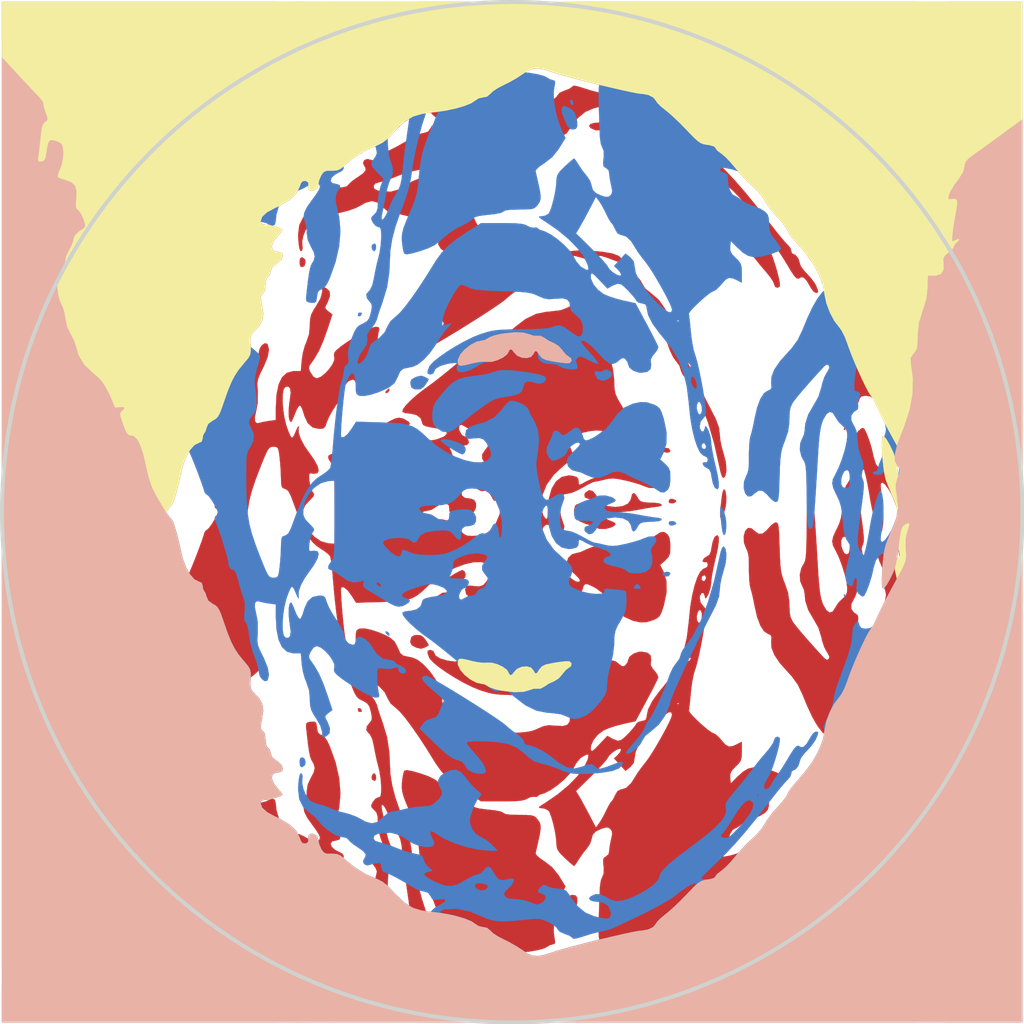
<source format=kicad_pcb>
(kicad_pcb (version 20170919) (host pcbnew "(2017-09-19 revision dddaa7e69)-makepkg")

  (general
    (thickness 1.6)
    (drawings 1)
    (tracks 0)
    (zones 0)
    (modules 2)
    (nets 1)
  )

  (page A4)
  (layers
    (0 F.Cu signal)
    (31 B.Cu signal)
    (32 B.Adhes user)
    (33 F.Adhes user)
    (34 B.Paste user)
    (35 F.Paste user)
    (36 B.SilkS user)
    (37 F.SilkS user)
    (38 B.Mask user)
    (39 F.Mask user)
    (40 Dwgs.User user)
    (41 Cmts.User user)
    (42 Eco1.User user)
    (43 Eco2.User user)
    (44 Edge.Cuts user)
    (45 Margin user)
    (46 B.CrtYd user)
    (47 F.CrtYd user)
    (48 B.Fab user)
    (49 F.Fab user)
  )

  (setup
    (last_trace_width 0.25)
    (trace_clearance 0.2)
    (zone_clearance 0.508)
    (zone_45_only no)
    (trace_min 0.2)
    (segment_width 0.2)
    (edge_width 0.2)
    (via_size 0.8)
    (via_drill 0.4)
    (via_min_size 0.4)
    (via_min_drill 0.3)
    (uvia_size 0.3)
    (uvia_drill 0.1)
    (uvias_allowed no)
    (uvia_min_size 0.2)
    (uvia_min_drill 0.1)
    (pcb_text_width 0.3)
    (pcb_text_size 1.5 1.5)
    (mod_edge_width 0.15)
    (mod_text_size 1 1)
    (mod_text_width 0.15)
    (pad_size 1.524 1.524)
    (pad_drill 0.762)
    (pad_to_mask_clearance 0.2)
    (aux_axis_origin 0 0)
    (visible_elements FFFFEF7F)
    (pcbplotparams
      (layerselection 0x00030_ffffffff)
      (usegerberextensions false)
      (usegerberattributes true)
      (usegerberadvancedattributes true)
      (creategerberjobfile true)
      (excludeedgelayer true)
      (linewidth 0.100000)
      (plotframeref false)
      (viasonmask false)
      (mode 1)
      (useauxorigin false)
      (hpglpennumber 1)
      (hpglpenspeed 20)
      (hpglpendiameter 15)
      (psnegative false)
      (psa4output false)
      (plotreference true)
      (plotvalue true)
      (plotinvisibletext false)
      (padsonsilk false)
      (subtractmaskfromsilk false)
      (outputformat 1)
      (mirror false)
      (drillshape 1)
      (scaleselection 1)
      (outputdirectory ""))
  )

  (net 0 "")

  (net_class Default "This is the default net class."
    (clearance 0.2)
    (trace_width 0.25)
    (via_dia 0.8)
    (via_drill 0.4)
    (uvia_dia 0.3)
    (uvia_drill 0.1)
  )

  (module junes:Art_Sophie (layer B.Cu) (tedit 0) (tstamp 5A314465)
    (at 25.4 25.4)
    (fp_text reference G*** (at 0 0) (layer B.SilkS) hide
      (effects (font (thickness 0.3)) (justify mirror))
    )
    (fp_text value LOGO (at 0.75 0) (layer B.SilkS) hide
      (effects (font (thickness 0.3)) (justify mirror))
    )
    (fp_poly (pts (xy 18.07328 -7.236582) (xy 18.116919 -7.385099) (xy 18.118666 -7.450666) (xy 18.074385 -7.643171)
      (xy 17.964637 -7.712772) (xy 17.836444 -7.648222) (xy 17.791894 -7.527072) (xy 17.78 -7.394222)
      (xy 17.825772 -7.235597) (xy 17.949333 -7.196666) (xy 18.07328 -7.236582)) (layer B.Cu) (width 0.01))
    (fp_poly (pts (xy 20.107346 -13.364427) (xy 20.193199 -13.54042) (xy 20.223286 -13.761716) (xy 20.19237 -13.969383)
      (xy 20.095211 -14.104489) (xy 20.044833 -14.123681) (xy 19.956386 -14.115308) (xy 19.911716 -14.02204)
      (xy 19.897189 -13.806941) (xy 19.896666 -13.722208) (xy 19.909851 -13.47867) (xy 19.94361 -13.323003)
      (xy 19.970966 -13.292666) (xy 20.107346 -13.364427)) (layer B.Cu) (width 0.01))
    (fp_poly (pts (xy 20.235333 -14.435666) (xy 20.316103 -14.511748) (xy 20.32 -14.52533) (xy 20.254494 -14.561695)
      (xy 20.235333 -14.562666) (xy 20.15392 -14.497578) (xy 20.150666 -14.473003) (xy 20.202536 -14.422437)
      (xy 20.235333 -14.435666)) (layer B.Cu) (width 0.01))
    (fp_poly (pts (xy -7.526546 -9.796254) (xy -7.484869 -9.902353) (xy -7.522106 -9.940158) (xy -7.63679 -9.932672)
      (xy -7.664962 -9.901748) (xy -7.684709 -9.78155) (xy -7.602807 -9.749177) (xy -7.526546 -9.796254)) (layer B.Cu) (width 0.01))
    (fp_poly (pts (xy -6.849129 -13.001816) (xy -6.787134 -13.107121) (xy -6.777935 -13.256527) (xy -6.820652 -13.364708)
      (xy -6.853004 -13.377333) (xy -6.968712 -13.316232) (xy -6.980278 -13.300307) (xy -6.998607 -13.174367)
      (xy -6.951533 -13.047205) (xy -6.872 -12.993798) (xy -6.849129 -13.001816)) (layer B.Cu) (width 0.01))
    (fp_poly (pts (xy -10.435167 12.683882) (xy -10.312924 12.583133) (xy -10.287 12.446) (xy -10.341645 12.262757)
      (xy -10.435167 12.208119) (xy -10.540805 12.225531) (xy -10.580685 12.358412) (xy -10.583334 12.446)
      (xy -10.562336 12.631902) (xy -10.484163 12.688556) (xy -10.435167 12.683882)) (layer B.Cu) (width 0.01))
    (fp_poly (pts (xy 3.752844 13.024473) (xy 4.314414 12.980329) (xy 4.510824 12.960454) (xy 4.994586 12.878478)
      (xy 5.319098 12.751218) (xy 5.482558 12.579554) (xy 5.503333 12.476447) (xy 5.463413 12.425862)
      (xy 5.326265 12.44599) (xy 5.065802 12.54077) (xy 5.058833 12.543585) (xy 4.676306 12.689009)
      (xy 4.416613 12.761171) (xy 4.251808 12.76388) (xy 4.153946 12.700941) (xy 4.133368 12.669658)
      (xy 3.984298 12.548347) (xy 3.74309 12.560554) (xy 3.482483 12.664795) (xy 3.107713 12.762249)
      (xy 2.712241 12.693748) (xy 2.30161 12.460628) (xy 2.163104 12.347259) (xy 1.826515 12.084624)
      (xy 1.464906 11.857084) (xy 1.123328 11.689046) (xy 0.846834 11.604917) (xy 0.783166 11.599688)
      (xy 0.626129 11.547751) (xy 0.592666 11.441252) (xy 0.523193 11.297401) (xy 0.340808 11.122222)
      (xy 0.240666 11.050226) (xy -0.009189 10.871201) (xy -0.226184 10.69313) (xy -0.288501 10.633634)
      (xy -0.426855 10.519505) (xy -0.678996 10.339554) (xy -1.021531 10.108365) (xy -1.431063 9.840524)
      (xy -1.884197 9.550613) (xy -2.357539 9.253219) (xy -2.827692 8.962925) (xy -3.271262 8.694316)
      (xy -3.664854 8.461976) (xy -3.985072 8.28049) (xy -4.208521 8.164442) (xy -4.307837 8.128)
      (xy -4.457587 8.183958) (xy -4.486202 8.276167) (xy -4.423483 8.395129) (xy -4.257512 8.582259)
      (xy -4.01988 8.803302) (xy -3.931669 8.877402) (xy -3.683123 9.08924) (xy -3.498857 9.262373)
      (xy -3.407866 9.368886) (xy -3.403634 9.385798) (xy -3.447292 9.490723) (xy -3.530546 9.697054)
      (xy -3.586898 9.838258) (xy -3.699503 10.083145) (xy -3.811995 10.208166) (xy -3.967422 10.257196)
      (xy -4.001861 10.261195) (xy -4.280128 10.370393) (xy -4.436629 10.526312) (xy -4.614334 10.765624)
      (xy -3.84164 11.515345) (xy -3.477633 11.858309) (xy -3.200237 12.092995) (xy -2.984175 12.238228)
      (xy -2.804167 12.312831) (xy -2.756026 12.323769) (xy -2.485281 12.425586) (xy -2.373373 12.565883)
      (xy -2.21722 12.811461) (xy -1.95709 12.958994) (xy -1.698196 13.014886) (xy -1.439811 13.014873)
      (xy -1.31762 12.926061) (xy -1.332128 12.746593) (xy -1.483844 12.474614) (xy -1.773277 12.108269)
      (xy -2.021366 11.833721) (xy -2.178429 11.644826) (xy -2.25942 11.503978) (xy -2.259107 11.459552)
      (xy -2.132131 11.420222) (xy -1.871404 11.399593) (xy -1.511509 11.397982) (xy -1.087028 11.41571)
      (xy -0.71092 11.445291) (xy -0.205755 11.536269) (xy 0.222214 11.719789) (xy 0.628866 12.023377)
      (xy 0.806032 12.192592) (xy 1.108534 12.409848) (xy 1.483366 12.521314) (xy 1.806946 12.601725)
      (xy 2.173113 12.729401) (xy 2.370666 12.814796) (xy 2.655881 12.929869) (xy 2.95822 13.001601)
      (xy 3.312327 13.03235) (xy 3.752844 13.024473)) (layer B.Cu) (width 0.01))
    (fp_poly (pts (xy -6.115979 6.052008) (xy -6.201414 5.954264) (xy -6.280698 5.926667) (xy -6.314827 5.975043)
      (xy -6.263636 6.055713) (xy -6.160105 6.144469) (xy -6.117791 6.146013) (xy -6.115979 6.052008)) (layer B.Cu) (width 0.01))
    (fp_poly (pts (xy 16.566444 4.205112) (xy 16.576577 4.104632) (xy 16.566444 4.092223) (xy 16.51611 4.103845)
      (xy 16.51 4.148667) (xy 16.540978 4.218357) (xy 16.566444 4.205112)) (layer B.Cu) (width 0.01))
    (fp_poly (pts (xy 6.378017 3.796501) (xy 6.39066 3.738693) (xy 6.35 3.683) (xy 6.253455 3.578078)
      (xy 6.223 3.556) (xy 6.158959 3.611663) (xy 6.096 3.683) (xy 6.045317 3.773835)
      (xy 6.123608 3.806962) (xy 6.223 3.81) (xy 6.378017 3.796501)) (layer B.Cu) (width 0.01))
    (fp_poly (pts (xy 7.756103 3.191677) (xy 7.785278 3.177506) (xy 7.869784 3.069827) (xy 7.874 3.043004)
      (xy 7.808017 2.977918) (xy 7.665402 2.968107) (xy 7.529155 3.012352) (xy 7.49263 3.048598)
      (xy 7.506233 3.138801) (xy 7.617835 3.196967) (xy 7.756103 3.191677)) (layer B.Cu) (width 0.01))
    (fp_poly (pts (xy 5.855207 11.989297) (xy 6.030598 11.883601) (xy 6.214576 11.731799) (xy 6.37139 11.559696)
      (xy 6.465289 11.393093) (xy 6.467549 11.385848) (xy 6.621552 11.136492) (xy 6.911716 10.904299)
      (xy 7.296795 10.575215) (xy 7.613471 10.127744) (xy 7.831281 9.608527) (xy 7.876817 9.426763)
      (xy 7.938833 9.235457) (xy 8.068221 8.915746) (xy 8.254579 8.489641) (xy 8.487507 7.979155)
      (xy 8.756603 7.406298) (xy 9.051466 6.793082) (xy 9.361695 6.161518) (xy 9.67689 5.533619)
      (xy 9.986648 4.931396) (xy 10.129298 4.659894) (xy 10.294844 4.202716) (xy 10.329333 3.889982)
      (xy 10.35879 3.584024) (xy 10.434362 3.22211) (xy 10.498666 3.005667) (xy 10.629888 2.51553)
      (xy 10.665547 2.100878) (xy 10.616608 1.827259) (xy 10.537387 1.703554) (xy 10.458692 1.747797)
      (xy 10.380097 1.960515) (xy 10.330656 2.180167) (xy 10.053241 3.419394) (xy 9.738769 4.493421)
      (xy 9.387226 5.402279) (xy 8.998603 6.145999) (xy 8.620331 6.670447) (xy 8.47095 6.882596)
      (xy 8.387995 7.073891) (xy 8.382 7.118795) (xy 8.324717 7.289718) (xy 8.184301 7.485643)
      (xy 8.159136 7.511894) (xy 8.008512 7.72467) (xy 7.854951 8.044957) (xy 7.7513 8.333546)
      (xy 7.652444 8.611246) (xy 7.511825 8.95259) (xy 7.346341 9.322489) (xy 7.17289 9.685855)
      (xy 7.008372 10.007598) (xy 6.869686 10.252629) (xy 6.773728 10.38586) (xy 6.756927 10.398302)
      (xy 6.693373 10.48918) (xy 6.615484 10.676299) (xy 6.605911 10.704542) (xy 6.501392 10.908623)
      (xy 6.316488 11.173805) (xy 6.09367 11.439907) (xy 5.889121 11.669909) (xy 5.739516 11.853408)
      (xy 5.674011 11.9544) (xy 5.673187 11.959167) (xy 5.724153 12.023087) (xy 5.855207 11.989297)) (layer B.Cu) (width 0.01))
    (fp_poly (pts (xy 8.128726 0.608905) (xy 8.170333 0.550334) (xy 8.098322 0.473932) (xy 7.979833 0.438612)
      (xy 7.824585 0.459138) (xy 7.789333 0.550334) (xy 7.847776 0.65513) (xy 7.979833 0.662056)
      (xy 8.128726 0.608905)) (layer B.Cu) (width 0.01))
    (fp_poly (pts (xy 10.589528 1.107505) (xy 10.629484 0.988598) (xy 10.662889 0.665179) (xy 10.631288 0.300982)
      (xy 10.54553 -0.025903) (xy 10.467224 -0.179477) (xy 10.399433 -0.267422) (xy 10.36232 -0.274135)
      (xy 10.351686 -0.175977) (xy 10.363333 0.050688) (xy 10.382442 0.297829) (xy 10.426783 0.730277)
      (xy 10.477338 1.012896) (xy 10.532217 1.140401) (xy 10.589528 1.107505)) (layer B.Cu) (width 0.01))
    (fp_poly (pts (xy 4.003777 1.055709) (xy 4.172431 0.860585) (xy 4.2115 0.785467) (xy 4.424258 0.481182)
      (xy 4.723727 0.309296) (xy 5.122333 0.256497) (xy 5.499298 0.302653) (xy 5.767483 0.432851)
      (xy 5.903706 0.634687) (xy 5.912669 0.679453) (xy 5.970821 0.901592) (xy 6.059371 0.959269)
      (xy 6.172701 0.850787) (xy 6.217969 0.771729) (xy 6.303739 0.626154) (xy 6.40364 0.539207)
      (xy 6.561206 0.49477) (xy 6.819975 0.476729) (xy 7.027333 0.472114) (xy 7.281735 0.447618)
      (xy 7.424768 0.396581) (xy 7.440992 0.337201) (xy 7.314969 0.287676) (xy 7.196666 0.272524)
      (xy 6.963382 0.243686) (xy 6.635029 0.190819) (xy 6.282128 0.125292) (xy 6.277443 0.124358)
      (xy 5.894562 0.060471) (xy 5.505552 0.015599) (xy 5.214877 0) (xy 4.883587 -0.027064)
      (xy 4.668412 -0.097843) (xy 4.582139 -0.196716) (xy 4.637557 -0.308061) (xy 4.847453 -0.416257)
      (xy 4.868333 -0.423333) (xy 5.091277 -0.516754) (xy 5.149561 -0.604093) (xy 5.046663 -0.699362)
      (xy 4.949016 -0.748409) (xy 4.646184 -0.832147) (xy 4.344683 -0.829658) (xy 4.148666 -0.759723)
      (xy 3.990155 -0.686588) (xy 3.746394 -0.605161) (xy 3.656283 -0.580237) (xy 3.315461 -0.432479)
      (xy 3.119925 -0.208902) (xy 3.07591 0.082285) (xy 3.089577 0.165893) (xy 3.131793 0.312957)
      (xy 3.206183 0.389634) (xy 3.359471 0.418799) (xy 3.615427 0.423334) (xy 3.877992 0.42895)
      (xy 4.000407 0.452544) (xy 4.011674 0.504239) (xy 3.979333 0.550334) (xy 3.837832 0.657791)
      (xy 3.762296 0.677334) (xy 3.61827 0.737872) (xy 3.591386 0.87817) (xy 3.643744 0.977376)
      (xy 3.820922 1.096879) (xy 4.003777 1.055709)) (layer B.Cu) (width 0.01))
    (fp_poly (pts (xy -2.373084 -2.948342) (xy -2.317779 -3.098281) (xy -2.338505 -3.233789) (xy -2.467894 -3.349482)
      (xy -2.684713 -3.459094) (xy -2.944708 -3.55069) (xy -3.203627 -3.612336) (xy -3.417214 -3.632097)
      (xy -3.541217 -3.598039) (xy -3.556 -3.56213) (xy -3.488979 -3.484503) (xy -3.317787 -3.354697)
      (xy -3.087228 -3.201025) (xy -2.84211 -3.051803) (xy -2.627239 -2.935346) (xy -2.487419 -2.879969)
      (xy -2.474484 -2.878666) (xy -2.373084 -2.948342)) (layer B.Cu) (width 0.01))
    (fp_poly (pts (xy 7.609014 -1.01012) (xy 7.754997 -1.126741) (xy 7.837518 -1.308914) (xy 7.871043 -1.598173)
      (xy 7.874 -1.770929) (xy 7.855311 -2.04573) (xy 7.778014 -2.231972) (xy 7.619046 -2.400507)
      (xy 7.364092 -2.627672) (xy 7.534379 -2.961463) (xy 7.67828 -3.426868) (xy 7.683943 -3.983792)
      (xy 7.551368 -4.625957) (xy 7.534691 -4.681145) (xy 7.434612 -4.980528) (xy 7.342085 -5.162533)
      (xy 7.222485 -5.273775) (xy 7.041187 -5.360874) (xy 7.024978 -5.367397) (xy 6.693144 -5.471009)
      (xy 6.390484 -5.483695) (xy 6.030733 -5.408572) (xy 6.014426 -5.403926) (xy 5.573363 -5.206022)
      (xy 5.222431 -4.881324) (xy 5.04987 -4.627519) (xy 4.685051 -4.169129) (xy 4.171562 -3.787152)
      (xy 4.004704 -3.695548) (xy 3.763902 -3.585899) (xy 3.625347 -3.577205) (xy 3.549204 -3.678302)
      (xy 3.514951 -3.804149) (xy 3.419915 -4.048004) (xy 3.281219 -4.192115) (xy 3.131456 -4.206832)
      (xy 3.095112 -4.18609) (xy 2.816792 -3.983017) (xy 2.641589 -3.868471) (xy 2.536893 -3.829725)
      (xy 2.470094 -3.854056) (xy 2.414568 -3.920536) (xy 2.27866 -4.031369) (xy 2.132652 -4.059817)
      (xy 2.040044 -3.999844) (xy 2.032 -3.956912) (xy 1.994285 -3.819363) (xy 1.900118 -3.60642)
      (xy 1.862666 -3.533886) (xy 1.726168 -3.217378) (xy 1.710267 -2.971904) (xy 1.814138 -2.750463)
      (xy 1.848181 -2.706196) (xy 1.949982 -2.592354) (xy 2.04432 -2.558307) (xy 2.191474 -2.599853)
      (xy 2.356181 -2.670777) (xy 2.59764 -2.810027) (xy 2.706078 -2.948238) (xy 2.709333 -2.973482)
      (xy 2.776142 -3.126124) (xy 2.936062 -3.295602) (xy 3.128328 -3.428065) (xy 3.271084 -3.471333)
      (xy 3.377201 -3.431987) (xy 3.336466 -3.313214) (xy 3.148329 -3.113913) (xy 3.048 -3.025308)
      (xy 2.798536 -2.762394) (xy 2.709636 -2.536732) (xy 2.709333 -2.523833) (xy 2.784679 -2.277601)
      (xy 2.974229 -2.095609) (xy 3.200787 -2.032) (xy 3.392885 -1.988735) (xy 3.626345 -1.882623)
      (xy 3.659786 -1.862983) (xy 4.022068 -1.720589) (xy 4.384482 -1.71567) (xy 4.699223 -1.84824)
      (xy 4.71823 -1.862666) (xy 5.005158 -1.998998) (xy 5.328967 -2.021711) (xy 5.615417 -1.926564)
      (xy 5.632811 -1.914919) (xy 5.794839 -1.823187) (xy 6.056549 -1.696818) (xy 6.35015 -1.567928)
      (xy 6.677213 -1.417645) (xy 6.981533 -1.255018) (xy 7.174475 -1.131148) (xy 7.38229 -1.000151)
      (xy 7.533768 -0.980908) (xy 7.609014 -1.01012)) (layer B.Cu) (width 0.01))
    (fp_poly (pts (xy -18.473382 -4.895656) (xy -18.536839 -5.102606) (xy -18.636684 -5.327407) (xy -18.799099 -5.642482)
      (xy -18.925231 -5.836821) (xy -19.005743 -5.901729) (xy -19.031294 -5.828511) (xy -19.007698 -5.672805)
      (xy -18.921933 -5.406532) (xy -18.794756 -5.1456) (xy -18.654649 -4.937884) (xy -18.530094 -4.831257)
      (xy -18.503904 -4.826) (xy -18.473382 -4.895656)) (layer B.Cu) (width 0.01))
    (fp_poly (pts (xy -4.565386 -6.124395) (xy -4.408418 -6.234999) (xy -4.317866 -6.350189) (xy -4.205238 -6.521993)
      (xy -4.158272 -6.621835) (xy -4.160597 -6.630041) (xy -4.249937 -6.679059) (xy -4.365394 -6.742825)
      (xy -4.542848 -6.794533) (xy -4.761096 -6.745269) (xy -4.815677 -6.723313) (xy -5.003893 -6.619393)
      (xy -5.068288 -6.490284) (xy -5.064617 -6.372822) (xy -5.013947 -6.201797) (xy -4.878459 -6.12783)
      (xy -4.771602 -6.112481) (xy -4.565386 -6.124395)) (layer B.Cu) (width 0.01))
    (fp_poly (pts (xy 4.602761 -6.566327) (xy 4.845374 -6.670393) (xy 4.957205 -6.814391) (xy 4.91987 -6.973322)
      (xy 4.910666 -6.985) (xy 4.751968 -7.096276) (xy 4.596085 -7.092622) (xy 4.536684 -7.038687)
      (xy 4.428868 -6.99695) (xy 4.283314 -7.005149) (xy 4.135091 -7.013585) (xy 4.107505 -6.932584)
      (xy 4.121109 -6.869568) (xy 4.245656 -6.637221) (xy 4.454383 -6.549946) (xy 4.602761 -6.566327)) (layer B.Cu) (width 0.01))
    (fp_poly (pts (xy -2.867974 -4.124793) (xy -2.787592 -4.1999) (xy -2.638598 -4.338469) (xy -2.389305 -4.547875)
      (xy -2.075781 -4.798562) (xy -1.768241 -5.035243) (xy -1.384962 -5.316422) (xy -1.094263 -5.506288)
      (xy -0.860665 -5.624316) (xy -0.648688 -5.689983) (xy -0.540575 -5.709145) (xy -0.104155 -5.778402)
      (xy 0.192771 -5.847908) (xy 0.379496 -5.931551) (xy 0.48531 -6.043217) (xy 0.539504 -6.196793)
      (xy 0.54489 -6.223764) (xy 0.618674 -6.433305) (xy 0.756331 -6.517857) (xy 0.987373 -6.487824)
      (xy 1.143031 -6.434654) (xy 1.373645 -6.400136) (xy 1.567449 -6.457863) (xy 1.673236 -6.585192)
      (xy 1.676619 -6.670594) (xy 1.609044 -6.757231) (xy 1.42686 -6.831423) (xy 1.105459 -6.902383)
      (xy 1.015344 -6.918184) (xy 0.398891 -7.014274) (xy -0.079407 -7.067308) (xy -0.444952 -7.078089)
      (xy -0.723141 -7.047421) (xy -0.931334 -6.979855) (xy -1.158413 -6.906835) (xy -1.48987 -6.837409)
      (xy -1.861014 -6.784668) (xy -1.930289 -6.777651) (xy -2.349984 -6.71906) (xy -2.684035 -6.616011)
      (xy -2.973789 -6.443277) (xy -3.260594 -6.175631) (xy -3.5858 -5.787846) (xy -3.616069 -5.749139)
      (xy -3.812941 -5.480071) (xy -3.921292 -5.270576) (xy -3.967032 -5.055413) (xy -3.975902 -4.843123)
      (xy -3.963586 -4.554473) (xy -3.905982 -4.366156) (xy -3.780405 -4.210688) (xy -3.755304 -4.186957)
      (xy -3.461658 -4.010444) (xy -3.154007 -3.989882) (xy -2.867974 -4.124793)) (layer B.Cu) (width 0.01))
    (fp_poly (pts (xy -19.063199 -6.067015) (xy -19.053237 -6.235386) (xy -19.052693 -6.2865) (xy -19.074079 -6.51306)
      (xy -19.149803 -6.600851) (xy -19.177 -6.604) (xy -19.279005 -6.677825) (xy -19.304 -6.819871)
      (xy -19.356855 -7.111205) (xy -19.493013 -7.373835) (xy -19.678866 -7.559243) (xy -19.85825 -7.62)
      (xy -19.846535 -7.550253) (xy -19.781574 -7.371268) (xy -19.718273 -7.217833) (xy -19.594512 -6.957307)
      (xy -19.474016 -6.747916) (xy -19.424948 -6.681999) (xy -19.32476 -6.515945) (xy -19.304 -6.423015)
      (xy -19.255608 -6.259973) (xy -19.179693 -6.133348) (xy -19.099028 -6.040628) (xy -19.063199 -6.067015)) (layer B.Cu) (width 0.01))
    (fp_poly (pts (xy -19.896667 -8.162731) (xy -19.931133 -8.295987) (xy -20.021424 -8.529844) (xy -20.146035 -8.809417)
      (xy -20.381285 -9.441211) (xy -20.46365 -10.030318) (xy -20.395975 -10.600553) (xy -20.370963 -10.69318)
      (xy -20.275317 -11.096133) (xy -20.239336 -11.424846) (xy -20.264616 -11.648503) (xy -20.317518 -11.724799)
      (xy -20.391339 -11.691095) (xy -20.453009 -11.539296) (xy -20.510551 -11.293751) (xy -20.580168 -11.008417)
      (xy -20.587687 -10.978323) (xy -20.629885 -10.609659) (xy -20.611269 -10.135032) (xy -20.539071 -9.603539)
      (xy -20.420522 -9.064279) (xy -20.262857 -8.566346) (xy -20.214578 -8.4455) (xy -20.090108 -8.193278)
      (xy -19.9855 -8.059336) (xy -19.916235 -8.057443) (xy -19.896667 -8.162731)) (layer B.Cu) (width 0.01))
    (fp_poly (pts (xy -19.930726 -11.887876) (xy -19.896667 -11.938) (xy -19.964882 -12.013939) (xy -20.01867 -12.022666)
      (xy -20.162819 -11.971066) (xy -20.193 -11.938) (xy -20.167077 -11.871359) (xy -20.070997 -11.853333)
      (xy -19.930726 -11.887876)) (layer B.Cu) (width 0.01))
    (fp_poly (pts (xy 3.166664 -19.08398) (xy 3.238087 -19.204421) (xy 3.23066 -19.439074) (xy 3.198341 -19.617377)
      (xy 3.111777 -19.882751) (xy 2.962377 -20.045962) (xy 2.861491 -20.104211) (xy 2.67528 -20.196304)
      (xy 2.587077 -20.227453) (xy 2.541948 -20.209388) (xy 2.511777 -20.178888) (xy 2.460642 -20.062136)
      (xy 2.486249 -19.867729) (xy 2.593733 -19.566053) (xy 2.635092 -19.467862) (xy 2.763904 -19.20951)
      (xy 2.882342 -19.081617) (xy 3.007034 -19.05) (xy 3.166664 -19.08398)) (layer B.Cu) (width 0.01))
    (fp_poly (pts (xy 3.036587 -20.295911) (xy 3.048 -20.352339) (xy 2.998321 -20.498622) (xy 2.963333 -20.531666)
      (xy 2.890078 -20.513422) (xy 2.878666 -20.456993) (xy 2.928344 -20.31071) (xy 2.963333 -20.277666)
      (xy 3.036587 -20.295911)) (layer B.Cu) (width 0.01))
    (fp_poly (pts (xy -4.971926 -12.889208) (xy -4.564912 -13.00763) (xy -4.167002 -13.148205) (xy -3.87791 -13.288724)
      (xy -3.640197 -13.461275) (xy -3.475906 -13.615986) (xy -3.178838 -13.866676) (xy -2.814475 -14.107507)
      (xy -2.570745 -14.235407) (xy -2.291425 -14.376198) (xy -2.073318 -14.512104) (xy -1.966107 -14.61078)
      (xy -1.866934 -14.689721) (xy -1.654407 -14.749426) (xy -1.303875 -14.796081) (xy -1.183511 -14.807145)
      (xy -0.819754 -14.849863) (xy -0.564575 -14.903627) (xy -0.446614 -14.962167) (xy -0.443021 -14.969271)
      (xy -0.342823 -15.025942) (xy -0.084568 -15.059528) (xy 0.336664 -15.070666) (xy 0.339577 -15.070666)
      (xy 0.700986 -15.073676) (xy 0.9346 -15.089618) (xy 1.08194 -15.128861) (xy 1.184525 -15.201773)
      (xy 1.271916 -15.3035) (xy 1.363046 -15.439935) (xy 1.40959 -15.586427) (xy 1.411458 -15.780299)
      (xy 1.368561 -16.058875) (xy 1.280809 -16.459476) (xy 1.269021 -16.51) (xy 1.211271 -16.761434)
      (xy 1.170038 -16.949482) (xy 1.161419 -16.992677) (xy 1.218517 -17.086471) (xy 1.385638 -17.229987)
      (xy 1.597709 -17.373677) (xy 1.994341 -17.679661) (xy 2.313804 -18.080388) (xy 2.352486 -18.141964)
      (xy 2.652552 -18.630929) (xy 2.479462 -18.988631) (xy 2.300482 -19.439867) (xy 2.164532 -19.942174)
      (xy 2.081965 -20.440072) (xy 2.063131 -20.878083) (xy 2.087173 -21.09125) (xy 2.130874 -21.338578)
      (xy 2.126415 -21.46246) (xy 2.068643 -21.503232) (xy 2.034265 -21.505333) (xy 1.854991 -21.559761)
      (xy 1.802513 -21.599353) (xy 1.607728 -21.707665) (xy 1.274326 -21.800504) (xy 0.832475 -21.875978)
      (xy 0.312344 -21.932198) (xy -0.255895 -21.967272) (xy -0.842075 -21.97931) (xy -1.416025 -21.966421)
      (xy -1.947575 -21.926714) (xy -2.388145 -21.86197) (xy -2.729626 -21.78678) (xy -3.010356 -21.710119)
      (xy -3.186232 -21.644633) (xy -3.217592 -21.624152) (xy -3.275026 -21.503693) (xy -3.350507 -21.260093)
      (xy -3.431315 -20.93673) (xy -3.465875 -20.777486) (xy -3.577176 -20.340473) (xy -3.735926 -19.841566)
      (xy -3.913017 -19.36991) (xy -3.966212 -19.245146) (xy -4.217076 -18.648756) (xy -4.396449 -18.140097)
      (xy -4.519615 -17.661491) (xy -4.601858 -17.15526) (xy -4.650933 -16.661041) (xy -4.690391 -16.248251)
      (xy -4.743353 -15.917872) (xy -4.825497 -15.610073) (xy -4.952504 -15.265019) (xy -5.121489 -14.865442)
      (xy -5.295684 -14.456027) (xy -5.40857 -14.157049) (xy -5.471128 -13.925817) (xy -5.494341 -13.719641)
      (xy -5.489191 -13.49583) (xy -5.485974 -13.448632) (xy -5.452663 -13.16557) (xy -5.403829 -12.949257)
      (xy -5.363752 -12.865218) (xy -5.237522 -12.841641) (xy -4.971926 -12.889208)) (layer B.Cu) (width 0.01))
    (fp_poly (pts (xy -8.491744 -24.181569) (xy -8.476829 -24.351497) (xy -8.497907 -24.662614) (xy -8.501128 -24.694598)
      (xy -8.540282 -25.038809) (xy -8.582443 -25.247857) (xy -8.644668 -25.355327) (xy -8.744016 -25.394803)
      (xy -8.859391 -25.4) (xy -9.001212 -25.383727) (xy -9.042002 -25.301251) (xy -9.015143 -25.124833)
      (xy -8.934307 -24.832332) (xy -8.822968 -24.543477) (xy -8.702264 -24.302936) (xy -8.593331 -24.155379)
      (xy -8.544403 -24.13) (xy -8.491744 -24.181569)) (layer B.Cu) (width 0.01))
    (fp_poly (pts (xy -10.133867 -23.904305) (xy -10.080829 -24.021941) (xy -10.074417 -24.151166) (xy -10.048493 -24.39988)
      (xy -9.984059 -24.709406) (xy -9.947417 -24.841956) (xy -9.875163 -25.093076) (xy -9.829548 -25.276493)
      (xy -9.821334 -25.328789) (xy -9.899699 -25.360092) (xy -10.109663 -25.384384) (xy -10.413528 -25.398155)
      (xy -10.586313 -25.4) (xy -10.947113 -25.39864) (xy -11.166822 -25.389236) (xy -11.273681 -25.363802)
      (xy -11.295931 -25.314353) (xy -11.261815 -25.232901) (xy -11.250739 -25.212116) (xy -11.139563 -25.028799)
      (xy -10.977943 -24.788285) (xy -10.909094 -24.691413) (xy -10.766063 -24.466543) (xy -10.679646 -24.277776)
      (xy -10.668 -24.218896) (xy -10.593945 -24.01339) (xy -10.39991 -23.892954) (xy -10.270067 -23.876)
      (xy -10.133867 -23.904305)) (layer B.Cu) (width 0.01))
    (fp_poly (pts (xy 25.4 -25.4) (xy 21.612295 -25.4) (xy 21.567403 -25.065297) (xy 21.489674 -24.772135)
      (xy 21.359906 -24.503223) (xy 21.344588 -24.480727) (xy 21.222195 -24.248218) (xy 21.166931 -24.023475)
      (xy 21.166666 -24.011096) (xy 21.133217 -23.836511) (xy 21.055831 -23.798905) (xy 20.968953 -23.91293)
      (xy 20.964169 -23.924967) (xy 20.866226 -24.017102) (xy 20.651393 -24.034677) (xy 20.598907 -24.0308)
      (xy 20.374546 -24.031522) (xy 20.245524 -24.105705) (xy 20.17671 -24.214666) (xy 20.115771 -24.417879)
      (xy 20.075952 -24.711365) (xy 20.067248 -24.913166) (xy 20.066 -25.4) (xy 3.173524 -25.4)
      (xy 3.161658 -24.39005) (xy 3.141249 -23.822652) (xy 3.096474 -23.361266) (xy 3.030338 -23.022583)
      (xy 2.945849 -22.823295) (xy 2.870856 -22.775333) (xy 2.77948 -22.709631) (xy 2.683149 -22.585337)
      (xy 10.788183 -22.585337) (xy 10.803234 -22.605768) (xy 10.955128 -22.639876) (xy 11.165208 -22.584156)
      (xy 11.362852 -22.524224) (xy 11.478573 -22.549161) (xy 11.563841 -22.643371) (xy 11.654783 -22.85249)
      (xy 11.684 -23.051081) (xy 11.717301 -23.302742) (xy 11.801094 -23.501766) (xy 11.91121 -23.600533)
      (xy 11.96246 -23.599735) (xy 12.059061 -23.509837) (xy 12.185241 -23.322929) (xy 12.231894 -23.238764)
      (xy 12.40993 -22.987239) (xy 12.633279 -22.780089) (xy 12.682448 -22.748268) (xy 12.961231 -22.586189)
      (xy 13.061135 -22.850865) (xy 13.151344 -23.021823) (xy 13.239345 -23.088721) (xy 13.248019 -23.087226)
      (xy 13.374981 -22.988622) (xy 13.545565 -22.785869) (xy 13.727716 -22.526301) (xy 13.889377 -22.257252)
      (xy 13.998492 -22.026054) (xy 14.022587 -21.943509) (xy 14.044058 -21.706043) (xy 13.985113 -21.575811)
      (xy 13.827285 -21.546312) (xy 13.552106 -21.611045) (xy 13.316388 -21.69492) (xy 12.927554 -21.827482)
      (xy 12.484965 -21.954525) (xy 12.039055 -22.063916) (xy 11.640256 -22.14352) (xy 11.339002 -22.181204)
      (xy 11.289074 -22.182666) (xy 11.099486 -22.227327) (xy 10.922962 -22.335318) (xy 10.804271 -22.467651)
      (xy 10.788183 -22.585337) (xy 2.683149 -22.585337) (xy 2.653435 -22.546998) (xy 2.62372 -22.500166)
      (xy 2.455928 -22.225) (xy 3.154131 -22.182666) (xy 3.496614 -22.159393) (xy 3.705261 -22.131928)
      (xy 3.815337 -22.087192) (xy 3.862104 -22.012109) (xy 3.878492 -21.914042) (xy 3.958381 -21.717334)
      (xy 4.160054 -21.598716) (xy 4.332 -21.518631) (xy 4.372367 -21.416952) (xy 4.345562 -21.317008)
      (xy 4.332576 -21.245346) (xy 21.004551 -21.245346) (xy 21.005772 -21.367041) (xy 21.028909 -21.768997)
      (xy 21.087822 -22.034024) (xy 21.19477 -22.192885) (xy 21.362007 -22.276345) (xy 21.368803 -22.278198)
      (xy 21.627782 -22.390028) (xy 21.830316 -22.552735) (xy 21.926484 -22.724221) (xy 21.928666 -22.750326)
      (xy 22.003122 -23.023635) (xy 22.199446 -23.292945) (xy 22.477075 -23.506406) (xy 22.548114 -23.542127)
      (xy 22.91207 -23.674381) (xy 23.170337 -23.687907) (xy 23.338185 -23.582477) (xy 23.37195 -23.529951)
      (xy 23.420732 -23.31603) (xy 23.41519 -23.012124) (xy 23.362419 -22.686048) (xy 23.269514 -22.405618)
      (xy 23.250337 -22.367544) (xy 23.125922 -22.21057) (xy 22.914462 -22.008614) (xy 22.728741 -21.857298)
      (xy 22.451053 -21.616295) (xy 22.191657 -21.340519) (xy 22.072966 -21.185587) (xy 21.86885 -20.941523)
      (xy 21.648875 -20.832612) (xy 21.361899 -20.841275) (xy 21.187833 -20.881364) (xy 21.074707 -20.932385)
      (xy 21.019563 -21.037838) (xy 21.004551 -21.245346) (xy 4.332576 -21.245346) (xy 4.312074 -21.132221)
      (xy 4.295472 -20.846069) (xy 4.297856 -20.574) (xy 4.309959 -20.235929) (xy 4.323351 -19.802502)
      (xy 4.335804 -19.347659) (xy 4.34019 -19.169264) (xy 4.342534 -19.120909) (xy 12.37649 -19.120909)
      (xy 12.437425 -19.28041) (xy 12.530666 -19.388666) (xy 12.675639 -19.512099) (xy 12.811571 -19.546206)
      (xy 12.99497 -19.491694) (xy 13.190206 -19.396906) (xy 13.452625 -19.232736) (xy 13.685173 -19.040909)
      (xy 13.711094 -19.014306) (xy 13.976812 -18.827036) (xy 14.247516 -18.740085) (xy 14.486926 -18.669376)
      (xy 14.61262 -18.563706) (xy 14.617314 -18.551185) (xy 14.671217 -18.413003) (xy 14.777847 -18.169666)
      (xy 14.916325 -17.868516) (xy 14.948726 -17.799765) (xy 15.135116 -17.332946) (xy 15.234418 -16.917605)
      (xy 15.238244 -16.791342) (xy 21.435748 -16.791342) (xy 21.490867 -16.919731) (xy 21.6362 -17.046423)
      (xy 21.818417 -17.165682) (xy 22.125752 -17.35194) (xy 22.321423 -17.444664) (xy 22.432745 -17.447056)
      (xy 22.487032 -17.36232) (xy 22.506442 -17.246372) (xy 22.471447 -16.982121) (xy 22.302414 -16.674373)
      (xy 22.283703 -16.648185) (xy 22.109938 -16.428146) (xy 21.952876 -16.261674) (xy 21.896427 -16.216342)
      (xy 21.711164 -16.177343) (xy 21.553726 -16.28194) (xy 21.4539 -16.504407) (xy 21.437417 -16.612748)
      (xy 21.435748 -16.791342) (xy 15.238244 -16.791342) (xy 15.244695 -16.578493) (xy 15.177447 -16.380021)
      (xy 20.489333 -16.380021) (xy 20.560083 -16.48674) (xy 20.658666 -16.51) (xy 20.796469 -16.493447)
      (xy 20.828 -16.470645) (xy 20.763187 -16.405051) (xy 20.658666 -16.340666) (xy 20.528453 -16.293446)
      (xy 20.489778 -16.361135) (xy 20.489333 -16.380021) (xy 15.177447 -16.380021) (xy 15.164009 -16.340363)
      (xy 15.06959 -16.255423) (xy 14.952182 -16.15338) (xy 14.97947 -16.014397) (xy 14.984923 -16.004011)
      (xy 15.063067 -15.782772) (xy 15.042062 -15.627915) (xy 14.94608 -15.578666) (xy 14.805709 -15.611332)
      (xy 14.568976 -15.696037) (xy 14.346349 -15.788798) (xy 14.085777 -15.91001) (xy 13.949818 -16.001852)
      (xy 13.906408 -16.09919) (xy 13.923485 -16.23689) (xy 13.925553 -16.246379) (xy 13.940445 -16.420304)
      (xy 13.870991 -16.557157) (xy 13.68619 -16.717854) (xy 13.685257 -16.718565) (xy 13.521514 -16.854188)
      (xy 13.435086 -16.980069) (xy 13.403599 -17.154932) (xy 13.404681 -17.4375) (xy 13.405139 -17.453778)
      (xy 13.419666 -17.964254) (xy 12.888556 -18.443627) (xy 12.591872 -18.72941) (xy 12.424578 -18.946207)
      (xy 12.37649 -19.120909) (xy 4.342534 -19.120909) (xy 4.36398 -18.678582) (xy 4.408908 -18.349444)
      (xy 4.475882 -18.175273) (xy 4.477781 -18.172927) (xy 4.5522 -17.990581) (xy 4.554073 -17.692493)
      (xy 4.545777 -17.613441) (xy 4.524569 -17.358646) (xy 4.546932 -17.222371) (xy 4.624605 -17.15682)
      (xy 4.661162 -17.143573) (xy 4.799118 -17.019701) (xy 4.825999 -16.880453) (xy 4.846786 -16.667492)
      (xy 4.898883 -16.386565) (xy 4.922345 -16.287028) (xy 4.973769 -16.035213) (xy 4.963558 -15.883699)
      (xy 4.889311 -15.775026) (xy 4.779702 -15.697577) (xy 4.640918 -15.697984) (xy 4.448943 -15.758102)
      (xy 4.167358 -15.886999) (xy 4.01405 -16.042552) (xy 3.948742 -16.267657) (xy 3.945659 -16.294159)
      (xy 3.872541 -16.506316) (xy 3.726013 -16.7273) (xy 3.710233 -16.745006) (xy 3.524197 -16.974914)
      (xy 3.338018 -17.245168) (xy 3.30857 -17.293166) (xy 3.185311 -17.485934) (xy 3.097639 -17.598618)
      (xy 3.0798 -17.610666) (xy 3.003054 -17.557223) (xy 2.839165 -17.417039) (xy 2.623446 -17.220331)
      (xy 2.621039 -17.21808) (xy 2.388683 -16.986691) (xy 2.260861 -16.810393) (xy 2.208565 -16.640166)
      (xy 2.201333 -16.508799) (xy 2.179899 -16.221366) (xy 2.123429 -15.872437) (xy 2.043664 -15.510916)
      (xy 1.952349 -15.185706) (xy 1.861227 -14.945712) (xy 1.804183 -14.854945) (xy 1.628244 -14.760078)
      (xy 1.454452 -14.730391) (xy 1.342861 -14.721074) (xy 1.335923 -14.682308) (xy 1.448148 -14.594487)
      (xy 1.651 -14.464796) (xy 2.261214 -14.045774) (xy 2.455387 -13.884742) (xy 3.175 -13.884742)
      (xy 3.31939 -14.117871) (xy 3.424902 -14.299952) (xy 3.579851 -14.581343) (xy 3.756167 -14.910797)
      (xy 3.81511 -15.022963) (xy 4.166441 -15.694926) (xy 4.322207 -15.488629) (xy 4.448497 -15.290798)
      (xy 4.597011 -15.016183) (xy 4.673153 -14.859) (xy 4.792266 -14.619742) (xy 4.891578 -14.453474)
      (xy 4.933938 -14.406742) (xy 5.006906 -14.316262) (xy 5.102315 -14.130552) (xy 5.120118 -14.089242)
      (xy 5.243991 -13.878959) (xy 5.400088 -13.802872) (xy 5.441921 -13.800666) (xy 5.676618 -13.720192)
      (xy 5.91594 -13.4917) (xy 6.123226 -13.165666) (xy 6.246269 -12.96823) (xy 6.437401 -12.703641)
      (xy 6.635095 -12.453957) (xy 6.795423 -12.236058) (xy 6.994273 -11.929296) (xy 7.213116 -11.566865)
      (xy 7.433421 -11.181961) (xy 7.636657 -10.807779) (xy 7.804294 -10.477514) (xy 7.917803 -10.224361)
      (xy 7.958666 -10.082934) (xy 7.911949 -9.95515) (xy 7.773307 -9.966952) (xy 7.545003 -10.117207)
      (xy 7.229302 -10.404779) (xy 7.143363 -10.491457) (xy 6.676881 -11.015822) (xy 6.342744 -11.495094)
      (xy 6.147614 -11.91828) (xy 6.096 -12.219499) (xy 6.048427 -12.486927) (xy 5.879522 -12.688531)
      (xy 5.867613 -12.698024) (xy 5.639227 -12.877673) (xy 5.354591 -12.566975) (xy 5.069954 -12.256278)
      (xy 5.24431 -12.09384) (xy 5.375297 -11.938583) (xy 5.421555 -11.815076) (xy 5.372128 -11.768666)
      (xy 5.205352 -11.82286) (xy 5.003008 -11.950891) (xy 4.838137 -12.100937) (xy 4.786049 -12.18449)
      (xy 4.7081 -12.303878) (xy 4.532665 -12.511957) (xy 4.284843 -12.780597) (xy 3.989732 -13.081669)
      (xy 3.954549 -13.116457) (xy 3.175 -13.884742) (xy 2.455387 -13.884742) (xy 2.796043 -13.60223)
      (xy 3.235876 -13.154591) (xy 3.561105 -12.723283) (xy 3.75212 -12.328733) (xy 3.772849 -12.254542)
      (xy 3.797707 -12.093784) (xy 3.745918 -12.056247) (xy 3.671252 -12.076912) (xy 3.407877 -12.228909)
      (xy 3.183467 -12.497362) (xy 3.040383 -12.758067) (xy 2.861422 -13.02065) (xy 2.582916 -13.312674)
      (xy 2.250817 -13.596224) (xy 1.911079 -13.833389) (xy 1.609654 -13.986255) (xy 1.518731 -14.01349)
      (xy 1.343311 -14.072516) (xy 1.270001 -14.137923) (xy 1.27 -14.138134) (xy 1.202653 -14.176986)
      (xy 1.105941 -14.165244) (xy 0.917003 -14.179199) (xy 0.748435 -14.257837) (xy 0.624024 -14.318315)
      (xy 0.435149 -14.358701) (xy 0.151603 -14.38228) (xy -0.256823 -14.39234) (xy -0.497215 -14.393333)
      (xy -1.549419 -14.393333) (xy -2.23521 -13.95891) (xy -2.771657 -13.597013) (xy -3.186876 -13.259946)
      (xy -3.517969 -12.912496) (xy -3.802037 -12.519447) (xy -3.873841 -12.403666) (xy -4.27375 -11.758341)
      (xy -4.659101 -11.169686) (xy -5.016777 -10.655829) (xy -5.333658 -10.2349) (xy -5.596625 -9.925026)
      (xy -5.792557 -9.744335) (xy -5.803924 -9.736666) (xy -6.05309 -9.521405) (xy -6.18985 -9.290827)
      (xy -6.192555 -9.2811) (xy -6.348575 -8.964012) (xy -6.619841 -8.671959) (xy -6.871415 -8.502789)
      (xy -7.048002 -8.352451) (xy -7.143283 -8.102564) (xy -7.153967 -8.045503) (xy -7.225681 -7.833901)
      (xy -7.350648 -7.626301) (xy -7.494946 -7.463701) (xy -7.624651 -7.387099) (xy -7.685427 -7.403204)
      (xy -7.703026 -7.527438) (xy -7.638013 -7.733925) (xy -7.511059 -7.970733) (xy -7.398362 -8.124409)
      (xy -7.246313 -8.353821) (xy -7.215205 -8.56427) (xy -7.225177 -8.630382) (xy -7.228561 -8.827804)
      (xy -7.130582 -9.013177) (xy -7.025957 -9.132113) (xy -6.853999 -9.355854) (xy -6.740519 -9.583057)
      (xy -6.728242 -9.627499) (xy -6.672514 -9.828583) (xy -6.576271 -10.120918) (xy -6.470428 -10.414)
      (xy -6.231298 -11.194027) (xy -6.113488 -11.976059) (xy -6.09453 -12.478722) (xy -6.065487 -13.037594)
      (xy -5.974874 -13.602948) (xy -5.8133 -14.21563) (xy -5.571373 -14.916485) (xy -5.478235 -15.158949)
      (xy -5.3168 -15.602883) (xy -5.179314 -16.04039) (xy -5.081526 -16.417997) (xy -5.042892 -16.637)
      (xy -4.918245 -17.482721) (xy -4.729208 -18.385889) (xy -4.495124 -19.261794) (xy -4.322311 -19.792366)
      (xy -4.162149 -20.255617) (xy -4.012762 -20.711165) (xy -3.882257 -21.131514) (xy -3.778746 -21.489167)
      (xy -3.710337 -21.756628) (xy -3.68514 -21.906402) (xy -3.692244 -21.928666) (xy -3.787777 -21.899054)
      (xy -3.976919 -21.825533) (xy -4.034726 -21.801666) (xy -4.290864 -21.7167) (xy -4.518966 -21.675418)
      (xy -4.542986 -21.674666) (xy -4.684743 -21.694048) (xy -4.6889 -21.7789) (xy -4.661834 -21.834346)
      (xy -4.535134 -21.979807) (xy -4.32952 -22.138103) (xy -4.277855 -22.170157) (xy -4.08958 -22.309454)
      (xy -3.986165 -22.440807) (xy -3.979334 -22.471432) (xy -3.908661 -22.640726) (xy -3.705359 -22.883326)
      (xy -3.382505 -23.186263) (xy -2.953175 -23.536566) (xy -2.751667 -23.689192) (xy -2.254331 -24.075691)
      (xy -1.885285 -24.405193) (xy -1.623092 -24.699795) (xy -1.446318 -24.981595) (xy -1.400155 -25.0825)
      (xy -1.267728 -25.4) (xy -4.701018 -25.4) (xy -4.657676 -24.913166) (xy -4.614334 -24.426333)
      (xy -4.250537 -24.311224) (xy -4.005927 -24.20704) (xy -3.925449 -24.113483) (xy -4.004013 -24.047345)
      (xy -4.236529 -24.025419) (xy -4.335773 -24.029989) (xy -4.717999 -24.056979) (xy -4.763609 -23.65233)
      (xy -4.849937 -23.302563) (xy -5.032617 -23.073369) (xy -5.339074 -22.936096) (xy -5.47923 -22.90473)
      (xy -5.791976 -22.818789) (xy -5.94681 -22.709336) (xy -5.938732 -22.580255) (xy -5.9234 -22.559729)
      (xy -5.882786 -22.411647) (xy -5.900368 -22.197778) (xy -5.961107 -21.993578) (xy -6.049965 -21.874502)
      (xy -6.060901 -21.86981) (xy -6.138026 -21.922154) (xy -6.216734 -22.087204) (xy -6.226345 -22.117875)
      (xy -6.349427 -22.348167) (xy -6.526768 -22.420094) (xy -6.742753 -22.329537) (xy -6.810638 -22.272057)
      (xy -6.978622 -22.046008) (xy -7.11298 -21.747231) (xy -7.185314 -21.450637) (xy -7.184238 -21.286551)
      (xy -7.080388 -21.141724) (xy -6.881614 -21.044062) (xy -6.66223 -20.93675) (xy -6.548988 -20.799281)
      (xy -6.549818 -20.6698) (xy -6.672651 -20.586454) (xy -6.783897 -20.574) (xy -7.04069 -20.520477)
      (xy -7.267407 -20.344617) (xy -7.480477 -20.046766) (xy -7.656217 -19.791766) (xy -7.896593 -19.489096)
      (xy -8.116376 -19.2405) (xy -8.366136 -18.992741) (xy -8.556242 -18.854836) (xy -8.72755 -18.800359)
      (xy -8.803568 -18.796) (xy -8.947412 -18.810272) (xy -9.084467 -18.866966) (xy -9.23956 -18.986899)
      (xy -9.437518 -19.190889) (xy -9.703166 -19.499752) (xy -9.841022 -19.665907) (xy -10.019851 -19.905681)
      (xy -10.066036 -20.051889) (xy -9.971065 -20.126135) (xy -9.726429 -20.150023) (xy -9.650073 -20.150666)
      (xy -9.458774 -20.17522) (xy -9.359925 -20.228443) (xy -9.3825 -20.303901) (xy -9.532424 -20.35387)
      (xy -9.769602 -20.378113) (xy -10.053943 -20.37639) (xy -10.345354 -20.348464) (xy -10.603742 -20.294095)
      (xy -10.75009 -20.236712) (xy -10.951775 -20.159047) (xy -11.057237 -20.212338) (xy -11.090946 -20.411853)
      (xy -11.091334 -20.449657) (xy -11.128696 -20.692502) (xy -11.220442 -20.798191) (xy -11.371258 -20.802429)
      (xy -11.634574 -20.762774) (xy -11.963106 -20.691397) (xy -12.30957 -20.600465) (xy -12.626682 -20.502147)
      (xy -12.867158 -20.408612) (xy -12.969832 -20.347978) (xy -13.137603 -20.266947) (xy -13.25829 -20.333357)
      (xy -13.292667 -20.478036) (xy -13.364131 -20.593499) (xy -13.540555 -20.725539) (xy -13.764991 -20.841143)
      (xy -13.980489 -20.907301) (xy -14.042466 -20.912666) (xy -14.177319 -20.867068) (xy -14.386567 -20.754899)
      (xy -14.61059 -20.613096) (xy -14.789768 -20.478597) (xy -14.85688 -20.408097) (xy -14.986554 -20.329266)
      (xy -15.159957 -20.336876) (xy -15.284099 -20.424232) (xy -15.291117 -20.439358) (xy -15.286165 -20.591285)
      (xy -15.212251 -20.79937) (xy -15.203793 -20.816153) (xy -15.112149 -21.038513) (xy -15.074146 -21.221109)
      (xy -15.074192 -21.225962) (xy -15.116966 -21.271976) (xy -15.222627 -21.205074) (xy -15.365012 -21.056364)
      (xy -15.517958 -20.856957) (xy -15.655301 -20.637964) (xy -15.750878 -20.430493) (xy -15.755944 -20.415302)
      (xy -15.864793 -20.130509) (xy -15.982969 -19.970007) (xy -16.146683 -19.890901) (xy -16.210779 -19.876496)
      (xy -16.44641 -19.865022) (xy -16.552633 -19.953836) (xy -16.536934 -20.154126) (xy -16.488772 -20.291943)
      (xy -16.404588 -20.565628) (xy -16.330783 -20.912297) (xy -16.299327 -21.125851) (xy -16.248549 -21.490656)
      (xy -16.186895 -21.823884) (xy -16.123085 -22.087171) (xy -16.065837 -22.242151) (xy -16.039922 -22.267333)
      (xy -15.944185 -22.227839) (xy -15.846424 -22.171609) (xy -15.719465 -22.129053) (xy -15.586343 -22.192341)
      (xy -15.470422 -22.298609) (xy -15.288394 -22.446318) (xy -15.130829 -22.519587) (xy -15.112128 -22.521333)
      (xy -15.055315 -22.551956) (xy -15.132969 -22.653002) (xy -15.204345 -22.717267) (xy -15.351178 -22.863473)
      (xy -15.379913 -22.981072) (xy -15.326452 -23.110664) (xy -15.264922 -23.336005) (xy -15.257886 -23.631122)
      (xy -15.261932 -23.673293) (xy -15.254387 -23.994074) (xy -15.164938 -24.238859) (xy -15.010553 -24.370943)
      (xy -14.93345 -24.384) (xy -14.845089 -24.331973) (xy -14.828573 -24.156169) (xy -14.832418 -24.108833)
      (xy -14.833674 -23.917153) (xy -14.759194 -23.833631) (xy -14.61868 -23.806153) (xy -14.341428 -23.849775)
      (xy -14.133863 -24.026538) (xy -14.038275 -24.286968) (xy -13.983254 -24.472708) (xy -13.892855 -24.509293)
      (xy -13.7874 -24.407476) (xy -13.687211 -24.178013) (xy -13.661671 -24.087666) (xy -13.500584 -23.696469)
      (xy -13.262661 -23.452103) (xy -12.962264 -23.358724) (xy -12.613756 -23.420487) (xy -12.231499 -23.641547)
      (xy -12.201252 -23.665155) (xy -11.957781 -23.830924) (xy -11.733236 -23.938147) (xy -11.627937 -23.960666)
      (xy -11.431756 -24.029674) (xy -11.314841 -24.211059) (xy -11.2795 -24.466366) (xy -11.328037 -24.757138)
      (xy -11.462759 -25.044919) (xy -11.55559 -25.167166) (xy -11.760545 -25.4) (xy -25.4 -25.4)
      (xy -25.4 -23.524111) (xy -24.9555 -23.007794) (xy -24.545312 -22.546499) (xy -24.192434 -22.18971)
      (xy -23.857395 -21.902984) (xy -23.500722 -21.651878) (xy -23.176222 -21.455188) (xy -22.592809 -21.0857)
      (xy -22.134097 -20.724943) (xy -21.815572 -20.385976) (xy -21.707017 -20.216026) (xy -21.571234 -20.004137)
      (xy -21.376543 -19.755394) (xy -21.29161 -19.65933) (xy -21.08406 -19.43301) (xy -20.821474 -19.144196)
      (xy -20.568784 -18.864384) (xy -20.256506 -18.55377) (xy -20.007878 -18.385327) (xy -19.910172 -18.356384)
      (xy -19.759684 -18.317186) (xy -19.696711 -18.211337) (xy -19.685 -18.019887) (xy -19.664086 -17.811643)
      (xy -19.57508 -17.660444) (xy -19.37859 -17.503702) (xy -19.346334 -17.481829) (xy -18.931873 -17.164982)
      (xy -18.671256 -16.866354) (xy -18.553437 -16.565639) (xy -18.567368 -16.242528) (xy -18.602979 -16.115399)
      (xy -18.638777 -15.947066) (xy -18.576669 -15.841336) (xy -18.421146 -15.751021) (xy -18.200735 -15.584144)
      (xy -18.043435 -15.373125) (xy -17.973588 -15.191815) (xy -18.002957 -15.076605) (xy -18.116218 -14.970958)
      (xy -18.295103 -14.857438) (xy -18.425993 -14.816666) (xy -18.502688 -14.773578) (xy -18.490079 -14.621329)
      (xy -18.480114 -14.583833) (xy -18.433042 -14.252505) (xy -18.438667 -13.839162) (xy -18.495625 -13.42226)
      (xy -18.500756 -13.39834) (xy -18.506989 -13.099425) (xy -18.424634 -12.914486) (xy -18.30316 -12.594479)
      (xy -18.316483 -12.255886) (xy -18.375646 -12.101767) (xy -18.476877 -11.965685) (xy -18.569994 -11.972436)
      (xy -18.667592 -12.130774) (xy -18.755051 -12.365499) (xy -18.87619 -12.651401) (xy -19.023821 -12.895585)
      (xy -19.096196 -12.979332) (xy -19.227062 -13.149082) (xy -19.296729 -13.383038) (xy -19.320842 -13.63054)
      (xy -19.348845 -13.914076) (xy -19.40192 -14.065929) (xy -19.493177 -14.123325) (xy -19.4945 -14.123581)
      (xy -19.6148 -14.093431) (xy -19.642667 -13.971211) (xy -19.673437 -13.849643) (xy -19.724852 -13.841465)
      (xy -19.800367 -13.813939) (xy -19.860401 -13.669329) (xy -19.890279 -13.459881) (xy -19.882518 -13.280111)
      (xy -19.790319 -13.104381) (xy -19.656378 -13.052967) (xy -19.520421 -13.010936) (xy -19.501132 -12.904346)
      (xy -19.529378 -12.798967) (xy -19.565983 -12.596706) (xy -19.59062 -12.295037) (xy -19.597648 -12.0015)
      (xy -19.602887 -11.855255) (xy -17.17067 -11.855255) (xy -17.053273 -11.951888) (xy -17.018458 -11.962412)
      (xy -16.92643 -12.003101) (xy -16.883398 -12.090914) (xy -16.880605 -12.26818) (xy -16.903199 -12.519562)
      (xy -16.90728 -12.937755) (xy -16.828117 -13.240801) (xy -16.6765 -13.416431) (xy -16.463222 -13.452376)
      (xy -16.199073 -13.336367) (xy -16.190173 -13.330199) (xy -16.038341 -13.127634) (xy -16.008273 -12.840279)
      (xy -16.102037 -12.503122) (xy -16.136985 -12.43056) (xy -16.210591 -12.215499) (xy -16.151428 -12.086835)
      (xy -15.947714 -12.029987) (xy -15.808522 -12.023963) (xy -15.647994 -12.008091) (xy -15.623711 -11.93918)
      (xy -15.660355 -11.858899) (xy -15.746682 -11.550253) (xy -15.6758 -11.269221) (xy -15.524916 -11.097478)
      (xy -15.300975 -10.957693) (xy -15.103367 -10.942448) (xy -14.876194 -11.054408) (xy -14.766808 -11.133666)
      (xy -14.534536 -11.291439) (xy -14.376851 -11.325121) (xy -14.246443 -11.228158) (xy -14.12568 -11.044871)
      (xy -13.963345 -10.843922) (xy -13.808923 -10.774275) (xy -13.692348 -10.840939) (xy -13.650176 -10.965305)
      (xy -13.574093 -11.314664) (xy -13.475312 -11.497739) (xy -13.351747 -11.516321) (xy -13.201312 -11.3722)
      (xy -13.191635 -11.358769) (xy -12.972206 -11.144915) (xy -12.727301 -11.055208) (xy -12.526598 -11.09351)
      (xy -12.399316 -11.226111) (xy -12.393413 -11.329323) (xy -12.431425 -11.500901) (xy -12.477031 -11.753898)
      (xy -12.490146 -11.835455) (xy -12.594564 -12.145176) (xy -12.778451 -12.354202) (xy -13.011522 -12.434513)
      (xy -13.123484 -12.421428) (xy -13.218431 -12.41176) (xy -13.269227 -12.47022) (xy -13.289426 -12.632652)
      (xy -13.292667 -12.868793) (xy -13.282548 -13.1624) (xy -13.234546 -13.357436) (xy -13.122193 -13.524278)
      (xy -12.996334 -13.656733) (xy -12.780622 -13.928371) (xy -12.700137 -14.167053) (xy -12.7 -14.175857)
      (xy -12.644343 -14.38082) (xy -12.490081 -14.457277) (xy -12.256281 -14.39849) (xy -12.182389 -14.35879)
      (xy -11.956473 -14.263521) (xy -11.823022 -14.307557) (xy -11.770509 -14.496564) (xy -11.768667 -14.562151)
      (xy -11.736029 -14.831026) (xy -11.675884 -15.043988) (xy -11.603967 -15.281572) (xy -11.53913 -15.57972)
      (xy -11.525211 -15.663333) (xy -11.479888 -15.896862) (xy -11.417731 -16.002818) (xy -11.307678 -16.022363)
      (xy -11.25816 -16.017205) (xy -10.882142 -15.989137) (xy -10.599214 -16.02886) (xy -10.342321 -16.149149)
      (xy -10.251408 -16.208995) (xy -9.982588 -16.350656) (xy -9.757775 -16.388048) (xy -9.609344 -16.321973)
      (xy -9.567334 -16.192063) (xy -9.617136 -16.060649) (xy -9.748064 -15.844917) (xy -9.932396 -15.590263)
      (xy -9.943326 -15.576293) (xy -10.210529 -15.202709) (xy -10.354982 -14.908192) (xy -10.385891 -14.665688)
      (xy -10.321666 -14.464719) (xy -10.254736 -14.246137) (xy -10.232334 -13.974254) (xy -10.233652 -13.941678)
      (xy -10.181393 -13.561912) (xy -10.036853 -13.249268) (xy -9.88346 -12.954709) (xy -9.831833 -12.737424)
      (xy -9.877163 -12.543094) (xy -9.961328 -12.395718) (xy -10.017444 -12.288927) (xy -10.065829 -12.139094)
      (xy -10.110997 -11.920506) (xy -10.157464 -11.607451) (xy -10.209743 -11.174216) (xy -10.264685 -10.668)
      (xy -10.255423 -10.517852) (xy -10.153209 -10.450487) (xy -10.017241 -10.430205) (xy -9.839976 -10.426109)
      (xy -9.758141 -10.490831) (xy -9.725545 -10.670043) (xy -9.720907 -10.723195) (xy -9.678508 -10.949578)
      (xy -9.580696 -11.059864) (xy -9.499445 -11.087989) (xy -9.353786 -11.175683) (xy -9.208963 -11.384361)
      (xy -9.086847 -11.641666) (xy -8.792911 -12.457841) (xy -8.613417 -13.254698) (xy -8.551732 -14.005013)
      (xy -8.611224 -14.681564) (xy -8.677417 -14.951377) (xy -8.780611 -15.39733) (xy -8.792473 -15.741692)
      (xy -8.712985 -15.966279) (xy -8.678334 -16.002) (xy -8.561091 -16.159795) (xy -8.587913 -16.286328)
      (xy -8.749149 -16.34058) (xy -8.758004 -16.340666) (xy -8.964288 -16.385806) (xy -9.040384 -16.499857)
      (xy -8.992047 -16.650761) (xy -8.825027 -16.806464) (xy -8.658752 -16.893725) (xy -8.465825 -16.991128)
      (xy -8.394412 -17.102345) (xy -8.40411 -17.29076) (xy -8.404404 -17.292737) (xy -8.469591 -17.57869)
      (xy -8.556717 -17.836712) (xy -8.622536 -18.040357) (xy -8.600185 -18.175106) (xy -8.54741 -18.250394)
      (xy -8.329923 -18.448517) (xy -8.033628 -18.638077) (xy -7.708059 -18.795897) (xy -7.402753 -18.898805)
      (xy -7.167244 -18.923623) (xy -7.126242 -18.915273) (xy -6.968473 -18.88269) (xy -6.935742 -18.880666)
      (xy -6.883965 -18.806315) (xy -6.858535 -18.623928) (xy -6.858 -18.589845) (xy -6.832083 -18.313346)
      (xy -6.772744 -18.074782) (xy -6.733916 -17.879162) (xy -6.807703 -17.701642) (xy -6.857411 -17.634519)
      (xy -6.981579 -17.453705) (xy -7.008727 -17.309638) (xy -6.929314 -17.153439) (xy -6.733797 -16.936228)
      (xy -6.717901 -16.919918) (xy -6.408468 -16.603029) (xy -6.548568 -16.236184) (xy -6.633283 -15.922307)
      (xy -6.683105 -15.559758) (xy -6.688667 -15.420074) (xy -6.704147 -15.127724) (xy -6.76289 -14.944191)
      (xy -6.879167 -14.814205) (xy -7.003936 -14.693578) (xy -7.014228 -14.599737) (xy -6.505207 -14.599737)
      (xy -6.492534 -14.775368) (xy -6.482093 -14.826494) (xy -6.434319 -15.058164) (xy -6.370947 -15.383773)
      (xy -6.309434 -15.712615) (xy -6.234104 -16.056208) (xy -6.14413 -16.36984) (xy -6.063194 -16.576244)
      (xy -5.952755 -16.852806) (xy -5.942391 -17.10922) (xy -6.032053 -17.416645) (xy -6.0626 -17.491985)
      (xy -6.131298 -17.727355) (xy -6.177314 -18.063308) (xy -6.203441 -18.525969) (xy -6.210766 -18.878158)
      (xy -6.213739 -19.326455) (xy -6.206573 -19.64583) (xy -6.183346 -19.876642) (xy -6.138134 -20.059249)
      (xy -6.065016 -20.23401) (xy -5.990325 -20.380374) (xy -5.816909 -20.674487) (xy -5.617074 -20.961486)
      (xy -5.419681 -21.20532) (xy -5.25359 -21.369939) (xy -5.157509 -21.420666) (xy -5.084343 -21.348809)
      (xy -5.028837 -21.20396) (xy -5.005687 -20.964062) (xy -5.019664 -20.57335) (xy -5.071103 -20.028039)
      (xy -5.160338 -19.324339) (xy -5.249103 -18.711333) (xy -5.318812 -18.221562) (xy -5.384605 -17.711543)
      (xy -5.438242 -17.247796) (xy -5.467303 -16.949571) (xy -5.512836 -16.545215) (xy -5.578823 -16.256835)
      (xy -5.679655 -16.03118) (xy -5.741845 -15.933571) (xy -5.892225 -15.676195) (xy -6.050704 -15.344818)
      (xy -6.143124 -15.116563) (xy -6.264142 -14.831341) (xy -6.375302 -14.641167) (xy -6.460893 -14.559485)
      (xy -6.505207 -14.599737) (xy -7.014228 -14.599737) (xy -7.016085 -14.582806) (xy -6.936868 -14.419633)
      (xy -6.804187 -14.257451) (xy -6.666352 -14.193169) (xy -6.661702 -14.193425) (xy -6.582068 -14.173847)
      (xy -6.53873 -14.074915) (xy -6.521878 -13.861377) (xy -6.520339 -13.685425) (xy -6.545399 -13.301993)
      (xy -6.608269 -12.897041) (xy -6.655491 -12.7) (xy -6.745062 -12.347899) (xy -6.832453 -11.938663)
      (xy -6.878282 -11.684) (xy -6.968517 -11.288127) (xy -7.084774 -11.058847) (xy -7.12413 -11.023032)
      (xy -7.263916 -10.85456) (xy -7.237587 -10.660304) (xy -7.113212 -10.499878) (xy -7.015139 -10.379003)
      (xy -6.985161 -10.244141) (xy -7.01508 -10.032374) (xy -7.038552 -9.926856) (xy -7.115133 -9.66717)
      (xy -7.222347 -9.513857) (xy -7.407403 -9.404774) (xy -7.448957 -9.386602) (xy -7.623571 -9.295586)
      (xy -7.751025 -9.172141) (xy -7.863676 -8.972937) (xy -7.992173 -8.659101) (xy -8.12106 -8.279757)
      (xy -8.175624 -7.991806) (xy -8.166105 -7.739934) (xy -8.164392 -7.728923) (xy -8.143577 -7.495843)
      (xy -8.185499 -7.376255) (xy -8.24617 -7.33877) (xy -8.352529 -7.213039) (xy -8.382 -7.021619)
      (xy -8.418363 -6.749168) (xy -8.500502 -6.489795) (xy -8.555801 -6.297723) (xy -8.619514 -5.964779)
      (xy -8.687999 -5.518993) (xy -8.75761 -4.988396) (xy -8.824705 -4.401018) (xy -8.885638 -3.784891)
      (xy -8.936767 -3.168046) (xy -8.942427 -3.090333) (xy -8.974544 -2.733761) (xy -9.01377 -2.431645)
      (xy -9.053463 -2.231422) (xy -9.068562 -2.189344) (xy -9.180491 -2.067275) (xy -9.385164 -1.912338)
      (xy -9.513891 -1.83132) (xy -9.741052 -1.677306) (xy -9.943187 -1.486974) (xy -10.132134 -1.239576)
      (xy -10.319729 -0.914364) (xy -10.517811 -0.490591) (xy -10.738217 0.052492) (xy -10.992784 0.735632)
      (xy -11.017646 0.804334) (xy -11.15037 1.062347) (xy -11.312047 1.167679) (xy -11.322457 1.169419)
      (xy -11.426967 1.203754) (xy -11.482693 1.296199) (xy -11.505236 1.489155) (xy -11.509388 1.677419)
      (xy -11.522776 2.039699) (xy -11.552438 2.456034) (xy -11.577748 2.709334) (xy -11.615838 3.00444)
      (xy -11.657767 3.169129) (xy -11.724984 3.241398) (xy -11.838939 3.259244) (xy -11.888407 3.259667)
      (xy -11.990957 3.252124) (xy -12.074911 3.212894) (xy -12.155957 3.117082) (xy -12.249783 2.93979)
      (xy -12.372075 2.656119) (xy -12.538524 2.241174) (xy -12.552692 2.205412) (xy -12.786568 1.592668)
      (xy -12.961031 1.06918) (xy -13.084667 0.588825) (xy -13.166065 0.10548) (xy -13.213811 -0.426975)
      (xy -13.236494 -1.054664) (xy -13.241637 -1.494887) (xy -13.243752 -2.02538) (xy -13.240737 -2.414745)
      (xy -13.229514 -2.691175) (xy -13.207007 -2.882862) (xy -13.170138 -3.018) (xy -13.115832 -3.124781)
      (xy -13.054046 -3.213788) (xy -12.884683 -3.555142) (xy -12.87029 -3.891988) (xy -12.983765 -4.156414)
      (xy -13.108611 -4.415799) (xy -13.077361 -4.633848) (xy -12.955656 -4.782168) (xy -12.799093 -5.009047)
      (xy -12.73047 -5.3379) (xy -12.747027 -5.787985) (xy -12.778621 -6.017204) (xy -12.822867 -6.389729)
      (xy -12.812728 -6.68968) (xy -12.744551 -7.00604) (xy -12.736912 -7.033204) (xy -12.655558 -7.322373)
      (xy -12.588144 -7.567474) (xy -12.561471 -7.668098) (xy -12.567701 -7.789121) (xy -12.6643 -7.927249)
      (xy -12.874647 -8.111638) (xy -12.985775 -8.197265) (xy -13.223764 -8.373316) (xy -13.404317 -8.50009)
      (xy -13.48984 -8.551232) (xy -13.490838 -8.551333) (xy -13.514782 -8.474326) (xy -13.541515 -8.273468)
      (xy -13.562998 -8.022166) (xy -13.62301 -7.616771) (xy -13.734333 -7.216426) (xy -13.793164 -7.069666)
      (xy -13.987272 -6.646333) (xy -14.105479 -7.027333) (xy -14.215333 -7.310968) (xy -14.347328 -7.560173)
      (xy -14.389137 -7.62) (xy -14.511345 -7.758546) (xy -14.598337 -7.772291) (xy -14.699689 -7.687581)
      (xy -14.805895 -7.484422) (xy -14.878014 -7.124307) (xy -14.894228 -6.968822) (xy -14.931381 -6.646782)
      (xy -14.980955 -6.460847) (xy -15.053658 -6.377798) (xy -15.088381 -6.366531) (xy -15.226797 -6.417356)
      (xy -15.35482 -6.63027) (xy -15.357144 -6.635802) (xy -15.57528 -6.940567) (xy -15.816225 -7.103611)
      (xy -16.137863 -7.345421) (xy -16.364188 -7.637869) (xy -16.529078 -7.8901) (xy -16.696559 -8.102397)
      (xy -16.755225 -8.162391) (xy -16.890848 -8.388133) (xy -16.929346 -8.692242) (xy -16.867461 -9.01215)
      (xy -16.806334 -9.144) (xy -16.691327 -9.490704) (xy -16.744992 -9.838826) (xy -16.819688 -9.990474)
      (xy -16.896977 -10.154515) (xy -16.918696 -10.328925) (xy -16.888643 -10.577191) (xy -16.862861 -10.711979)
      (xy -16.812806 -10.990885) (xy -16.810059 -11.166629) (xy -16.864201 -11.301127) (xy -16.976506 -11.446437)
      (xy -17.145353 -11.690109) (xy -17.17067 -11.855255) (xy -19.602887 -11.855255) (xy -19.610082 -11.654411)
      (xy -19.650767 -11.465438) (xy -19.68942 -11.432358) (xy -18.69075 -11.432358) (xy -18.661977 -11.52603)
      (xy -18.59705 -11.590136) (xy -18.560013 -11.526371) (xy -18.559379 -11.394195) (xy -18.575514 -11.368263)
      (xy -18.656941 -11.348536) (xy -18.69075 -11.432358) (xy -19.68942 -11.432358) (xy -19.692176 -11.43)
      (xy -19.746456 -11.354705) (xy -19.766986 -11.157734) (xy -19.75789 -10.882453) (xy -19.723288 -10.572227)
      (xy -19.667305 -10.270426) (xy -19.594062 -10.020414) (xy -19.548853 -9.922327) (xy -19.443449 -9.708956)
      (xy -19.390229 -9.544219) (xy -19.388667 -9.525157) (xy -19.331789 -9.376863) (xy -19.203964 -9.348708)
      (xy -19.082963 -9.43883) (xy -19.004736 -9.613917) (xy -18.939386 -9.874442) (xy -18.92275 -9.980932)
      (xy -18.866948 -10.399743) (xy -18.821922 -10.676554) (xy -18.781612 -10.837861) (xy -18.739958 -10.910159)
      (xy -18.707497 -10.922) (xy -18.666875 -10.844637) (xy -18.637515 -10.641616) (xy -18.625662 -10.356537)
      (xy -18.625646 -10.3505) (xy -18.565534 -9.767895) (xy -18.392607 -9.093069) (xy -18.115157 -8.352153)
      (xy -17.747688 -7.583043) (xy -17.557389 -7.204581) (xy -17.446868 -6.933795) (xy -17.404285 -6.735954)
      (xy -17.412506 -6.599972) (xy -17.415102 -6.380669) (xy -17.316669 -6.145698) (xy -17.232294 -6.015124)
      (xy -17.069902 -5.719396) (xy -17.008338 -5.40751) (xy -17.004939 -5.26047) (xy -16.976217 -4.924647)
      (xy -16.885326 -4.736858) (xy -16.879499 -4.731787) (xy -16.746958 -4.567763) (xy -16.588109 -4.293472)
      (xy -16.428762 -3.95976) (xy -16.294728 -3.617474) (xy -16.261165 -3.513666) (xy -16.162433 -3.223663)
      (xy -16.054017 -2.953812) (xy -16.038978 -2.921) (xy -15.942773 -2.700747) (xy -15.820012 -2.397668)
      (xy -15.685467 -2.051177) (xy -15.55391 -1.700689) (xy -15.440115 -1.385616) (xy -15.358854 -1.145374)
      (xy -15.324899 -1.019376) (xy -15.324667 -1.015165) (xy -15.257044 -0.910113) (xy -15.199501 -0.877988)
      (xy -15.094657 -0.781813) (xy -14.950012 -0.581152) (xy -14.826499 -0.372376) (xy -14.694145 -0.116812)
      (xy -14.640285 0.032829) (xy -14.656929 0.116206) (xy -14.718537 0.163482) (xy -14.80461 0.236129)
      (xy -14.806573 0.348932) (xy -14.744544 0.523047) (xy -14.62017 0.850596) (xy -14.488067 1.231439)
      (xy -14.361053 1.624296) (xy -14.251945 1.987885) (xy -14.17356 2.280924) (xy -14.138714 2.462131)
      (xy -14.138037 2.476505) (xy -14.095019 2.714176) (xy -13.986432 2.848987) (xy -13.886407 2.86197)
      (xy -13.801507 2.927996) (xy -13.704073 3.161846) (xy -13.616835 3.471334) (xy -13.527288 3.804253)
      (xy -13.438867 4.092819) (xy -13.369169 4.280084) (xy -13.363036 4.292774) (xy -13.311656 4.515016)
      (xy -13.312896 4.842356) (xy -13.32243 4.938936) (xy -13.342793 5.246085) (xy -13.311353 5.427084)
      (xy -13.261425 5.494129) (xy -13.193671 5.624613) (xy -13.133671 5.867388) (xy -13.099908 6.117967)
      (xy -13.037865 6.496687) (xy -12.92707 6.914743) (xy -12.83438 7.173818) (xy -12.720009 7.486398)
      (xy -12.640747 7.774052) (xy -12.615334 7.952184) (xy -12.569863 8.14978) (xy -12.459854 8.313427)
      (xy -12.324909 8.406378) (xy -12.204631 8.391888) (xy -12.176321 8.359529) (xy -12.110333 8.099876)
      (xy -12.173014 7.734025) (xy -12.363739 7.265123) (xy -12.413801 7.165799) (xy -12.569729 6.851411)
      (xy -12.656296 6.621825) (xy -12.687879 6.414663) (xy -12.678852 6.167544) (xy -12.668714 6.059629)
      (xy -12.673023 5.437494) (xy -12.737623 5.093436) (xy -12.811901 4.735538) (xy -12.80372 4.517789)
      (xy -12.710935 4.431267) (xy -12.582491 4.44779) (xy -12.376923 4.498663) (xy -12.113857 4.544414)
      (xy -12.086167 4.548172) (xy -11.768667 4.589787) (xy -11.768667 5.169393) (xy -11.735044 5.836059)
      (xy -11.632852 6.351064) (xy -11.460101 6.718437) (xy -11.214806 6.942211) (xy -10.894979 7.026416)
      (xy -10.852774 7.027334) (xy -10.521851 7.027334) (xy -10.479174 7.558991) (xy -10.422897 7.926081)
      (xy -10.325197 8.278513) (xy -10.255916 8.444618) (xy -10.112399 8.867475) (xy -10.075334 9.301453)
      (xy -10.061967 9.608595) (xy -10.004963 9.84389) (xy -9.878966 10.085678) (xy -9.765945 10.257326)
      (xy -9.547785 10.637494) (xy -9.462075 10.941132) (xy -9.46107 10.979793) (xy -9.453565 11.160037)
      (xy -9.396545 11.205799) (xy -9.262459 11.156703) (xy -9.095706 11.003512) (xy -9.07192 10.764951)
      (xy -9.191552 10.447105) (xy -9.2075 10.418134) (xy -9.299377 10.237541) (xy -9.297002 10.131701)
      (xy -9.191212 10.028967) (xy -9.154073 10.000373) (xy -8.952479 9.846202) (xy -9.186935 9.135268)
      (xy -9.404777 8.524831) (xy -9.616338 8.044357) (xy -9.839321 7.656183) (xy -9.965906 7.477987)
      (xy -10.093028 7.293689) (xy -10.122263 7.161731) (xy -10.064847 7.004971) (xy -10.041488 6.95908)
      (xy -9.891218 6.736797) (xy -9.729703 6.663967) (xy -9.529056 6.738531) (xy -9.318518 6.905723)
      (xy -9.112692 7.12683) (xy -8.95037 7.36456) (xy -8.855244 7.575927) (xy -8.851006 7.717946)
      (xy -8.862311 7.733422) (xy -8.874751 7.83864) (xy -8.850976 7.94824) (xy -8.754488 8.068367)
      (xy -8.54244 8.243857) (xy -8.249913 8.452733) (xy -7.911986 8.673017) (xy -7.563738 8.88273)
      (xy -7.24025 9.059894) (xy -6.976601 9.182532) (xy -6.80787 9.228666) (xy -6.807255 9.228667)
      (xy -6.653158 9.210841) (xy -6.619642 9.12252) (xy -6.647327 8.995834) (xy -6.683909 8.781952)
      (xy -6.711262 8.478024) (xy -6.720697 8.255) (xy -6.722628 7.974303) (xy -6.703352 7.824997)
      (xy -6.647113 7.769227) (xy -6.538155 7.76914) (xy -6.519334 7.771241) (xy -6.236759 7.796528)
      (xy -6.045139 7.789471) (xy -5.868661 7.747076) (xy -5.863167 7.745341) (xy -5.715788 7.726973)
      (xy -5.672752 7.816737) (xy -5.672667 7.82445) (xy -5.603807 7.970515) (xy -5.451778 8.033654)
      (xy -5.341753 8.005792) (xy -5.284704 7.899606) (xy -5.359397 7.768879) (xy -5.540219 7.65162)
      (xy -5.594789 7.630321) (xy -5.768029 7.544248) (xy -5.841967 7.456554) (xy -5.842 7.455071)
      (xy -5.915061 7.390037) (xy -6.074834 7.364752) (xy -6.447535 7.285978) (xy -6.74659 7.055228)
      (xy -6.901863 6.821391) (xy -7.08327 6.545666) (xy -7.288152 6.343114) (xy -7.488603 6.225979)
      (xy -7.656721 6.206504) (xy -7.764602 6.29693) (xy -7.789334 6.43201) (xy -7.848917 6.576677)
      (xy -7.945545 6.604) (xy -8.148845 6.529124) (xy -8.310989 6.343249) (xy -8.382575 6.104513)
      (xy -8.382914 6.089334) (xy -8.430475 5.923453) (xy -8.555364 5.672501) (xy -8.732311 5.386119)
      (xy -8.7652 5.338271) (xy -8.963857 5.028142) (xy -9.129581 4.723221) (xy -9.228902 4.485572)
      (xy -9.233217 4.470438) (xy -9.305445 4.26042) (xy -9.405356 4.169242) (xy -9.588422 4.148705)
      (xy -9.603551 4.148667) (xy -9.933072 4.218465) (xy -10.178992 4.43098) (xy -10.346286 4.790897)
      (xy -10.367386 4.867553) (xy -10.444777 5.111711) (xy -10.525882 5.276305) (xy -10.565092 5.313809)
      (xy -10.641716 5.258726) (xy -10.741102 5.084334) (xy -10.80952 4.915938) (xy -10.903269 4.677866)
      (xy -10.982188 4.522243) (xy -11.015957 4.487334) (xy -11.083612 4.564119) (xy -11.122199 4.767203)
      (xy -11.129409 5.055678) (xy -11.102932 5.388639) (xy -11.07642 5.558585) (xy -11.028771 5.935553)
      (xy -11.054309 6.166413) (xy -11.155567 6.258947) (xy -11.297309 6.2369) (xy -11.379389 6.121744)
      (xy -11.424211 5.878269) (xy -11.432997 5.543059) (xy -11.406969 5.152698) (xy -11.347351 4.743771)
      (xy -11.255364 4.352862) (xy -11.231787 4.275667) (xy -11.130109 3.992481) (xy -11.036015 3.789628)
      (xy -10.967726 3.705467) (xy -10.960887 3.705436) (xy -10.878622 3.793789) (xy -10.795 3.974526)
      (xy -10.718823 4.162628) (xy -10.654013 4.272985) (xy -10.621247 4.279879) (xy -10.637915 4.169905)
      (xy -10.62842 3.945596) (xy -10.524052 3.641249) (xy -10.343692 3.302259) (xy -10.176977 3.0617)
      (xy -9.873753 2.635836) (xy -9.692641 2.303885) (xy -9.634595 2.070416) (xy -9.70057 1.939996)
      (xy -9.89152 1.917195) (xy -9.939379 1.9249) (xy -10.058564 1.937422) (xy -10.111555 1.88831)
      (xy -10.11514 1.738084) (xy -10.097411 1.553223) (xy -10.046085 1.278823) (xy -9.966716 1.059135)
      (xy -9.927715 0.998443) (xy -9.864933 0.900293) (xy -9.885946 0.802249) (xy -10.009166 0.66001)
      (xy -10.107811 0.565113) (xy -10.30633 0.348268) (xy -10.396313 0.149588) (xy -10.414 -0.046765)
      (xy -10.343714 -0.471562) (xy -10.152766 -0.869423) (xy -9.87102 -1.205374) (xy -9.528342 -1.444443)
      (xy -9.154598 -1.551654) (xy -9.127478 -1.553344) (xy -8.847667 -1.566333) (xy -8.847667 0.353163)
      (xy -8.848358 0.972886) (xy -8.851717 1.44601) (xy -8.853036 1.503915) (xy -6.434667 1.503915)
      (xy -6.3586 1.406183) (xy -6.162356 1.332513) (xy -5.893874 1.286689) (xy -5.601093 1.272493)
      (xy -5.331951 1.29371) (xy -5.134386 1.354122) (xy -5.08 1.397) (xy -4.915397 1.513568)
      (xy -4.770475 1.475864) (xy -4.698285 1.352412) (xy -4.56242 1.142096) (xy -4.30223 1.002421)
      (xy -3.902876 0.926899) (xy -3.692757 0.912859) (xy -3.382826 0.90452) (xy -3.188884 0.922327)
      (xy -3.057858 0.982802) (xy -2.936679 1.102469) (xy -2.884049 1.164652) (xy -2.709098 1.343004)
      (xy -2.601163 1.367528) (xy -2.549127 1.234624) (xy -2.54 1.053281) (xy -2.499571 0.83074)
      (xy -2.359003 0.713207) (xy -2.089379 0.677397) (xy -2.073115 0.677334) (xy -1.895507 0.612397)
      (xy -1.804474 0.451258) (xy -1.802031 0.244427) (xy -1.890197 0.042414) (xy -2.042451 -0.090259)
      (xy -2.245488 -0.136872) (xy -2.555441 -0.134683) (xy -2.671717 -0.122747) (xy -2.936186 -0.083614)
      (xy -3.073531 -0.033548) (xy -3.125186 0.054583) (xy -3.132667 0.179089) (xy -3.154816 0.352334)
      (xy -3.256994 0.416134) (xy -3.386667 0.423334) (xy -3.63527 0.365922) (xy -3.81 0.254)
      (xy -4.004975 0.126379) (xy -4.174818 0.084667) (xy -4.404204 0.034847) (xy -4.52642 -0.029489)
      (xy -4.642149 -0.158114) (xy -4.593608 -0.253066) (xy -4.382672 -0.313376) (xy -4.011215 -0.338077)
      (xy -3.927799 -0.338666) (xy -3.47485 -0.360299) (xy -3.139828 -0.438144) (xy -2.875371 -0.591619)
      (xy -2.63412 -0.840143) (xy -2.599891 -0.883128) (xy -2.426083 -1.076396) (xy -2.256353 -1.163751)
      (xy -2.008962 -1.185257) (xy -1.983338 -1.185333) (xy -1.66809 -1.156036) (xy -1.365274 -1.083457)
      (xy -1.30768 -1.061845) (xy -1.040362 -0.86676) (xy -0.810525 -0.540444) (xy -0.634897 -0.11972)
      (xy -0.530204 0.358586) (xy -0.508067 0.6985) (xy -0.519595 0.994411) (xy -0.55039 1.197921)
      (xy -0.592667 1.27) (xy -0.649427 1.195763) (xy -0.676868 1.014036) (xy -0.677334 0.984034)
      (xy -0.709675 0.759709) (xy -0.788061 0.606484) (xy -0.793494 0.601663) (xy -0.888434 0.56593)
      (xy -0.97059 0.661315) (xy -1.012913 0.754546) (xy -1.166909 0.994279) (xy -1.360974 1.072783)
      (xy -1.474459 1.049384) (xy -1.60153 1.075759) (xy -1.79464 1.194391) (xy -1.918959 1.296398)
      (xy -2.167643 1.485611) (xy -2.498344 1.692132) (xy -2.814419 1.858797) (xy -3.138067 2.000136)
      (xy -3.41204 2.082564) (xy -3.709626 2.121789) (xy -4.095925 2.133461) (xy -4.573183 2.118667)
      (xy -4.91413 2.063483) (xy -5.083348 2.000688) (xy -5.322553 1.8931) (xy -5.450185 1.877049)
      (xy -5.498655 1.954952) (xy -5.503334 2.032) (xy -5.563867 2.174247) (xy -5.666639 2.201334)
      (xy -5.82769 2.142781) (xy -6.034492 1.99717) (xy -6.237412 1.80957) (xy -6.386819 1.625051)
      (xy -6.434667 1.503915) (xy -8.853036 1.503915) (xy -8.859674 1.795267) (xy -8.87416 2.043392)
      (xy -8.897104 2.213115) (xy -8.930438 2.327171) (xy -8.976091 2.408291) (xy -9.027391 2.46983)
      (xy -9.147649 2.658445) (xy -9.153868 2.80793) (xy -9.046402 2.877595) (xy -9.02384 2.878667)
      (xy -8.903554 2.927628) (xy -8.702565 3.054213) (xy -8.526201 3.183751) (xy -8.511115 3.193795)
      (xy -3.113086 3.193795) (xy -3.050247 3.052328) (xy -3.035616 3.024859) (xy -2.962122 2.796388)
      (xy -2.945052 2.615333) (xy -2.924303 2.465772) (xy -2.826082 2.353167) (xy -2.611894 2.237719)
      (xy -2.55527 2.212336) (xy -2.150172 2.081531) (xy -1.756133 2.037979) (xy -1.428256 2.08584)
      (xy -1.346425 2.121078) (xy -1.238705 2.189578) (xy -1.234175 2.26464) (xy -1.333912 2.40582)
      (xy -1.351992 2.428829) (xy -1.497322 2.674195) (xy -1.494184 2.883656) (xy -1.343022 3.102729)
      (xy -1.22459 3.257529) (xy -1.215794 3.40311) (xy -1.268628 3.552686) (xy -1.404631 3.754825)
      (xy -1.542199 3.81) (xy -1.700561 3.882905) (xy -1.753468 3.979334) (xy -1.864936 4.120251)
      (xy -2.014042 4.148667) (xy -2.235778 4.195624) (xy -2.365934 4.271384) (xy -2.530436 4.358185)
      (xy -2.637038 4.307934) (xy -2.653755 4.15092) (xy -2.615409 4.03516) (xy -2.525391 3.874093)
      (xy -2.457926 3.81) (xy -2.300888 3.746187) (xy -2.183043 3.602439) (xy -2.162574 3.450294)
      (xy -2.163451 3.447934) (xy -2.239854 3.358124) (xy -2.40673 3.313314) (xy -2.676059 3.302)
      (xy -2.953874 3.297141) (xy -3.090256 3.268236) (xy -3.113086 3.193795) (xy -8.511115 3.193795)
      (xy -8.200804 3.400381) (xy -7.921938 3.489983) (xy -7.640523 3.465289) (xy -7.548142 3.437455)
      (xy -7.407505 3.405529) (xy -7.384944 3.472046) (xy -7.405859 3.548203) (xy -7.406431 3.561292)
      (xy -6.757459 3.561292) (xy -6.734347 3.482571) (xy -6.683375 3.487209) (xy -6.555063 3.594404)
      (xy -6.535209 3.635375) (xy -6.558321 3.714096) (xy -6.609292 3.709459) (xy -6.737604 3.602263)
      (xy -6.757459 3.561292) (xy -7.406431 3.561292) (xy -7.412058 3.690021) (xy -7.302447 3.80822)
      (xy -7.193123 3.874062) (xy -6.977312 3.998591) (xy -6.688054 4.173366) (xy -6.436971 4.329738)
      (xy -6.086464 4.54185) (xy -5.83363 4.663252) (xy -5.640035 4.703976) (xy -5.467244 4.674055)
      (xy -5.338232 4.616522) (xy -5.135422 4.485185) (xy -5.097651 4.382611) (xy -5.2242 4.302939)
      (xy -5.297293 4.281821) (xy -5.475765 4.202875) (xy -5.492185 4.100393) (xy -5.351424 3.979292)
      (xy -5.058356 3.844491) (xy -4.764997 3.744551) (xy -4.420351 3.641691) (xy -4.184607 3.58747)
      (xy -4.005739 3.577837) (xy -3.831723 3.608745) (xy -3.664331 3.658889) (xy -3.397933 3.766058)
      (xy -3.275146 3.878257) (xy -3.259667 3.946141) (xy -3.296072 4.049058) (xy -3.429845 4.116288)
      (xy -3.681844 4.164631) (xy -4.061601 4.224741) (xy -4.302111 4.281281) (xy -4.432799 4.34562)
      (xy -4.483091 4.429126) (xy -4.487334 4.475825) (xy -4.564099 4.685074) (xy -4.766687 4.839342)
      (xy -5.053537 4.909267) (xy -5.102837 4.910667) (xy -5.320342 4.934144) (xy -5.456474 4.991795)
      (xy -5.465881 5.003231) (xy -5.443609 5.117832) (xy -5.306083 5.3067) (xy -5.076623 5.546786)
      (xy -4.778551 5.81504) (xy -4.435189 6.088413) (xy -4.191 6.263241) (xy -3.940017 6.446495)
      (xy -3.593029 6.716562) (xy -3.181133 7.048365) (xy -2.735426 7.416828) (xy -2.287002 7.796874)
      (xy -2.253285 7.825871) (xy -1.749169 8.253893) (xy -1.358459 8.571556) (xy -1.072178 8.785535)
      (xy -0.881351 8.902502) (xy -0.777 8.92913) (xy -0.771618 8.927355) (xy -0.553601 8.851744)
      (xy -0.381653 8.848359) (xy -0.205653 8.9322) (xy 0.024518 9.118268) (xy 0.104085 9.189451)
      (xy 0.654597 9.612657) (xy 1.196642 9.87557) (xy 1.746314 9.985439) (xy 1.881226 9.98984)
      (xy 2.413792 10.054759) (xy 2.700452 10.165279) (xy 2.935598 10.271501) (xy 3.123963 10.294085)
      (xy 3.360197 10.242507) (xy 3.388331 10.234165) (xy 3.65405 10.124935) (xy 3.906392 9.948492)
      (xy 4.179032 9.676775) (xy 4.45664 9.343957) (xy 4.629916 9.088109) (xy 4.705878 8.845012)
      (xy 4.718777 8.589542) (xy 4.743941 8.284829) (xy 4.812973 7.909399) (xy 4.897637 7.589915)
      (xy 5.015739 7.098581) (xy 5.07604 6.598867) (xy 5.08 6.459677) (xy 5.092141 6.130747)
      (xy 5.144107 5.880327) (xy 5.259209 5.628259) (xy 5.38238 5.419961) (xy 5.556632 5.111523)
      (xy 5.648693 4.858654) (xy 5.682335 4.584836) (xy 5.684761 4.446636) (xy 5.67927 4.17879)
      (xy 5.665079 3.989032) (xy 5.650689 3.929134) (xy 5.555161 3.903366) (xy 5.339619 3.869813)
      (xy 5.080049 3.83898) (xy 4.79082 3.813172) (xy 4.636487 3.816425) (xy 4.584228 3.854485)
      (xy 4.597417 3.923449) (xy 4.565351 4.015056) (xy 4.405654 4.063284) (xy 4.154018 4.069469)
      (xy 3.846137 4.034944) (xy 3.517703 3.961045) (xy 3.261752 3.873501) (xy 2.971698 3.737094)
      (xy 2.827945 3.602889) (xy 2.812502 3.432091) (xy 2.907374 3.185901) (xy 2.925646 3.148791)
      (xy 3.00187 2.920617) (xy 2.965861 2.722209) (xy 2.802421 2.517352) (xy 2.584443 2.335684)
      (xy 2.078032 1.871929) (xy 1.712662 1.366993) (xy 1.498238 0.837783) (xy 1.442026 0.385543)
      (xy 1.473664 0.072401) (xy 1.553365 -0.177048) (xy 1.664556 -0.320208) (xy 1.723833 -0.338666)
      (xy 1.754451 -0.262263) (xy 1.775002 -0.066022) (xy 1.780019 0.105834) (xy 1.82891 0.698439)
      (xy 1.964571 1.178237) (xy 2.179286 1.534457) (xy 2.465339 1.756328) (xy 2.815014 1.83308)
      (xy 3.004491 1.814968) (xy 3.210062 1.753861) (xy 3.29246 1.649869) (xy 3.302 1.556911)
      (xy 3.308983 1.414021) (xy 3.355436 1.368692) (xy 3.479615 1.416644) (xy 3.656993 1.517181)
      (xy 3.923349 1.643761) (xy 4.238127 1.756822) (xy 4.318 1.779459) (xy 4.680607 1.901819)
      (xy 4.874867 2.034831) (xy 4.910666 2.127034) (xy 4.842694 2.194517) (xy 4.794033 2.201334)
      (xy 4.642639 2.260964) (xy 4.581322 2.3171) (xy 4.540632 2.447255) (xy 4.655026 2.559557)
      (xy 4.92992 2.657622) (xy 5.17044 2.710429) (xy 5.437077 2.780377) (xy 5.633224 2.867337)
      (xy 5.695416 2.922325) (xy 5.827556 3.00714) (xy 6.065276 3.04525) (xy 6.350665 3.034056)
      (xy 6.625812 2.970955) (xy 6.642339 2.964852) (xy 6.866902 2.797299) (xy 6.97621 2.526792)
      (xy 6.959106 2.183935) (xy 6.946012 2.131988) (xy 6.903535 1.907898) (xy 6.945529 1.754535)
      (xy 7.039966 1.637553) (xy 7.169458 1.436324) (xy 7.158106 1.286947) (xy 7.030707 1.206101)
      (xy 6.812059 1.210465) (xy 6.547361 1.306218) (xy 6.348459 1.383711) (xy 6.044767 1.476642)
      (xy 5.697396 1.566533) (xy 5.650327 1.577465) (xy 5.283265 1.653252) (xy 5.0182 1.682088)
      (xy 4.795269 1.666768) (xy 4.611945 1.625914) (xy 4.358068 1.564333) (xy 4.162922 1.528079)
      (xy 4.115375 1.524) (xy 3.987826 1.482564) (xy 3.766135 1.374116) (xy 3.507738 1.227667)
      (xy 3.221564 1.074591) (xy 2.960393 0.967555) (xy 2.794747 0.931334) (xy 2.588051 0.894497)
      (xy 2.472266 0.829734) (xy 2.404024 0.66897) (xy 2.375034 0.402483) (xy 2.383833 0.088917)
      (xy 2.42896 -0.213086) (xy 2.503792 -0.435179) (xy 2.596045 -0.701745) (xy 2.562646 -0.868401)
      (xy 2.422955 -0.922681) (xy 2.196327 -0.85212) (xy 2.02506 -0.743481) (xy 1.832265 -0.628977)
      (xy 1.682125 -0.618447) (xy 1.561487 -0.726715) (xy 1.457199 -0.96861) (xy 1.356111 -1.358959)
      (xy 1.317445 -1.541245) (xy 1.240971 -1.940179) (xy 1.202718 -2.234698) (xy 1.200445 -2.484818)
      (xy 1.231914 -2.750553) (xy 1.265315 -2.938507) (xy 1.333284 -3.578015) (xy 1.274186 -4.115518)
      (xy 1.086561 -4.562569) (xy 1.053948 -4.612739) (xy 0.925689 -4.825507) (xy 0.852906 -4.992327)
      (xy 0.846666 -5.028304) (xy 0.772139 -5.182405) (xy 0.584231 -5.337622) (xy 0.336458 -5.466427)
      (xy 0.082332 -5.541294) (xy -0.124633 -5.534693) (xy -0.132328 -5.531906) (xy -0.250103 -5.437803)
      (xy -0.413511 -5.24977) (xy -0.519647 -5.105406) (xy -0.874447 -4.737961) (xy -1.358315 -4.47966)
      (xy -1.811366 -4.356429) (xy -2.110179 -4.249299) (xy -2.294488 -4.075764) (xy -2.339935 -3.861781)
      (xy -2.327267 -3.806637) (xy -2.265863 -3.688528) (xy -2.14907 -3.652055) (xy -1.945364 -3.673494)
      (xy -1.644509 -3.696898) (xy -1.440008 -3.630848) (xy -1.278676 -3.44689) (xy -1.177884 -3.262906)
      (xy -1.070719 -3.015014) (xy -1.050308 -2.846671) (xy -1.09391 -2.721959) (xy -1.275016 -2.551205)
      (xy -1.564246 -2.477492) (xy -1.936588 -2.493224) (xy -2.367029 -2.590807) (xy -2.830558 -2.762644)
      (xy -3.302163 -3.001142) (xy -3.75683 -3.298705) (xy -4.169549 -3.647739) (xy -4.18168 -3.659571)
      (xy -4.471336 -3.933447) (xy -4.72223 -4.134282) (xy -4.970037 -4.274371) (xy -5.250433 -4.366004)
      (xy -5.599091 -4.421477) (xy -6.051689 -4.453082) (xy -6.533717 -4.470048) (xy -7.775768 -4.505458)
      (xy -7.997833 -4.153684) (xy -8.192323 -3.89282) (xy -8.366513 -3.74637) (xy -8.497509 -3.732301)
      (xy -8.516335 -3.746778) (xy -8.527438 -3.845213) (xy -8.522177 -4.075991) (xy -8.503614 -4.40324)
      (xy -8.474812 -4.791088) (xy -8.438833 -5.203662) (xy -8.398739 -5.605092) (xy -8.357593 -5.959504)
      (xy -8.318456 -6.231027) (xy -8.293883 -6.352616) (xy -8.204944 -6.60514) (xy -8.095326 -6.809761)
      (xy -8.089008 -6.818282) (xy -7.984342 -6.928106) (xy -7.9096 -6.902161) (xy -7.876906 -6.858)
      (xy -7.827762 -6.703667) (xy -7.796436 -6.450452) (xy -7.79063 -6.288113) (xy -7.78202 -6.025863)
      (xy -7.743932 -5.884561) (xy -7.655009 -5.816017) (xy -7.569928 -5.790158) (xy -7.342565 -5.788926)
      (xy -7.01698 -5.856801) (xy -6.642173 -5.979228) (xy -6.267141 -6.141649) (xy -6.112968 -6.223)
      (xy -5.858347 -6.430702) (xy -5.698737 -6.736238) (xy -5.693303 -6.752338) (xy -5.578215 -7.009108)
      (xy -5.43535 -7.134103) (xy -5.369221 -7.154505) (xy -5.114762 -7.207125) (xy -4.950866 -7.241148)
      (xy -4.697419 -7.357795) (xy -4.405457 -7.592211) (xy -4.110525 -7.909884) (xy -3.848166 -8.276305)
      (xy -3.798197 -8.360297) (xy -3.60742 -8.667807) (xy -3.400355 -8.962947) (xy -3.275936 -9.118417)
      (xy -3.021867 -9.407785) (xy -3.496127 -9.288753) (xy -3.451155 -9.660876) (xy -3.392439 -9.885917)
      (xy -3.273172 -10.18418) (xy -3.115396 -10.514033) (xy -2.941151 -10.833841) (xy -2.772478 -11.101968)
      (xy -2.631418 -11.276782) (xy -2.573921 -11.317944) (xy -2.437634 -11.306214) (xy -2.232867 -11.226716)
      (xy -2.187809 -11.203292) (xy -2.046544 -11.142121) (xy -1.859679 -11.095914) (xy -1.599055 -11.061371)
      (xy -1.23651 -11.035191) (xy -0.743884 -11.014074) (xy -0.508 -11.006424) (xy 0.026091 -10.987904)
      (xy 0.422889 -10.966888) (xy 0.714426 -10.939112) (xy 0.932734 -10.900312) (xy 1.109843 -10.846222)
      (xy 1.277785 -10.772578) (xy 1.288768 -10.767199) (xy 1.569628 -10.648784) (xy 1.818299 -10.606592)
      (xy 2.128962 -10.625647) (xy 2.157242 -10.62911) (xy 2.515955 -10.646923) (xy 2.741226 -10.584573)
      (xy 2.854425 -10.430506) (xy 2.878666 -10.239086) (xy 2.933396 -10.023455) (xy 3.12106 -9.857096)
      (xy 3.129078 -9.852318) (xy 3.393347 -9.606881) (xy 3.523572 -9.283236) (xy 3.514894 -8.980258)
      (xy 3.450933 -8.799565) (xy 3.347836 -8.73696) (xy 3.181113 -8.793806) (xy 2.926277 -8.971467)
      (xy 2.869415 -9.016178) (xy 2.579155 -9.219177) (xy 2.349536 -9.301109) (xy 2.134566 -9.272449)
      (xy 2.005267 -9.212991) (xy 1.83166 -9.168819) (xy 1.500311 -9.135551) (xy 1.022509 -9.113979)
      (xy 0.465666 -9.105154) (xy -0.060781 -9.100009) (xy -0.457314 -9.088178) (xy -0.763338 -9.065035)
      (xy -1.018259 -9.025953) (xy -1.261483 -8.966305) (xy -1.532417 -8.881465) (xy -1.582719 -8.864657)
      (xy -1.958342 -8.714415) (xy -2.381301 -8.506429) (xy -2.819876 -8.260818) (xy -3.24235 -7.997704)
      (xy -3.617003 -7.737208) (xy -3.912115 -7.499451) (xy -4.095969 -7.304555) (xy -4.128318 -7.24985)
      (xy -4.217087 -7.018373) (xy -4.20895 -6.898336) (xy -4.098848 -6.85892) (xy -4.064 -6.858)
      (xy -3.926751 -6.910028) (xy -3.894667 -6.983048) (xy -3.814797 -7.140002) (xy -3.594238 -7.276856)
      (xy -3.261567 -7.378278) (xy -3.108471 -7.404797) (xy -2.866915 -7.434789) (xy -2.754904 -7.423253)
      (xy -2.734397 -7.352909) (xy -2.757619 -7.24543) (xy -2.748607 -7.064194) (xy -2.621913 -6.97633)
      (xy -2.400058 -6.980259) (xy -2.105565 -7.074398) (xy -1.760955 -7.257168) (xy -1.660882 -7.322426)
      (xy -1.405839 -7.453076) (xy -1.200741 -7.478977) (xy -1.191804 -7.47689) (xy -0.995965 -7.485364)
      (xy -0.739473 -7.568222) (xy -0.480702 -7.69704) (xy -0.278031 -7.843393) (xy -0.192626 -7.963409)
      (xy -0.114514 -8.108782) (xy -0.008839 -8.089927) (xy 0.0799 -7.967572) (xy 0.243052 -7.795837)
      (xy 0.475896 -7.696993) (xy 0.725309 -7.675609) (xy 0.938168 -7.736257) (xy 1.061234 -7.883141)
      (xy 1.143743 -8.029829) (xy 1.226785 -8.030647) (xy 1.27925 -7.906079) (xy 1.279453 -7.739478)
      (xy 1.336821 -7.583226) (xy 1.511009 -7.457372) (xy 1.749505 -7.392799) (xy 1.869483 -7.39246)
      (xy 2.196331 -7.353403) (xy 2.360918 -7.265596) (xy 2.552786 -7.175762) (xy 2.806435 -7.121487)
      (xy 3.053061 -7.110584) (xy 3.223859 -7.150868) (xy 3.242576 -7.165465) (xy 3.24999 -7.272427)
      (xy 3.206089 -7.387009) (xy 3.164509 -7.557493) (xy 3.243074 -7.682027) (xy 3.331907 -7.745094)
      (xy 3.443752 -7.743266) (xy 3.62432 -7.667692) (xy 3.802097 -7.573795) (xy 4.041812 -7.455244)
      (xy 4.218636 -7.389872) (xy 4.283202 -7.387646) (xy 4.252594 -7.467517) (xy 4.128528 -7.637953)
      (xy 3.934829 -7.867379) (xy 3.852333 -7.958666) (xy 3.638683 -8.200977) (xy 3.48496 -8.394616)
      (xy 3.415316 -8.50834) (xy 3.415508 -8.52373) (xy 3.547522 -8.542114) (xy 3.758666 -8.424759)
      (xy 4.038008 -8.179325) (xy 4.290108 -7.910816) (xy 4.5809 -7.604105) (xy 4.806652 -7.429872)
      (xy 4.994361 -7.378459) (xy 5.171026 -7.440206) (xy 5.304894 -7.54776) (xy 5.458174 -7.665077)
      (xy 5.570867 -7.661696) (xy 5.627851 -7.622059) (xy 5.736815 -7.477804) (xy 5.757333 -7.397966)
      (xy 5.833963 -7.202041) (xy 6.03178 -7.04247) (xy 6.302675 -6.952094) (xy 6.424299 -6.942666)
      (xy 6.727811 -6.990632) (xy 6.892676 -7.132831) (xy 6.916322 -7.366716) (xy 6.905221 -7.419001)
      (xy 6.897438 -7.61299) (xy 7.001843 -7.798332) (xy 7.07292 -7.877396) (xy 7.211551 -8.059036)
      (xy 7.269729 -8.211059) (xy 7.267986 -8.233896) (xy 7.218821 -8.350565) (xy 7.104336 -8.584619)
      (xy 6.940323 -8.904801) (xy 6.742576 -9.279853) (xy 6.688666 -9.380485) (xy 6.138333 -10.404434)
      (xy 5.503333 -10.544924) (xy 5.141972 -10.639394) (xy 4.80005 -10.753153) (xy 4.550416 -10.861905)
      (xy 4.54665 -10.863982) (xy 4.263038 -11.077078) (xy 4.043355 -11.346127) (xy 3.920874 -11.622824)
      (xy 3.909766 -11.788476) (xy 3.93416 -11.878316) (xy 3.988961 -11.886697) (xy 4.100197 -11.799524)
      (xy 4.293899 -11.6027) (xy 4.337207 -11.557) (xy 4.737414 -11.133666) (xy 4.99961 -11.281474)
      (xy 5.242606 -11.37671) (xy 5.411038 -11.349415) (xy 5.555254 -11.239029) (xy 5.750521 -11.051109)
      (xy 5.951817 -10.834043) (xy 6.114117 -10.636221) (xy 6.190781 -10.511385) (xy 6.289878 -10.434646)
      (xy 6.455833 -10.396263) (xy 6.629698 -10.349589) (xy 6.688086 -10.217319) (xy 6.690526 -10.1627)
      (xy 6.765683 -9.81232) (xy 6.912497 -9.525) (xy 8.212666 -9.525) (xy 8.255 -9.567333)
      (xy 8.297333 -9.525) (xy 8.255 -9.482666) (xy 8.212666 -9.525) (xy 6.912497 -9.525)
      (xy 6.981237 -9.390474) (xy 7.330394 -8.909411) (xy 7.490495 -8.720666) (xy 7.936777 -8.154516)
      (xy 8.275961 -7.579409) (xy 8.375382 -7.328663) (xy 8.720666 -7.328663) (xy 8.761712 -7.416298)
      (xy 8.805333 -7.408333) (xy 8.88677 -7.30009) (xy 8.89 -7.276336) (xy 8.825421 -7.198947)
      (xy 8.805333 -7.196666) (xy 8.731028 -7.265582) (xy 8.720666 -7.328663) (xy 8.375382 -7.328663)
      (xy 8.522178 -6.958438) (xy 8.609833 -6.589888) (xy 8.892692 -6.589888) (xy 8.924765 -6.733812)
      (xy 9.004394 -6.743356) (xy 9.097869 -6.632699) (xy 9.156949 -6.478737) (xy 9.189012 -6.280992)
      (xy 9.174603 -6.161687) (xy 9.101298 -6.148698) (xy 9.008469 -6.248195) (xy 8.92823 -6.411396)
      (xy 8.892697 -6.58952) (xy 8.892692 -6.589888) (xy 8.609833 -6.589888) (xy 8.689556 -6.254693)
      (xy 8.792224 -5.431267) (xy 8.803172 -5.291666) (xy 8.81575 -5.171874) (xy 9.18253 -5.171874)
      (xy 9.19523 -5.361615) (xy 9.262403 -5.486405) (xy 9.30986 -5.503333) (xy 9.379813 -5.431571)
      (xy 9.433571 -5.288466) (xy 9.447066 -5.072362) (xy 9.41064 -4.936261) (xy 9.343646 -4.853899)
      (xy 9.277199 -4.909412) (xy 9.2342 -4.984992) (xy 9.18253 -5.171874) (xy 8.81575 -5.171874)
      (xy 8.865959 -4.693731) (xy 8.959969 -4.138416) (xy 9.078032 -3.649659) (xy 9.181974 -3.342897)
      (xy 9.423769 -3.342897) (xy 9.490962 -3.43099) (xy 9.573183 -3.425384) (xy 9.64561 -3.306605)
      (xy 9.652 -3.254669) (xy 9.600115 -3.145002) (xy 9.492727 -3.159079) (xy 9.440333 -3.217333)
      (xy 9.423769 -3.342897) (xy 9.181974 -3.342897) (xy 9.212978 -3.251398) (xy 9.357638 -2.967571)
      (xy 9.504843 -2.822116) (xy 9.546678 -2.809278) (xy 9.705419 -2.725087) (xy 9.736666 -2.609719)
      (xy 9.697559 -2.484085) (xy 9.609666 -2.485951) (xy 9.500543 -2.472654) (xy 9.482666 -2.408247)
      (xy 9.553211 -2.285224) (xy 9.682582 -2.205801) (xy 9.815565 -2.119532) (xy 9.890661 -1.956537)
      (xy 9.927165 -1.733503) (xy 9.981282 -1.466366) (xy 10.065335 -1.257384) (xy 10.10332 -1.205727)
      (xy 10.217492 -1.14295) (xy 10.277587 -1.229399) (xy 10.283435 -1.453775) (xy 10.234871 -1.804782)
      (xy 10.131726 -2.271121) (xy 10.119847 -2.318023) (xy 10.027302 -2.712868) (xy 9.954925 -3.084288)
      (xy 9.912723 -3.377608) (xy 9.906 -3.486394) (xy 9.866513 -3.786464) (xy 9.770432 -4.069643)
      (xy 9.760255 -4.089371) (xy 9.663407 -4.258729) (xy 9.615521 -4.289137) (xy 9.588756 -4.192559)
      (xy 9.584394 -4.164953) (xy 9.522898 -4.021998) (xy 9.43238 -4.019667) (xy 9.353027 -4.144041)
      (xy 9.329632 -4.253196) (xy 9.380513 -4.506517) (xy 9.488997 -4.644393) (xy 9.602211 -4.780434)
      (xy 9.643851 -4.945198) (xy 9.629744 -5.20484) (xy 9.627604 -5.223726) (xy 9.569734 -5.652022)
      (xy 9.490967 -6.132976) (xy 9.399485 -6.625723) (xy 9.303474 -7.089401) (xy 9.211119 -7.483144)
      (xy 9.130603 -7.76609) (xy 9.103974 -7.838073) (xy 9.033852 -8.073139) (xy 8.965476 -8.417373)
      (xy 8.909951 -8.810872) (xy 8.89329 -8.974666) (xy 8.859358 -9.333147) (xy 8.827269 -9.630704)
      (xy 8.801793 -9.824899) (xy 8.792452 -9.87189) (xy 8.838039 -9.967287) (xy 8.982812 -10.136527)
      (xy 9.193005 -10.348586) (xy 9.434848 -10.57244) (xy 9.674576 -10.777064) (xy 9.87842 -10.931434)
      (xy 10.012613 -11.004527) (xy 10.027572 -11.006666) (xy 10.144585 -11.068624) (xy 10.312573 -11.226764)
      (xy 10.414 -11.345333) (xy 10.617836 -11.572582) (xy 10.791465 -11.666654) (xy 10.98766 -11.641979)
      (xy 11.180204 -11.554825) (xy 11.43 -11.425651) (xy 11.43 -11.90324) (xy 11.419972 -12.18964)
      (xy 11.37127 -12.376738) (xy 11.255965 -12.534222) (xy 11.127587 -12.657827) (xy 10.937199 -12.856466)
      (xy 10.856637 -13.026832) (xy 10.852797 -13.21958) (xy 10.880419 -13.504333) (xy 11.18039 -13.198992)
      (xy 11.483841 -12.921707) (xy 11.7455 -12.764741) (xy 12.011072 -12.703439) (xy 12.105433 -12.7)
      (xy 12.35856 -12.724426) (xy 12.655425 -12.78785) (xy 12.950151 -12.875486) (xy 13.196859 -12.972547)
      (xy 13.349674 -13.064249) (xy 13.377215 -13.109874) (xy 13.325492 -13.23431) (xy 13.192732 -13.430642)
      (xy 13.081 -13.569614) (xy 12.899176 -13.807096) (xy 12.811291 -14.017014) (xy 12.785273 -14.28492)
      (xy 12.784666 -14.360094) (xy 12.771308 -14.641328) (xy 12.716095 -14.817469) (xy 12.596321 -14.951671)
      (xy 12.561946 -14.979567) (xy 12.330034 -15.117664) (xy 12.044724 -15.232871) (xy 11.992756 -15.248054)
      (xy 11.702943 -15.360843) (xy 11.439187 -15.517307) (xy 11.404646 -15.544674) (xy 11.227447 -15.677972)
      (xy 11.100509 -15.745821) (xy 11.086789 -15.748) (xy 10.963074 -15.823242) (xy 10.847398 -16.012898)
      (xy 10.764356 -16.262857) (xy 10.738354 -16.514519) (xy 10.731884 -16.736237) (xy 10.669961 -16.846929)
      (xy 10.540333 -16.898732) (xy 10.382123 -16.965021) (xy 10.329333 -17.029835) (xy 10.385757 -17.126902)
      (xy 10.56195 -17.146767) (xy 10.868286 -17.088779) (xy 11.257548 -16.971575) (xy 11.614415 -16.844909)
      (xy 11.868792 -16.722467) (xy 12.081649 -16.564259) (xy 12.313957 -16.330295) (xy 12.428873 -16.203311)
      (xy 12.697969 -15.910364) (xy 12.877215 -15.738623) (xy 12.98275 -15.677229) (xy 13.030708 -15.715325)
      (xy 13.038666 -15.79299) (xy 13.099415 -15.934127) (xy 13.247096 -15.968189) (xy 13.42986 -15.885122)
      (xy 13.445832 -15.871925) (xy 13.73931 -15.612586) (xy 13.926884 -15.425497) (xy 13.941016 -15.406451)
      (xy 19.53697 -15.406451) (xy 19.538678 -15.611858) (xy 19.688604 -15.907537) (xy 19.948571 -16.134822)
      (xy 20.262059 -16.246784) (xy 20.308011 -16.250633) (xy 20.382884 -16.204877) (xy 20.370004 -16.038522)
      (xy 20.366358 -16.023166) (xy 20.277168 -15.783852) (xy 20.136901 -15.531274) (xy 19.978259 -15.313236)
      (xy 19.833948 -15.177544) (xy 19.772672 -15.155333) (xy 19.624116 -15.228396) (xy 19.53697 -15.406451)
      (xy 13.941016 -15.406451) (xy 14.035962 -15.278492) (xy 14.093953 -15.13941) (xy 14.104388 -15.099124)
      (xy 14.214208 -14.735666) (xy 14.356538 -14.405612) (xy 14.509703 -14.150738) (xy 14.652024 -14.012818)
      (xy 14.672476 -14.004353) (xy 14.875 -14.013248) (xy 15.03064 -14.163222) (xy 15.123932 -14.42896)
      (xy 15.140425 -14.770276) (xy 15.132341 -15.026468) (xy 15.160075 -15.158778) (xy 15.237544 -15.211237)
      (xy 15.282333 -15.219318) (xy 15.440736 -15.226379) (xy 15.554017 -15.185445) (xy 15.629485 -15.073693)
      (xy 15.674454 -14.868301) (xy 15.696233 -14.546445) (xy 15.702134 -14.085303) (xy 15.70188 -13.909668)
      (xy 15.695135 -13.43182) (xy 15.679445 -12.968311) (xy 15.657068 -12.568945) (xy 15.630264 -12.283523)
      (xy 15.627087 -12.260847) (xy 15.55608 -11.77936) (xy 15.82177 -11.710513) (xy 16.002122 -11.640267)
      (xy 16.081505 -11.562543) (xy 16.081675 -11.557) (xy 16.015754 -11.464008) (xy 15.851063 -11.310516)
      (xy 15.679112 -11.172769) (xy 15.42724 -10.939931) (xy 15.185495 -10.621645) (xy 14.941679 -10.19709)
      (xy 14.683591 -9.645446) (xy 14.448024 -9.071623) (xy 14.21498 -8.58165) (xy 13.914016 -8.166372)
      (xy 13.74744 -7.986116) (xy 13.325998 -7.513935) (xy 13.048426 -7.104163) (xy 12.907246 -6.743262)
      (xy 12.892111 -6.437281) (xy 12.908532 -6.220413) (xy 12.864484 -6.11313) (xy 12.736771 -6.059838)
      (xy 12.734377 -6.059235) (xy 12.534538 -5.925902) (xy 12.351501 -5.640313) (xy 12.193374 -5.219321)
      (xy 12.068263 -4.679781) (xy 12.066727 -4.671146) (xy 11.999078 -4.324056) (xy 11.927859 -4.013958)
      (xy 11.867397 -3.80268) (xy 11.862188 -3.788569) (xy 11.822637 -3.598429) (xy 11.795027 -3.29427)
      (xy 11.783696 -2.931235) (xy 11.78439 -2.799826) (xy 11.781595 -2.385649) (xy 11.754504 -2.100959)
      (xy 11.697964 -1.906998) (xy 11.655394 -1.829402) (xy 11.538883 -1.52659) (xy 11.525803 -1.185142)
      (xy 11.602312 -0.925767) (xy 11.741102 -0.781256) (xy 11.912499 -0.802378) (xy 12.065 -0.931333)
      (xy 12.266219 -1.07728) (xy 12.468899 -1.061565) (xy 12.685222 -0.881923) (xy 12.748073 -0.804333)
      (xy 12.91924 -0.6219) (xy 13.079204 -0.517524) (xy 13.124154 -0.508) (xy 13.182981 -0.522581)
      (xy 13.225773 -0.582935) (xy 13.256242 -0.713977) (xy 13.278096 -0.940621) (xy 13.295047 -1.287781)
      (xy 13.310129 -1.756833) (xy 13.327501 -2.263143) (xy 13.34981 -2.639115) (xy 13.382783 -2.923743)
      (xy 13.432146 -3.156019) (xy 13.503625 -3.374936) (xy 13.573357 -3.54943) (xy 13.729429 -4.004632)
      (xy 13.794814 -4.443995) (xy 13.800666 -4.65856) (xy 13.811468 -4.992339) (xy 13.855962 -5.225194)
      (xy 13.952278 -5.424818) (xy 14.040543 -5.55413) (xy 14.213323 -5.773796) (xy 14.47765 -6.087052)
      (xy 14.80821 -6.464941) (xy 15.179693 -6.878504) (xy 15.547121 -7.277704) (xy 15.670962 -7.352904)
      (xy 15.75605 -7.307149) (xy 15.790522 -7.196649) (xy 15.706955 -7.022616) (xy 15.660235 -6.956584)
      (xy 15.534395 -6.718167) (xy 15.431513 -6.406046) (xy 15.400009 -6.254066) (xy 15.243298 -5.748813)
      (xy 15.027992 -5.370375) (xy 14.739159 -4.87298) (xy 14.590449 -4.411845) (xy 14.562666 -4.101907)
      (xy 14.522247 -3.857358) (xy 14.438359 -3.678015) (xy 14.333643 -3.419811) (xy 14.320413 -3.094464)
      (xy 14.396009 -2.775579) (xy 14.476335 -2.627004) (xy 14.535963 -2.529218) (xy 14.580075 -2.41012)
      (xy 14.611286 -2.24352) (xy 14.632212 -2.003231) (xy 14.645468 -1.663064) (xy 14.653668 -1.196831)
      (xy 14.657538 -0.812428) (xy 14.666189 -0.207696) (xy 14.682077 0.243264) (xy 14.707765 0.555949)
      (xy 14.745814 0.745855) (xy 14.798789 0.828479) (xy 14.86925 0.819319) (xy 14.920334 0.776866)
      (xy 14.943931 0.739526) (xy 14.965876 0.667257) (xy 14.987401 0.545183) (xy 15.00974 0.358429)
      (xy 15.034126 0.092121) (xy 15.061791 -0.268618) (xy 15.093968 -0.738662) (xy 15.13189 -1.332888)
      (xy 15.17679 -2.066169) (xy 15.229901 -2.953382) (xy 15.230916 -2.970467) (xy 15.26976 -3.525876)
      (xy 15.314132 -3.944514) (xy 15.368992 -4.258942) (xy 15.439296 -4.501719) (xy 15.479069 -4.6003)
      (xy 15.640283 -4.877733) (xy 15.801804 -4.994618) (xy 15.954189 -4.948799) (xy 16.087576 -4.739136)
      (xy 16.190796 -4.575885) (xy 16.882139 -4.575885) (xy 16.883994 -4.819213) (xy 17.012448 -4.998627)
      (xy 17.075854 -5.034145) (xy 17.207024 -5.133346) (xy 17.222387 -5.300799) (xy 17.213479 -5.351435)
      (xy 17.21247 -5.569249) (xy 17.268747 -5.711081) (xy 17.327005 -5.872696) (xy 17.241884 -5.98754)
      (xy 17.128325 -6.011333) (xy 17.061549 -6.033118) (xy 17.028978 -6.120769) (xy 17.02662 -6.307727)
      (xy 17.050482 -6.627435) (xy 17.052325 -6.647877) (xy 17.103019 -7.020499) (xy 17.179985 -7.380649)
      (xy 17.264642 -7.645169) (xy 17.465123 -8.251561) (xy 17.585509 -8.911997) (xy 17.610666 -9.334116)
      (xy 17.643028 -9.686962) (xy 17.758644 -9.974677) (xy 17.831851 -10.089068) (xy 17.978454 -10.358976)
      (xy 18.064222 -10.682924) (xy 18.098901 -10.979614) (xy 18.14455 -11.343139) (xy 18.216975 -11.571639)
      (xy 18.302274 -11.680995) (xy 18.417096 -11.846045) (xy 18.536911 -12.131384) (xy 18.647892 -12.489017)
      (xy 18.736213 -12.870947) (xy 18.788047 -13.229179) (xy 18.796 -13.394877) (xy 18.816482 -13.657262)
      (xy 18.869892 -13.963232) (xy 18.944174 -14.267855) (xy 19.027274 -14.526201) (xy 19.107137 -14.693336)
      (xy 19.154747 -14.732) (xy 19.24206 -14.664727) (xy 19.273714 -14.604134) (xy 19.329147 -14.546326)
      (xy 19.433907 -14.596162) (xy 19.583463 -14.731134) (xy 19.841765 -14.920442) (xy 20.074748 -14.986)
      (xy 20.281629 -15.060437) (xy 20.499928 -15.255424) (xy 20.695312 -15.528475) (xy 20.833452 -15.837105)
      (xy 20.865721 -15.964857) (xy 20.92671 -16.167063) (xy 21.033288 -16.247047) (xy 21.128169 -16.256)
      (xy 21.240259 -16.245758) (xy 21.302507 -16.189451) (xy 21.329522 -16.048703) (xy 21.335911 -15.785138)
      (xy 21.336 -15.710037) (xy 21.298029 -15.254672) (xy 21.193723 -14.765124) (xy 21.037493 -14.27567)
      (xy 20.843751 -13.820589) (xy 20.626905 -13.434158) (xy 20.401368 -13.150656) (xy 20.201417 -13.011279)
      (xy 20.138509 -12.964241) (xy 20.128342 -12.865216) (xy 20.174058 -12.675756) (xy 20.247226 -12.450238)
      (xy 20.341468 -12.186739) (xy 20.417632 -12.001861) (xy 20.456868 -11.938) (xy 20.510185 -12.007119)
      (xy 20.574 -12.149666) (xy 20.674996 -12.307229) (xy 20.777487 -12.361333) (xy 20.891248 -12.441274)
      (xy 21.008621 -12.663054) (xy 21.12118 -12.999604) (xy 21.220501 -13.423859) (xy 21.298159 -13.908751)
      (xy 21.320501 -14.105908) (xy 21.392349 -14.675114) (xy 21.481741 -15.092425) (xy 21.59507 -15.374915)
      (xy 21.738727 -15.539653) (xy 21.879176 -15.59802) (xy 22.059203 -15.606727) (xy 22.150712 -15.529221)
      (xy 22.164176 -15.340688) (xy 22.114929 -15.039562) (xy 22.043283 -14.663131) (xy 21.981888 -14.284735)
      (xy 21.935727 -13.94289) (xy 21.909784 -13.676112) (xy 21.909041 -13.522919) (xy 21.916103 -13.502785)
      (xy 22.003869 -13.514656) (xy 22.071089 -13.559466) (xy 22.197675 -13.61222) (xy 22.247507 -13.594714)
      (xy 22.236179 -13.51211) (xy 22.160794 -13.451442) (xy 22.038034 -13.332271) (xy 22.013333 -13.256175)
      (xy 21.950891 -13.138964) (xy 21.794291 -12.979869) (xy 21.722358 -12.921494) (xy 21.538191 -12.761177)
      (xy 21.466995 -12.61866) (xy 21.475834 -12.425807) (xy 21.477552 -12.415057) (xy 21.479661 -12.084227)
      (xy 21.359666 -11.870641) (xy 21.117664 -11.77443) (xy 21.015521 -11.768455) (xy 20.701 -11.768243)
      (xy 20.693734 -11.239151) (xy 20.648097 -10.758414) (xy 20.534884 -10.267043) (xy 20.370727 -9.814197)
      (xy 20.172259 -9.449037) (xy 20.030969 -9.280331) (xy 19.911567 -9.162963) (xy 19.836305 -9.054551)
      (xy 19.796021 -8.914658) (xy 19.781554 -8.702845) (xy 19.783742 -8.378675) (xy 19.787306 -8.204841)
      (xy 19.791919 -7.820713) (xy 19.783617 -7.578879) (xy 19.758755 -7.452552) (xy 19.713688 -7.414946)
      (xy 19.680742 -7.421682) (xy 19.595535 -7.483096) (xy 19.535606 -7.610643) (xy 19.493518 -7.834774)
      (xy 19.461831 -8.185942) (xy 19.450716 -8.363397) (xy 19.399645 -8.764885) (xy 19.302819 -9.007713)
      (xy 19.277245 -9.037707) (xy 19.18573 -9.114919) (xy 19.141386 -9.083784) (xy 19.122155 -8.9175)
      (xy 19.118343 -8.844642) (xy 19.113059 -8.539223) (xy 19.120122 -8.19503) (xy 19.124203 -8.108844)
      (xy 19.122045 -7.837561) (xy 19.059754 -7.653155) (xy 18.910331 -7.476444) (xy 18.907693 -7.473844)
      (xy 18.815188 -7.375695) (xy 18.747396 -7.27196) (xy 18.697578 -7.13257) (xy 18.659 -6.927457)
      (xy 18.624924 -6.626552) (xy 18.588614 -6.199787) (xy 18.570552 -5.969) (xy 18.531064 -5.383341)
      (xy 18.515732 -4.942377) (xy 18.524458 -4.623214) (xy 18.557141 -4.40296) (xy 18.563666 -4.378564)
      (xy 18.611599 -4.112523) (xy 18.56622 -3.881863) (xy 18.515545 -3.765208) (xy 18.429051 -3.531271)
      (xy 18.438765 -3.348024) (xy 18.473197 -3.25866) (xy 18.520807 -3.095388) (xy 18.493759 -2.920432)
      (xy 18.386933 -2.677408) (xy 18.277689 -2.431224) (xy 18.211951 -2.230117) (xy 18.203333 -2.170893)
      (xy 18.14055 -2.051192) (xy 18.076333 -2.032) (xy 17.963661 -1.986282) (xy 17.949333 -1.947333)
      (xy 18.022905 -1.887886) (xy 18.200173 -1.862673) (xy 18.203333 -1.862666) (xy 18.38834 -1.888543)
      (xy 18.45412 -1.986829) (xy 18.457333 -2.037705) (xy 18.492058 -2.164714) (xy 18.62151 -2.160636)
      (xy 18.789061 -2.17397) (xy 18.876801 -2.278778) (xy 19.006711 -2.396195) (xy 19.154185 -2.367664)
      (xy 19.257534 -2.223903) (xy 19.262029 -2.069577) (xy 19.215914 -1.82689) (xy 19.174152 -1.68476)
      (xy 19.093606 -1.373267) (xy 19.093616 -1.117548) (xy 19.128932 -0.957143) (xy 19.216112 -0.355524)
      (xy 19.140535 0.246603) (xy 18.900304 0.859321) (xy 18.732855 1.149288) (xy 18.560019 1.381906)
      (xy 18.428597 1.479593) (xy 18.352161 1.437019) (xy 18.339398 1.303765) (xy 18.355652 1.144995)
      (xy 18.390262 0.87327) (xy 18.436232 0.543061) (xy 18.443812 0.490908) (xy 18.477845 0.123712)
      (xy 18.481802 -0.262044) (xy 18.458773 -0.620511) (xy 18.411848 -0.905845) (xy 18.344118 -1.072199)
      (xy 18.338004 -1.078884) (xy 18.284807 -1.039072) (xy 18.206946 -0.86648) (xy 18.114286 -0.594104)
      (xy 18.016691 -0.254937) (xy 17.924026 0.118023) (xy 17.846156 0.491782) (xy 17.816187 0.666506)
      (xy 17.749984 1.063742) (xy 17.680881 1.437463) (xy 17.619993 1.728965) (xy 17.59807 1.818297)
      (xy 17.507739 2.154926) (xy 17.347536 1.957084) (xy 17.271532 1.842145) (xy 17.222013 1.701573)
      (xy 17.199252 1.511426) (xy 17.203523 1.247762) (xy 17.2351 0.886639) (xy 17.294257 0.404118)
      (xy 17.371705 -0.156547) (xy 17.442505 -0.676384) (xy 17.485715 -1.055101) (xy 17.50274 -1.318412)
      (xy 17.494987 -1.492029) (xy 17.463862 -1.601665) (xy 17.451921 -1.623174) (xy 17.390964 -1.799686)
      (xy 17.426728 -2.027907) (xy 17.442242 -2.077088) (xy 17.489379 -2.284324) (xy 17.467894 -2.481204)
      (xy 17.368853 -2.743778) (xy 17.36212 -2.759057) (xy 17.22961 -3.197521) (xy 17.187333 -3.612524)
      (xy 17.156886 -3.977648) (xy 17.055367 -4.243141) (xy 17.0106 -4.3099) (xy 16.882139 -4.575885)
      (xy 16.190796 -4.575885) (xy 16.234938 -4.506073) (xy 16.436515 -4.310037) (xy 16.598465 -4.162407)
      (xy 16.667598 -3.982038) (xy 16.679333 -3.77673) (xy 16.644076 -3.475214) (xy 16.550267 -3.079884)
      (xy 16.415845 -2.647998) (xy 16.25875 -2.236813) (xy 16.096924 -1.903588) (xy 16.087192 -1.886878)
      (xy 15.967005 -1.647602) (xy 15.930382 -1.438951) (xy 15.937055 -1.408331) (xy 16.373258 -1.408331)
      (xy 16.386172 -1.673753) (xy 16.427306 -1.82631) (xy 16.532484 -2.042398) (xy 16.657226 -2.10043)
      (xy 16.666266 -2.098988) (xy 16.754401 -2.039727) (xy 16.797071 -1.881163) (xy 16.806333 -1.64984)
      (xy 16.79692 -1.394428) (xy 16.756371 -1.262704) (xy 16.666224 -1.209497) (xy 16.623105 -1.201564)
      (xy 16.45486 -1.24256) (xy 16.373258 -1.408331) (xy 15.937055 -1.408331) (xy 15.980895 -1.207193)
      (xy 16.122114 -0.898595) (xy 16.157382 -0.830853) (xy 16.286678 -0.549884) (xy 16.371399 -0.261387)
      (xy 16.425831 0.094679) (xy 16.45331 0.412708) (xy 16.492926 0.836812) (xy 16.54609 1.12933)
      (xy 16.621279 1.327935) (xy 16.678928 1.415716) (xy 16.797874 1.609361) (xy 16.839118 1.819605)
      (xy 16.804704 2.09483) (xy 16.72075 2.40529) (xy 16.618867 2.845295) (xy 16.594223 3.217664)
      (xy 16.645783 3.493783) (xy 16.765373 3.641402) (xy 16.888387 3.684439) (xy 16.953044 3.613842)
      (xy 16.987348 3.476422) (xy 17.045075 3.314303) (xy 17.115733 3.268227) (xy 17.120578 3.270737)
      (xy 17.1613 3.380172) (xy 17.152801 3.583428) (xy 17.146962 3.617648) (xy 17.130807 3.851972)
      (xy 17.209201 4.016937) (xy 17.275327 4.085272) (xy 17.416637 4.193997) (xy 17.502024 4.18076)
      (xy 17.534578 4.139154) (xy 17.650605 3.905104) (xy 17.776545 3.57074) (xy 17.890497 3.202064)
      (xy 17.970564 2.86508) (xy 17.984081 2.78434) (xy 18.101472 2.399672) (xy 18.260532 2.191673)
      (xy 18.480139 1.989667) (xy 18.426302 2.836334) (xy 18.409893 3.205657) (xy 18.409202 3.516061)
      (xy 18.423621 3.725784) (xy 18.440184 3.787412) (xy 18.514129 3.778795) (xy 18.642992 3.612506)
      (xy 18.808822 3.321745) (xy 18.96806 2.990094) (xy 19.077738 2.672575) (xy 19.156178 2.304804)
      (xy 19.211923 1.905) (xy 19.268928 1.440963) (xy 19.314053 1.116059) (xy 19.355162 0.901241)
      (xy 19.400118 0.767463) (xy 19.456787 0.68568) (xy 19.533033 0.626846) (xy 19.5631 0.607967)
      (xy 19.713855 0.532577) (xy 19.775485 0.56181) (xy 19.754005 0.712896) (xy 19.678776 0.939293)
      (xy 19.591135 1.307469) (xy 19.582561 1.743571) (xy 19.59124 1.862667) (xy 19.608875 2.104974)
      (xy 19.604515 2.294267) (xy 19.565501 2.472679) (xy 19.479173 2.682346) (xy 19.332873 2.965402)
      (xy 19.171503 3.259667) (xy 18.935484 3.697783) (xy 18.686895 4.17625) (xy 18.463565 4.621587)
      (xy 18.365102 4.826) (xy 18.20882 5.155692) (xy 18.074187 5.436227) (xy 17.981364 5.625751)
      (xy 17.957277 5.672667) (xy 17.82507 5.764987) (xy 17.605799 5.799667) (xy 17.39899 5.774416)
      (xy 17.299593 5.67513) (xy 17.274389 5.595981) (xy 17.228137 5.455279) (xy 17.158305 5.464788)
      (xy 17.079566 5.538529) (xy 16.968276 5.752586) (xy 16.932328 6.038548) (xy 16.913393 6.31761)
      (xy 16.853036 6.640556) (xy 16.743658 7.034787) (xy 16.577663 7.527703) (xy 16.3486 8.143712)
      (xy 16.208228 8.532287) (xy 16.095146 8.887512) (xy 16.0224 9.16565) (xy 16.001999 9.305641)
      (xy 15.965197 9.506378) (xy 15.868128 9.797325) (xy 15.730801 10.119597) (xy 15.712477 10.157762)
      (xy 15.587532 10.435351) (xy 15.513042 10.643793) (xy 15.50116 10.747334) (xy 15.510233 10.752667)
      (xy 15.564695 10.823527) (xy 15.550627 11.016774) (xy 15.475364 11.303406) (xy 15.346244 11.654422)
      (xy 15.198971 11.983099) (xy 14.946266 12.419313) (xy 14.602161 12.893428) (xy 14.313136 13.233594)
      (xy 14.065101 13.516802) (xy 13.867415 13.763665) (xy 13.744497 13.9424) (xy 13.715999 14.010898)
      (xy 13.661283 14.125339) (xy 13.515439 14.324388) (xy 13.305927 14.571775) (xy 13.220465 14.665403)
      (xy 12.968234 14.955458) (xy 12.745708 15.245172) (xy 12.593441 15.480951) (xy 12.573046 15.52101)
      (xy 12.428507 15.744583) (xy 12.200574 16.010166) (xy 11.960271 16.240677) (xy 11.66554 16.518376)
      (xy 11.344245 16.858094) (xy 11.079082 17.170215) (xy 10.840806 17.449884) (xy 10.601053 17.694371)
      (xy 10.407239 17.855783) (xy 10.388224 17.867965) (xy 10.211316 18.001656) (xy 10.120757 18.121136)
      (xy 10.117666 18.139084) (xy 10.038945 18.216192) (xy 9.825138 18.265432) (xy 9.757833 18.271702)
      (xy 9.538713 18.273313) (xy 9.41159 18.246672) (xy 9.398666 18.229369) (xy 9.457718 18.148174)
      (xy 9.617627 17.979134) (xy 9.853369 17.747657) (xy 10.114743 17.502291) (xy 10.587028 17.045453)
      (xy 11.075679 16.526838) (xy 11.598681 15.925772) (xy 12.174024 15.221584) (xy 12.819696 14.3936)
      (xy 12.8199 14.393334) (xy 13.098757 14.035458) (xy 13.353605 13.719795) (xy 13.561272 13.474234)
      (xy 13.698585 13.326659) (xy 13.725475 13.303507) (xy 13.853165 13.147095) (xy 13.885333 13.02834)
      (xy 13.92019 12.896427) (xy 13.963952 12.869334) (xy 14.113012 12.797903) (xy 14.245058 12.629271)
      (xy 14.308145 12.43193) (xy 14.308666 12.414802) (xy 14.371345 12.241767) (xy 14.538036 12.015941)
      (xy 14.657187 11.891683) (xy 14.87719 11.651612) (xy 15.057299 11.405018) (xy 15.122853 11.284553)
      (xy 15.211821 11.064884) (xy 15.228957 10.958373) (xy 15.173402 10.924438) (xy 15.115174 10.922001)
      (xy 14.997664 10.991108) (xy 14.870343 11.161039) (xy 14.850964 11.197167) (xy 14.662007 11.521594)
      (xy 14.503087 11.685694) (xy 14.368654 11.694693) (xy 14.341857 11.676413) (xy 14.247369 11.624383)
      (xy 14.152126 11.648957) (xy 14.035607 11.769783) (xy 13.877286 12.006507) (xy 13.717471 12.274148)
      (xy 13.526803 12.58876) (xy 13.340341 12.876772) (xy 13.195396 13.080771) (xy 13.183731 13.095441)
      (xy 13.01826 13.331228) (xy 12.890192 13.565134) (xy 12.889019 13.567834) (xy 12.775292 13.732787)
      (xy 12.647958 13.797202) (xy 12.553103 13.750384) (xy 12.530666 13.650988) (xy 12.576281 13.493246)
      (xy 12.691257 13.270845) (xy 12.75271 13.174542) (xy 12.851984 12.98289) (xy 12.965601 12.694677)
      (xy 13.081445 12.351215) (xy 13.187406 11.993817) (xy 13.271367 11.663796) (xy 13.321216 11.402465)
      (xy 13.32484 11.251138) (xy 13.320093 11.2395) (xy 13.209706 11.171944) (xy 13.089964 11.220261)
      (xy 13.038666 11.344437) (xy 12.98434 11.488911) (xy 12.841748 11.707314) (xy 12.641472 11.952954)
      (xy 12.636499 11.958476) (xy 12.364079 12.275974) (xy 12.078988 12.6323) (xy 11.901603 12.869539)
      (xy 11.680173 13.163703) (xy 11.399916 13.51454) (xy 11.11588 13.853402) (xy 11.073435 13.902297)
      (xy 10.909341 14.097) (xy 12.192 14.097) (xy 12.234333 14.054667) (xy 12.276666 14.097)
      (xy 12.234333 14.139334) (xy 12.192 14.097) (xy 10.909341 14.097) (xy 10.830315 14.190766)
      (xy 10.687611 14.392378) (xy 10.62655 14.540557) (xy 10.628355 14.668726) (xy 10.632589 14.687107)
      (xy 10.648796 14.888787) (xy 10.588998 15.101134) (xy 10.441623 15.336968) (xy 10.195101 15.60911)
      (xy 9.837859 15.930378) (xy 9.630888 16.095778) (xy 10.378866 16.095778) (xy 10.485634 15.970409)
      (xy 10.618085 15.801516) (xy 10.792169 15.547021) (xy 10.935099 15.319438) (xy 11.220334 14.869344)
      (xy 11.450574 14.562857) (xy 11.63678 14.387626) (xy 11.789912 14.331298) (xy 11.811 14.332372)
      (xy 11.963169 14.422146) (xy 12.003552 14.520334) (xy 11.96867 14.753098) (xy 11.805954 15.057808)
      (xy 11.510361 15.442553) (xy 11.241913 15.742243) (xy 10.993074 15.99948) (xy 10.819775 16.148883)
      (xy 10.688744 16.212361) (xy 10.566708 16.211823) (xy 10.538448 16.205461) (xy 10.389142 16.159241)
      (xy 10.378866 16.095778) (xy 9.630888 16.095778) (xy 9.358327 16.313593) (xy 8.763 16.758373)
      (xy 8.239484 17.15404) (xy 7.830717 17.490751) (xy 7.545206 17.760738) (xy 7.391461 17.95623)
      (xy 7.366 18.034051) (xy 7.287723 18.264099) (xy 7.066545 18.519591) (xy 6.722947 18.781464)
      (xy 6.314827 19.012379) (xy 5.841269 19.22645) (xy 5.469643 19.3416) (xy 5.166962 19.361239)
      (xy 4.900242 19.288775) (xy 4.707548 19.178492) (xy 4.409208 19.024019) (xy 4.148797 19.012797)
      (xy 3.904986 19.124453) (xy 3.824203 19.228938) (xy 3.888768 19.319611) (xy 4.074773 19.377524)
      (xy 4.23833 19.388667) (xy 4.57329 19.452723) (xy 4.803283 19.632334) (xy 4.906938 19.908662)
      (xy 4.910666 19.981334) (xy 4.889577 20.134795) (xy 4.808508 20.216999) (xy 4.640753 20.232014)
      (xy 4.359608 20.183912) (xy 4.064 20.110375) (xy 3.645112 19.933974) (xy 3.27096 19.629312)
      (xy 2.920605 19.178159) (xy 2.833514 19.039075) (xy 2.691158 18.846969) (xy 2.527508 18.76599)
      (xy 2.325514 18.750385) (xy 2.056394 18.72233) (xy 1.831033 18.657647) (xy 1.804732 18.644552)
      (xy 1.633803 18.559801) (xy 1.529026 18.565674) (xy 1.409812 18.668289) (xy 1.403047 18.675048)
      (xy 1.28338 18.837668) (xy 1.319018 18.938377) (xy 1.459635 18.980612) (xy 1.630531 19.060669)
      (xy 1.667663 19.20477) (xy 1.568752 19.370258) (xy 1.484023 19.437242) (xy 1.336988 19.52051)
      (xy 1.208983 19.533706) (xy 1.030897 19.474926) (xy 0.909185 19.42142) (xy 0.594192 19.321276)
      (xy 0.239952 19.265678) (xy 0.138637 19.261667) (xy -0.14813 19.24194) (xy -0.313542 19.173797)
      (xy -0.371203 19.107019) (xy -0.410482 18.989228) (xy -0.350769 18.870296) (xy -0.1905 18.719853)
      (xy -0.006832 18.528585) (xy 0.081493 18.362976) (xy 0.069052 18.253449) (xy -0.049573 18.230424)
      (xy -0.105834 18.244662) (xy -0.422556 18.319264) (xy -0.640331 18.289518) (xy -0.80338 18.141493)
      (xy -0.889279 17.99791) (xy -1.045795 17.74258) (xy -1.177198 17.643489) (xy -1.303346 17.693625)
      (xy -1.401342 17.817077) (xy -1.559036 17.973746) (xy -1.724238 18.036168) (xy -1.888324 18.08139)
      (xy -2.13381 18.196865) (xy -2.366744 18.332501) (xy -2.736382 18.532409) (xy -2.91451 18.576244)
      (xy -1.862667 18.576244) (xy -1.816819 18.490328) (xy -1.656415 18.467399) (xy -1.551712 18.47339)
      (xy -1.339946 18.515222) (xy -1.216152 18.584708) (xy -1.2079 18.599768) (xy -1.246989 18.711909)
      (xy -1.349522 18.793247) (xy -1.552901 18.833519) (xy -1.742809 18.770972) (xy -1.854214 18.633109)
      (xy -1.862667 18.576244) (xy -2.91451 18.576244) (xy -3.063394 18.612882) (xy -3.399577 18.575239)
      (xy -3.796724 18.420798) (xy -3.897082 18.371448) (xy -4.206851 18.201188) (xy -4.363246 18.075489)
      (xy -4.372865 17.983392) (xy -4.242307 17.91394) (xy -4.182599 17.897326) (xy -3.962531 17.842093)
      (xy -4.177719 17.66288) (xy -4.338176 17.473013) (xy -4.418954 17.272759) (xy -4.460649 17.136531)
      (xy -4.573827 17.059403) (xy -4.805855 17.010518) (xy -4.826 17.007609) (xy -5.107631 16.944108)
      (xy -5.45918 16.83314) (xy -5.757334 16.718076) (xy -6.084282 16.589185) (xy -6.394827 16.484844)
      (xy -6.604 16.431457) (xy -6.816789 16.366712) (xy -6.896867 16.255908) (xy -6.900334 16.213667)
      (xy -6.856751 16.092834) (xy -6.701044 16.016282) (xy -6.561667 15.985288) (xy -6.041358 15.957149)
      (xy -5.587061 16.080207) (xy -5.250004 16.297774) (xy -4.967611 16.478219) (xy -4.640827 16.605227)
      (xy -4.320227 16.667219) (xy -4.05639 16.652614) (xy -3.94052 16.597588) (xy -3.875657 16.509567)
      (xy -3.898507 16.385581) (xy -3.989325 16.215748) (xy -4.086415 15.995529) (xy -4.065186 15.887373)
      (xy -3.938297 15.904103) (xy -3.782062 16.005804) (xy -3.386036 16.25211) (xy -2.873989 16.476015)
      (xy -2.299139 16.660793) (xy -1.714705 16.789716) (xy -1.173904 16.846056) (xy -1.105225 16.847197)
      (xy -0.728783 16.848667) (xy -1.014455 16.553929) (xy -1.248137 16.353618) (xy -1.49481 16.201528)
      (xy -1.573653 16.168918) (xy -1.815885 16.011517) (xy -2.008919 15.748506) (xy -2.110378 15.443467)
      (xy -2.116624 15.354205) (xy -2.081362 15.146728) (xy -1.991551 14.865842) (xy -1.871033 14.56965)
      (xy -1.743648 14.316253) (xy -1.633237 14.163755) (xy -1.62556 14.157432) (xy -1.548799 14.077821)
      (xy -1.572399 13.995737) (xy -1.713886 13.868301) (xy -1.757956 13.833533) (xy -1.973154 13.630765)
      (xy -2.200916 13.365626) (xy -2.28991 13.244651) (xy -2.534088 12.95697) (xy -2.779294 12.825423)
      (xy -3.056685 12.839515) (xy -3.260415 12.917697) (xy -3.552491 13.111875) (xy -3.686095 13.33692)
      (xy -3.656647 13.583023) (xy -3.610344 13.66722) (xy -3.497946 13.881762) (xy -3.498159 14.056363)
      (xy -3.621438 14.243948) (xy -3.750531 14.376725) (xy -3.957771 14.549059) (xy -4.162057 14.628577)
      (xy -4.448405 14.648337) (xy -4.449031 14.648339) (xy -4.785994 14.673079) (xy -5.16497 14.734723)
      (xy -5.334 14.774334) (xy -5.628662 14.844617) (xy -5.883501 14.890416) (xy -5.992754 14.900329)
      (xy -6.179254 14.967745) (xy -6.396132 15.143828) (xy -6.446025 15.197667) (xy -6.713651 15.423114)
      (xy -6.995742 15.490495) (xy -7.314742 15.401656) (xy -7.515982 15.285605) (xy -7.789407 15.144911)
      (xy -8.128436 15.022276) (xy -8.297334 14.97884) (xy -8.623689 14.893976) (xy -8.933191 14.788059)
      (xy -9.059334 14.733016) (xy -9.349409 14.61566) (xy -9.647343 14.532795) (xy -9.661543 14.530125)
      (xy -9.905795 14.452309) (xy -10.091303 14.336938) (xy -10.102814 14.325079) (xy -10.269528 14.077469)
      (xy -10.395889 13.775931) (xy -10.457479 13.489843) (xy -10.449797 13.3391) (xy -10.43487 13.137933)
      (xy -10.465914 13.023166) (xy -10.531358 12.994606) (xy -10.588633 13.113382) (xy -10.632274 13.357516)
      (xy -10.656816 13.705033) (xy -10.659244 13.800667) (xy -10.601364 14.289492) (xy -10.407399 14.67903)
      (xy -10.075121 14.973703) (xy -10.065618 14.979531) (xy -9.840998 15.152696) (xy -9.664128 15.34862)
      (xy -9.659829 15.355067) (xy -9.451544 15.599623) (xy -9.170851 15.836832) (xy -8.868145 16.032146)
      (xy -8.593821 16.151021) (xy -8.469089 16.171334) (xy -8.260275 16.209492) (xy -8.159466 16.296123)
      (xy -8.064692 16.406733) (xy -7.870649 16.560753) (xy -7.696457 16.676341) (xy -7.422288 16.869495)
      (xy -7.297756 17.027537) (xy -7.311965 17.169236) (xy -7.368776 17.240909) (xy -7.42807 17.389189)
      (xy -7.365802 17.524357) (xy -7.221759 17.581922) (xy -7.163824 17.573117) (xy -6.842864 17.486376)
      (xy -6.650539 17.45536) (xy -6.554367 17.483698) (xy -6.521862 17.575015) (xy -6.519334 17.645074)
      (xy -6.465623 17.845221) (xy -6.371167 17.915397) (xy -6.10278 18.023298) (xy -5.742468 18.203912)
      (xy -5.336999 18.432805) (xy -5.083746 18.588055) (xy -4.805643 18.742731) (xy -4.550069 18.848789)
      (xy -4.398836 18.880667) (xy -4.191353 18.941951) (xy -4.074687 19.102691) (xy -3.992587 19.242422)
      (xy -3.880002 19.292644) (xy -3.674677 19.276748) (xy -3.629958 19.269775) (xy -3.397994 19.256903)
      (xy -3.315387 19.307734) (xy -3.380618 19.409094) (xy -3.592168 19.54781) (xy -3.666445 19.58614)
      (xy -3.861731 19.700071) (xy -3.970966 19.796996) (xy -3.979334 19.818973) (xy -4.045435 19.879419)
      (xy -3.585931 19.879419) (xy -3.477665 19.800744) (xy -3.34193 19.76363) (xy -2.751706 19.738297)
      (xy -2.112942 19.874768) (xy -1.59338 20.087405) (xy -1.307949 20.215995) (xy -1.045137 20.303605)
      (xy -0.769553 20.353159) (xy -0.445803 20.36758) (xy -0.038496 20.349792) (xy 0.487761 20.302718)
      (xy 0.719666 20.278468) (xy 1.050066 20.245535) (xy 1.271035 20.237798) (xy 1.441463 20.261949)
      (xy 1.620239 20.324676) (xy 1.793992 20.400514) (xy 2.033429 20.533583) (xy 2.201662 20.675842)
      (xy 2.243598 20.743118) (xy 2.368538 20.886606) (xy 2.617487 20.995385) (xy 2.623216 20.996943)
      (xy 2.839799 21.077071) (xy 2.972879 21.167127) (xy 2.986348 21.189332) (xy 3.052504 21.232831)
      (xy 3.21701 21.213351) (xy 3.50555 21.127241) (xy 3.564404 21.107222) (xy 3.904883 21.000285)
      (xy 4.236972 20.912507) (xy 4.445 20.870412) (xy 4.750241 20.797565) (xy 5.06883 20.682497)
      (xy 5.122333 20.658129) (xy 5.355065 20.547365) (xy 5.682926 20.391964) (xy 6.04785 20.219433)
      (xy 6.180666 20.156751) (xy 6.739221 19.883877) (xy 7.24965 19.616582) (xy 7.683847 19.370669)
      (xy 8.013704 19.16194) (xy 8.188646 19.027768) (xy 8.367735 18.884339) (xy 8.599191 18.723698)
      (xy 8.831631 18.578555) (xy 9.013671 18.481626) (xy 9.0805 18.459976) (xy 9.143973 18.506427)
      (xy 9.144 18.507899) (xy 9.085905 18.600469) (xy 8.930378 18.778751) (xy 8.70555 19.014851)
      (xy 8.439555 19.280873) (xy 8.160526 19.548921) (xy 7.896596 19.791102) (xy 7.675897 19.979518)
      (xy 7.603288 20.035598) (xy 7.377363 20.220891) (xy 7.212344 20.391834) (xy 7.15716 20.480426)
      (xy 7.025203 20.647314) (xy 6.779918 20.771831) (xy 6.476584 20.82726) (xy 6.437987 20.828)
      (xy 6.265555 20.848944) (xy 5.958643 20.907075) (xy 5.546226 20.995343) (xy 5.057276 21.106696)
      (xy 4.520766 21.234085) (xy 3.96567 21.370458) (xy 3.420962 21.508766) (xy 2.915614 21.641957)
      (xy 2.4786 21.762981) (xy 2.138893 21.864787) (xy 2.032 21.90019) (xy 1.602535 22.035899)
      (xy 1.280257 22.096028) (xy 1.019488 22.077839) (xy 0.774549 21.978595) (xy 0.518664 21.809496)
      (xy 0.213355 21.609363) (xy -0.156696 21.39982) (xy -0.431642 21.263636) (xy -0.720837 21.114146)
      (xy -0.954477 20.960489) (xy -1.080218 20.838075) (xy -1.262765 20.686871) (xy -1.436753 20.658667)
      (xy -1.672903 20.605291) (xy -1.838202 20.498199) (xy -1.998444 20.392606) (xy -2.270969 20.270824)
      (xy -2.60228 20.151163) (xy -2.938878 20.051936) (xy -3.227266 19.991455) (xy -3.348255 19.981334)
      (xy -3.54311 19.950442) (xy -3.585931 19.879419) (xy -4.045435 19.879419) (xy -4.051168 19.884661)
      (xy -4.238695 19.893867) (xy -4.499948 19.851899) (xy -4.792962 19.764065) (xy -4.959087 19.695055)
      (xy -5.376387 19.427646) (xy -5.822318 19.002945) (xy -5.882025 18.936445) (xy -6.183436 18.617973)
      (xy -6.436765 18.409513) (xy -6.684601 18.278066) (xy -6.773829 18.245503) (xy -7.28994 18.019737)
      (xy -7.819774 17.694869) (xy -8.289383 17.316669) (xy -8.317176 17.290259) (xy -8.532697 17.104248)
      (xy -8.715623 17.018739) (xy -8.939919 17.002635) (xy -8.995727 17.00498) (xy -9.237459 17.002185)
      (xy -9.381448 16.940453) (xy -9.497014 16.78848) (xy -9.505051 16.774972) (xy -9.609012 16.536828)
      (xy -9.652 16.315495) (xy -9.720119 16.112505) (xy -9.920149 16.012244) (xy -10.045984 16.002001)
      (xy -10.137518 16.062841) (xy -10.144893 16.234834) (xy -10.153244 16.412175) (xy -10.25764 16.485631)
      (xy -10.303199 16.494071) (xy -10.431565 16.481448) (xy -10.520936 16.372792) (xy -10.593712 16.17008)
      (xy -10.766136 15.848673) (xy -11.088635 15.547753) (xy -11.569139 15.26068) (xy -11.820928 15.14222)
      (xy -12.213638 14.927793) (xy -12.452865 14.702453) (xy -12.530667 14.481409) (xy -12.487945 14.357998)
      (xy -12.332565 14.32321) (xy -12.297834 14.323899) (xy -12.076487 14.297453) (xy -11.791867 14.223681)
      (xy -11.533484 14.128268) (xy -11.436173 14.076654) (xy -11.463775 14.006903) (xy -11.577506 13.863627)
      (xy -11.616328 13.820951) (xy -11.859961 13.511563) (xy -11.969563 13.2581) (xy -11.944909 13.073549)
      (xy -11.785774 12.970896) (xy -11.6313 12.954) (xy -11.464595 12.902306) (xy -11.415181 12.77228)
      (xy -11.476917 12.601514) (xy -11.643658 12.427594) (xy -11.726334 12.372552) (xy -11.946975 12.198009)
      (xy -12.022232 12.009806) (xy -12.022667 11.992248) (xy -12.069336 11.815502) (xy -12.149667 11.738049)
      (xy -12.245606 11.611292) (xy -12.276667 11.336158) (xy -12.318355 11.028428) (xy -12.419535 10.878534)
      (xy -12.497579 10.799831) (xy -12.522033 10.685848) (xy -12.496201 10.487378) (xy -12.457898 10.307092)
      (xy -12.397143 9.878142) (xy -12.442643 9.542962) (xy -12.606122 9.254831) (xy -12.764227 9.086503)
      (xy -12.927595 8.919987) (xy -13.010714 8.774864) (xy -13.035656 8.5862) (xy -13.026071 8.316182)
      (xy -13.01681 8.041453) (xy -13.044046 7.852265) (xy -13.131723 7.68414) (xy -13.303788 7.4726)
      (xy -13.365426 7.40239) (xy -13.614119 7.099038) (xy -13.816972 6.793739) (xy -13.995522 6.444874)
      (xy -14.171306 6.010825) (xy -14.348151 5.503334) (xy -14.477892 5.127998) (xy -14.580386 4.880591)
      (xy -14.67589 4.726508) (xy -14.784661 4.631144) (xy -14.891313 4.575456) (xy -15.12784 4.40453)
      (xy -15.214262 4.213861) (xy -15.272475 4.025606) (xy -15.335603 3.930242) (xy -15.393158 3.81902)
      (xy -15.409334 3.683892) (xy -15.462447 3.513331) (xy -15.596053 3.456056) (xy -15.819614 3.345269)
      (xy -16.041079 3.096536) (xy -16.24151 2.740402) (xy -16.401971 2.307415) (xy -16.464886 2.054565)
      (xy -16.576385 1.549336) (xy -16.687963 1.101491) (xy -16.791851 0.738155) (xy -16.880281 0.486457)
      (xy -16.945483 0.373522) (xy -16.946515 0.372854) (xy -17.046125 0.264692) (xy -17.201083 0.045203)
      (xy -17.387988 -0.24703) (xy -17.583439 -0.573424) (xy -17.764036 -0.895396) (xy -17.90638 -1.174364)
      (xy -17.962806 -1.302812) (xy -18.067192 -1.61427) (xy -18.172871 -2.005611) (xy -18.252637 -2.370666)
      (xy -18.376348 -2.907697) (xy -18.522958 -3.334861) (xy -18.684395 -3.635068) (xy -18.852585 -3.791226)
      (xy -18.932476 -3.81) (xy -19.062648 -3.82549) (xy -19.161382 -3.893217) (xy -19.251515 -4.045062)
      (xy -19.35588 -4.31291) (xy -19.414821 -4.483458) (xy -19.499368 -4.749004) (xy -19.525404 -4.903021)
      (xy -19.494848 -4.992164) (xy -19.437854 -5.043125) (xy -19.31543 -5.16592) (xy -19.347953 -5.230506)
      (xy -19.527611 -5.225403) (xy -19.558 -5.2197) (xy -19.751639 -5.208214) (xy -19.812 -5.263732)
      (xy -19.846976 -5.380677) (xy -19.939645 -5.605048) (xy -20.071625 -5.892989) (xy -20.103917 -5.960115)
      (xy -20.313192 -6.343944) (xy -20.535219 -6.63082) (xy -20.823384 -6.888179) (xy -20.8627 -6.918567)
      (xy -21.30269 -7.336168) (xy -21.589906 -7.806493) (xy -21.719891 -8.240632) (xy -21.809253 -8.521311)
      (xy -21.95456 -8.812468) (xy -21.988632 -8.865593) (xy -22.165804 -9.248053) (xy -22.246341 -9.645899)
      (xy -22.300402 -9.952641) (xy -22.385751 -10.220593) (xy -22.442562 -10.329333) (xy -22.535535 -10.544034)
      (xy -22.610144 -10.871546) (xy -22.643533 -11.133666) (xy -22.667645 -11.445679) (xy -22.664454 -11.631552)
      (xy -22.625218 -11.73346) (xy -22.541196 -11.793576) (xy -22.503139 -11.811) (xy -22.377556 -11.898666)
      (xy -22.318279 -12.052449) (xy -22.30232 -12.276666) (xy -22.211916 -12.740952) (xy -22.070506 -13.038666)
      (xy -21.940244 -13.29272) (xy -21.85874 -13.515009) (xy -21.84502 -13.598307) (xy -21.779932 -13.779538)
      (xy -21.576767 -13.977547) (xy -21.341479 -14.136469) (xy -21.272042 -14.207002) (xy -21.268965 -14.327166)
      (xy -21.33156 -14.549169) (xy -21.335878 -14.562294) (xy -21.443457 -14.807216) (xy -21.570596 -14.990134)
      (xy -21.607682 -15.022721) (xy -21.696727 -15.113382) (xy -21.731404 -15.252181) (xy -21.720683 -15.489855)
      (xy -21.709022 -15.595991) (xy -21.69294 -15.979758) (xy -21.763438 -16.241511) (xy -21.937985 -16.413825)
      (xy -22.205215 -16.521288) (xy -22.438626 -16.595111) (xy -22.598728 -16.659357) (xy -22.62684 -16.676345)
      (xy -22.630381 -16.776537) (xy -22.565394 -16.966941) (xy -22.521007 -17.060974) (xy -22.42233 -17.33527)
      (xy -22.365475 -17.656591) (xy -22.353045 -17.971175) (xy -22.387644 -18.225259) (xy -22.458307 -18.355492)
      (xy -22.617981 -18.441915) (xy -22.796185 -18.50184) (xy -22.942071 -18.523887) (xy -23.038019 -18.481351)
      (xy -23.102943 -18.344608) (xy -23.155756 -18.084035) (xy -23.184065 -17.894307) (xy -23.232907 -17.640225)
      (xy -23.302908 -17.510127) (xy -23.420699 -17.458752) (xy -23.442364 -17.455287) (xy -23.5691 -17.450731)
      (xy -23.614111 -17.515702) (xy -23.599046 -17.693679) (xy -23.589933 -17.75162) (xy -23.555614 -18.004728)
      (xy -23.516878 -18.349773) (xy -23.483825 -18.693305) (xy -23.442378 -19.044994) (xy -23.385199 -19.266412)
      (xy -23.300528 -19.396573) (xy -23.262498 -19.427598) (xy -23.166108 -19.506534) (xy -23.137605 -19.595675)
      (xy -23.174996 -19.748775) (xy -23.243723 -19.934346) (xy -23.321758 -20.167124) (xy -23.355435 -20.327836)
      (xy -23.349927 -20.366296) (xy -23.379372 -20.444856) (xy -23.500736 -20.600663) (xy -23.614771 -20.724241)
      (xy -23.793797 -20.911289) (xy -24.052422 -21.185746) (xy -24.355673 -21.510333) (xy -24.661068 -21.839636)
      (xy -25.4 -22.639605) (xy -25.4 25.4) (xy 25.4 25.4) (xy 25.4 -25.4)) (layer B.Cu) (width 0.01))
    (fp_poly (pts (xy 1.338595 22.068387) (xy 1.41114 22.057972) (xy 1.716934 21.99202) (xy 2.081756 21.885522)
      (xy 2.324424 21.799981) (xy 2.572256 21.718211) (xy 2.951486 21.610281) (xy 3.427708 21.484428)
      (xy 3.966518 21.348889) (xy 4.533511 21.211903) (xy 5.094281 21.081706) (xy 5.614424 20.966535)
      (xy 6.059533 20.874629) (xy 6.395205 20.814223) (xy 6.504738 20.799129) (xy 6.806773 20.725592)
      (xy 7.047452 20.595392) (xy 7.182293 20.43628) (xy 7.196666 20.367466) (xy 7.262948 20.263577)
      (xy 7.424681 20.137506) (xy 7.446183 20.12445) (xy 7.65601 19.978745) (xy 7.91085 19.769405)
      (xy 8.187915 19.519597) (xy 8.464415 19.252488) (xy 8.717561 18.991245) (xy 8.924565 18.759034)
      (xy 9.062637 18.579024) (xy 9.108989 18.47438) (xy 9.086101 18.457334) (xy 8.978152 18.500677)
      (xy 8.786378 18.610625) (xy 8.67682 18.680815) (xy 8.420367 18.859218) (xy 8.186434 19.035329)
      (xy 8.128 19.082981) (xy 7.922075 19.240604) (xy 7.747 19.352569) (xy 7.329248 19.580256)
      (xy 7.061116 19.734454) (xy 6.943736 19.814512) (xy 6.942666 19.815641) (xy 6.848788 19.873496)
      (xy 6.648018 19.977048) (xy 6.434666 20.079812) (xy 6.10042 20.236644) (xy 5.709517 20.420365)
      (xy 5.418666 20.557257) (xy 5.067948 20.701829) (xy 4.704946 20.819088) (xy 4.445 20.877047)
      (xy 4.109994 20.945668) (xy 3.778171 21.045034) (xy 3.683 21.082) (xy 3.351947 21.210375)
      (xy 3.060235 21.284222) (xy 2.772221 21.300481) (xy 2.452265 21.256091) (xy 2.064726 21.147991)
      (xy 1.573962 20.973122) (xy 1.33111 20.880048) (xy 0.836306 20.692114) (xy 0.459427 20.561022)
      (xy 0.162789 20.476841) (xy -0.091296 20.429639) (xy -0.340513 20.409484) (xy -0.465667 20.406542)
      (xy -0.789992 20.401481) (xy -1.065018 20.394488) (xy -1.227667 20.387279) (xy -1.540595 20.382043)
      (xy -1.741934 20.413543) (xy -1.817747 20.470021) (xy -1.754095 20.539719) (xy -1.53704 20.610882)
      (xy -1.501863 20.618575) (xy -1.257937 20.716698) (xy -1.011009 20.883974) (xy -0.973352 20.917822)
      (xy -0.723428 21.103834) (xy -0.423435 21.261349) (xy -0.35478 21.287982) (xy -0.093025 21.405763)
      (xy 0.228827 21.58563) (xy 0.50962 21.767331) (xy 0.779814 21.949958) (xy 0.97067 22.048962)
      (xy 1.138245 22.082414) (xy 1.338595 22.068387)) (layer B.Mask) (width 0.01))
    (fp_poly (pts (xy -8.941129 16.982903) (xy -8.742343 16.935684) (xy -8.683023 16.880098) (xy -8.734375 16.788728)
      (xy -8.735619 16.787215) (xy -8.872787 16.653408) (xy -9.076225 16.488595) (xy -9.296054 16.329158)
      (xy -9.482392 16.211477) (xy -9.580037 16.171334) (xy -9.6346 16.243719) (xy -9.652 16.378279)
      (xy -9.597737 16.583738) (xy -9.466047 16.801103) (xy -9.455344 16.813851) (xy -9.299275 16.96357)
      (xy -9.139102 17.007262) (xy -8.941129 16.982903)) (layer B.Mask) (width 0.01))
    (fp_poly (pts (xy 9.929291 18.260135) (xy 10.036204 18.166003) (xy 10.045981 18.137098) (xy 10.14645 17.99906)
      (xy 10.333721 17.876312) (xy 10.337562 17.874596) (xy 10.548445 17.73447) (xy 10.764934 17.522022)
      (xy 10.81934 17.453999) (xy 10.975309 17.265994) (xy 11.216896 16.999996) (xy 11.50763 16.695348)
      (xy 11.736528 16.464633) (xy 12.034293 16.15536) (xy 12.30197 15.850966) (xy 12.505638 15.591506)
      (xy 12.596942 15.448633) (xy 12.770368 15.177866) (xy 12.998482 14.900325) (xy 13.080662 14.816667)
      (xy 13.285105 14.587851) (xy 13.516923 14.278159) (xy 13.716447 13.97) (xy 13.943601 13.627149)
      (xy 14.211925 13.281764) (xy 14.434025 13.038667) (xy 14.927398 12.446443) (xy 15.299824 11.756225)
      (xy 15.443753 11.351133) (xy 15.517743 11.087503) (xy 15.566746 10.890996) (xy 15.578666 10.821967)
      (xy 15.515025 10.762251) (xy 15.388733 10.761134) (xy 15.299035 10.816167) (xy 15.254657 10.938871)
      (xy 15.207452 11.113725) (xy 15.123495 11.292071) (xy 14.955948 11.538759) (xy 14.74032 11.801763)
      (xy 14.730079 11.813121) (xy 14.516634 12.073532) (xy 14.366654 12.304869) (xy 14.308691 12.462958)
      (xy 14.308666 12.465086) (xy 14.250883 12.663114) (xy 14.138018 12.824023) (xy 13.975192 13.003534)
      (xy 13.718141 13.308649) (xy 13.365088 13.741556) (xy 12.914257 14.304442) (xy 12.36387 14.999496)
      (xy 12.133205 15.292424) (xy 11.752279 15.758017) (xy 11.314783 16.262877) (xy 10.869244 16.752653)
      (xy 10.464186 17.172994) (xy 10.380914 17.255049) (xy 10.062139 17.56738) (xy 9.786655 17.84142)
      (xy 9.577513 18.053922) (xy 9.457767 18.181636) (xy 9.439878 18.20407) (xy 9.476758 18.26043)
      (xy 9.649094 18.287154) (xy 9.697263 18.288) (xy 9.929291 18.260135)) (layer B.Mask) (width 0.01))
    (fp_poly (pts (xy -10.22579 16.488107) (xy -10.165116 16.353294) (xy -10.16 16.271267) (xy -10.11983 16.067954)
      (xy -10.033 15.971383) (xy -9.917008 15.87753) (xy -9.940199 15.782533) (xy -10.061744 15.748)
      (xy -10.208887 15.677951) (xy -10.314497 15.535087) (xy -10.462119 15.338064) (xy -10.612804 15.230456)
      (xy -10.753562 15.119018) (xy -10.855495 14.909701) (xy -10.916133 14.682813) (xy -10.98509 14.422594)
      (xy -11.054162 14.237239) (xy -11.09199 14.181262) (xy -11.110631 14.08216) (xy -11.063648 13.894386)
      (xy -11.043908 13.843871) (xy -10.948038 13.478647) (xy -10.927059 13.074212) (xy -10.984513 12.71869)
      (xy -10.997233 12.682482) (xy -11.094121 12.504995) (xy -11.259339 12.268201) (xy -11.372388 12.125622)
      (xy -11.647834 11.684695) (xy -11.774415 11.280819) (xy -11.871389 10.920866) (xy -12.00969 10.522981)
      (xy -12.102551 10.30022) (xy -12.328582 9.80544) (xy -12.429625 10.243179) (xy -12.496271 10.541782)
      (xy -12.520314 10.715114) (xy -12.497235 10.802898) (xy -12.422512 10.84486) (xy -12.359157 10.862435)
      (xy -12.250915 10.915524) (xy -12.21813 11.030697) (xy -12.240652 11.238767) (xy -12.25257 11.519644)
      (xy -12.173435 11.690465) (xy -12.172443 11.691462) (xy -12.061051 11.863598) (xy -11.991635 12.050115)
      (xy -11.857087 12.2768) (xy -11.681021 12.375059) (xy -11.495311 12.477082) (xy -11.432133 12.640182)
      (xy -11.43 12.6977) (xy -11.461636 12.874203) (xy -11.590461 12.960714) (xy -11.684 12.983634)
      (xy -11.887123 13.070895) (xy -11.937684 13.184717) (xy -11.895682 13.354413) (xy -11.793746 13.564841)
      (xy -11.667157 13.75739) (xy -11.551198 13.873453) (xy -11.515912 13.885334) (xy -11.436292 13.952128)
      (xy -11.430318 13.991167) (xy -11.504763 14.09181) (xy -11.690045 14.198301) (xy -11.929902 14.289089)
      (xy -12.168068 14.34262) (xy -12.340167 14.3397) (xy -12.486086 14.330309) (xy -12.530091 14.433977)
      (xy -12.530667 14.460599) (xy -12.467537 14.615425) (xy -12.314467 14.804167) (xy -12.125942 14.972341)
      (xy -11.956445 15.065461) (xy -11.920622 15.070667) (xy -11.811182 15.113324) (xy -11.600851 15.226435)
      (xy -11.330415 15.387716) (xy -11.262072 15.4305) (xy -10.948716 15.642277) (xy -10.749974 15.818868)
      (xy -10.627966 15.9987) (xy -10.574454 16.128076) (xy -10.458366 16.365856) (xy -10.332842 16.48908)
      (xy -10.22579 16.488107)) (layer B.Mask) (width 0.01))
    (fp_poly (pts (xy 17.624231 5.813741) (xy 17.676232 5.80296) (xy 17.783535 5.760011) (xy 17.888411 5.665553)
      (xy 18.007998 5.494558) (xy 18.159435 5.222002) (xy 18.35986 4.822857) (xy 18.39082 4.75952)
      (xy 18.619632 4.295983) (xy 18.867459 3.802933) (xy 19.101714 3.344758) (xy 19.262468 3.037141)
      (xy 19.44021 2.696677) (xy 19.548089 2.462268) (xy 19.597384 2.291341) (xy 19.599375 2.141325)
      (xy 19.56534 1.969648) (xy 19.555623 1.930638) (xy 19.509359 1.683964) (xy 19.517549 1.460978)
      (xy 19.586549 1.186908) (xy 19.630213 1.05329) (xy 19.714764 0.7894) (xy 19.767122 0.599278)
      (xy 19.776329 0.528774) (xy 19.702053 0.558852) (xy 19.552896 0.663254) (xy 19.539716 0.673543)
      (xy 19.436685 0.770598) (xy 19.36792 0.89321) (xy 19.32211 1.081007) (xy 19.28794 1.373616)
      (xy 19.267478 1.627228) (xy 19.232597 2.014176) (xy 19.190024 2.371438) (xy 19.14707 2.640725)
      (xy 19.131761 2.709438) (xy 19.048753 2.940016) (xy 18.920892 3.20036) (xy 18.771276 3.454582)
      (xy 18.623004 3.666796) (xy 18.499173 3.801115) (xy 18.422881 3.821652) (xy 18.419114 3.816658)
      (xy 18.398306 3.692923) (xy 18.393542 3.443571) (xy 18.4049 3.111566) (xy 18.417481 2.916809)
      (xy 18.440354 2.502029) (xy 18.432061 2.242123) (xy 18.388854 2.124867) (xy 18.306987 2.138036)
      (xy 18.209077 2.236746) (xy 18.143656 2.372064) (xy 18.058435 2.624771) (xy 17.969178 2.946696)
      (xy 17.946338 3.039629) (xy 17.831748 3.441227) (xy 17.684552 3.851981) (xy 17.53553 4.186482)
      (xy 17.527627 4.201469) (xy 17.368478 4.543028) (xy 17.291546 4.851684) (xy 17.272 5.213922)
      (xy 17.28475 5.548719) (xy 17.335353 5.742287) (xy 17.442337 5.821628) (xy 17.624231 5.813741)) (layer B.Mask) (width 0.01))
    (fp_poly (pts (xy 18.518417 1.454706) (xy 18.585286 1.36631) (xy 18.670637 1.207996) (xy 18.804808 0.962287)
      (xy 18.920315 0.752159) (xy 19.056198 0.483197) (xy 19.129209 0.253822) (xy 19.155039 -0.008595)
      (xy 19.151438 -0.3175) (xy 19.139777 -0.676958) (xy 19.129045 -1.016182) (xy 19.121951 -1.248833)
      (xy 19.132183 -1.55497) (xy 19.169539 -1.878341) (xy 19.174775 -1.908512) (xy 19.199515 -2.162305)
      (xy 19.151183 -2.312992) (xy 19.108233 -2.35747) (xy 19.001442 -2.412668) (xy 18.936251 -2.324813)
      (xy 18.921958 -2.282717) (xy 18.824794 -2.146638) (xy 18.703171 -2.143333) (xy 18.571927 -2.154284)
      (xy 18.541509 -2.129906) (xy 18.528519 -2.022704) (xy 18.495285 -1.800682) (xy 18.457862 -1.566492)
      (xy 18.419094 -1.009906) (xy 18.472774 -0.583851) (xy 18.522514 -0.245885) (xy 18.519847 0.089019)
      (xy 18.463929 0.501305) (xy 18.461198 0.516975) (xy 18.391632 0.929147) (xy 18.353817 1.204149)
      (xy 18.346418 1.370879) (xy 18.368095 1.458237) (xy 18.415953 1.494582) (xy 18.518417 1.454706)) (layer B.Mask) (width 0.01))
    (fp_poly (pts (xy 20.114567 -9.378617) (xy 20.25063 -9.603522) (xy 20.363193 -9.8425) (xy 20.519885 -10.271818)
      (xy 20.608881 -10.728261) (xy 20.638877 -11.070166) (xy 20.679901 -11.768666) (xy 21.010046 -11.768666)
      (xy 21.239939 -11.788478) (xy 21.363693 -11.868757) (xy 21.420652 -11.980296) (xy 21.46469 -12.226194)
      (xy 21.452535 -12.43482) (xy 21.457234 -12.672893) (xy 21.54538 -12.79469) (xy 21.794118 -13.019074)
      (xy 22.009964 -13.246729) (xy 22.165682 -13.444907) (xy 22.234035 -13.58086) (xy 22.227451 -13.61477)
      (xy 22.145188 -13.604158) (xy 22.102862 -13.554534) (xy 21.999319 -13.483335) (xy 21.905582 -13.535192)
      (xy 21.875987 -13.669788) (xy 21.886129 -13.715359) (xy 21.920716 -13.873068) (xy 21.965585 -14.142673)
      (xy 22.011427 -14.467872) (xy 22.014449 -14.4914) (xy 22.061433 -14.833645) (xy 22.10911 -15.139001)
      (xy 22.147338 -15.342633) (xy 22.148079 -15.345833) (xy 22.168595 -15.512477) (xy 22.09447 -15.572262)
      (xy 21.982822 -15.578666) (xy 21.747052 -15.49997) (xy 21.632295 -15.378824) (xy 21.544959 -15.194236)
      (xy 21.464528 -14.908739) (xy 21.386953 -14.502879) (xy 21.30819 -13.957201) (xy 21.266327 -13.619376)
      (xy 21.1972 -13.209773) (xy 21.098438 -12.84577) (xy 20.98252 -12.559074) (xy 20.861922 -12.381397)
      (xy 20.762944 -12.340166) (xy 20.666846 -12.31099) (xy 20.658666 -12.281892) (xy 20.605929 -12.175626)
      (xy 20.473309 -12.002319) (xy 20.407106 -11.927027) (xy 20.167138 -11.591495) (xy 20.007797 -11.184555)
      (xy 19.920565 -10.675756) (xy 19.896666 -10.102584) (xy 19.908666 -9.674443) (xy 19.946824 -9.412271)
      (xy 20.014378 -9.314264) (xy 20.114567 -9.378617)) (layer B.Mask) (width 0.01))
    (fp_poly (pts (xy 20.203748 -13.035118) (xy 20.368036 -13.184434) (xy 20.38677 -13.203096) (xy 20.703081 -13.611223)
      (xy 20.974157 -14.136752) (xy 21.181576 -14.729889) (xy 21.306916 -15.340838) (xy 21.336 -15.768897)
      (xy 21.329396 -16.045263) (xy 21.300313 -16.192033) (xy 21.234842 -16.248728) (xy 21.164571 -16.256)
      (xy 20.995906 -16.177995) (xy 20.910571 -16.038821) (xy 20.849481 -15.861504) (xy 20.828 -15.771067)
      (xy 20.785801 -15.67748) (xy 20.677054 -15.489642) (xy 20.573936 -15.324567) (xy 20.381283 -14.970538)
      (xy 20.271825 -14.612571) (xy 20.230615 -14.188403) (xy 20.23176 -13.899339) (xy 20.221672 -13.621936)
      (xy 20.182292 -13.405441) (xy 20.148099 -13.331906) (xy 20.078364 -13.153231) (xy 20.080175 -13.07038)
      (xy 20.11747 -13.001289) (xy 20.203748 -13.035118)) (layer B.Mask) (width 0.01))
    (fp_poly (pts (xy 21.959726 -16.336245) (xy 22.034677 -16.401533) (xy 22.306199 -16.717833) (xy 22.476253 -17.039495)
      (xy 22.521333 -17.267795) (xy 22.493148 -17.395073) (xy 22.394193 -17.428251) (xy 22.20287 -17.365007)
      (xy 21.897578 -17.203022) (xy 21.892795 -17.200274) (xy 21.615001 -17.012445) (xy 21.4782 -16.842663)
      (xy 21.455358 -16.756465) (xy 21.466814 -16.442638) (xy 21.565874 -16.261143) (xy 21.735769 -16.222253)
      (xy 21.959726 -16.336245)) (layer B.Mask) (width 0.01))
    (fp_poly (pts (xy -19.432413 -16.507777) (xy -19.430596 -16.510654) (xy -19.424335 -16.622981) (xy -19.449811 -16.845909)
      (xy -19.486718 -17.054654) (xy -19.539873 -17.284598) (xy -19.610213 -17.463275) (xy -19.723649 -17.618648)
      (xy -19.906091 -17.778679) (xy -20.183451 -17.971331) (xy -20.555691 -18.2083) (xy -20.851015 -18.391673)
      (xy -21.03165 -18.49475) (xy -21.125716 -18.528218) (xy -21.161336 -18.502767) (xy -21.166667 -18.440512)
      (xy -21.141263 -18.321461) (xy -21.072738 -18.081143) (xy -20.972619 -17.758564) (xy -20.8915 -17.509494)
      (xy -20.762506 -17.13268) (xy -20.665396 -16.889763) (xy -20.583934 -16.752286) (xy -20.501884 -16.691795)
      (xy -20.418022 -16.679647) (xy -20.20685 -16.627629) (xy -20.014848 -16.518189) (xy -19.799315 -16.416005)
      (xy -19.582414 -16.41224) (xy -19.432413 -16.507777)) (layer B.Mask) (width 0.01))
    (fp_poly (pts (xy -12.484929 9.226565) (xy -12.455342 9.18917) (xy -12.479145 9.069846) (xy -12.528997 8.895825)
      (xy -12.580032 8.639847) (xy -12.617308 8.311144) (xy -12.627397 8.135032) (xy -12.691093 7.680568)
      (xy -12.834642 7.230169) (xy -12.843561 7.209676) (xy -12.969051 6.875148) (xy -13.066181 6.526044)
      (xy -13.096596 6.362361) (xy -13.150659 6.113681) (xy -13.227024 5.938906) (xy -13.263102 5.901293)
      (xy -13.351828 5.771539) (xy -13.377334 5.626127) (xy -13.403431 5.468985) (xy -13.45213 5.418667)
      (xy -13.527695 5.347381) (xy -13.573245 5.228167) (xy -13.655427 4.948529) (xy -13.775663 4.608193)
      (xy -13.915075 4.253455) (xy -14.054781 3.930615) (xy -14.175902 3.685971) (xy -14.245975 3.578497)
      (xy -14.359835 3.409945) (xy -14.395216 3.295334) (xy -14.445719 3.147108) (xy -14.562667 2.963334)
      (xy -14.680032 2.785054) (xy -14.730113 2.653112) (xy -14.730118 2.652896) (xy -14.793663 2.539381)
      (xy -14.946054 2.394738) (xy -14.964834 2.380411) (xy -15.101353 2.257296) (xy -15.085601 2.205648)
      (xy -15.066434 2.204016) (xy -14.893127 2.257694) (xy -14.833601 2.302934) (xy -14.763704 2.337726)
      (xy -14.734983 2.237733) (xy -14.732 2.130228) (xy -14.770352 1.891499) (xy -14.867001 1.608756)
      (xy -14.994334 1.34607) (xy -15.124742 1.167517) (xy -15.158186 1.141238) (xy -15.207568 1.02045)
      (xy -15.201428 0.778923) (xy -15.194582 0.728608) (xy -15.19606 0.294522) (xy -15.303063 -0.182183)
      (xy -15.494157 -0.632075) (xy -15.711969 -0.947454) (xy -15.882526 -1.192898) (xy -16.047817 -1.520153)
      (xy -16.17989 -1.863272) (xy -16.250791 -2.15631) (xy -16.256 -2.230919) (xy -16.289836 -2.336843)
      (xy -16.381795 -2.562043) (xy -16.517555 -2.87274) (xy -16.671297 -3.210385) (xy -16.849577 -3.609117)
      (xy -17.009667 -3.992695) (xy -17.131654 -4.311944) (xy -17.188051 -4.486557) (xy -17.290345 -4.780156)
      (xy -17.420995 -5.045996) (xy -17.459428 -5.10541) (xy -17.573113 -5.301772) (xy -17.714749 -5.597443)
      (xy -17.855675 -5.932142) (xy -17.869873 -5.968676) (xy -18.02041 -6.341288) (xy -18.183875 -6.717751)
      (xy -18.324883 -7.016575) (xy -18.324909 -7.016628) (xy -18.519758 -7.434416) (xy -18.707121 -7.89398)
      (xy -18.865687 -8.338278) (xy -18.974145 -8.710267) (xy -18.996706 -8.814876) (xy -19.080964 -9.065192)
      (xy -19.209574 -9.261592) (xy -19.22099 -9.272498) (xy -19.347683 -9.427828) (xy -19.388667 -9.54155)
      (xy -19.43528 -9.687755) (xy -19.54803 -9.880108) (xy -19.553848 -9.888261) (xy -19.66248 -10.120939)
      (xy -19.748484 -10.492941) (xy -19.803936 -10.904104) (xy -19.838673 -11.259487) (xy -19.860898 -11.555487)
      (xy -19.867658 -11.748622) (xy -19.864298 -11.793104) (xy -19.862365 -11.849462) (xy -19.875266 -11.832166)
      (xy -19.978342 -11.781149) (xy -20.094223 -11.768666) (xy -20.164989 -11.763553) (xy -20.218146 -11.733574)
      (xy -20.256944 -11.656772) (xy -20.28463 -11.51119) (xy -20.304455 -11.274869) (xy -20.319666 -10.925851)
      (xy -20.333513 -10.442179) (xy -20.342158 -10.092962) (xy -20.347579 -9.695574) (xy -20.335091 -9.415784)
      (xy -20.296127 -9.202117) (xy -20.222121 -9.003095) (xy -20.1295 -8.815148) (xy -19.973351 -8.471671)
      (xy -19.903298 -8.217281) (xy -19.922949 -8.071165) (xy -19.984343 -8.043333) (xy -20.086439 -8.122037)
      (xy -20.202775 -8.337749) (xy -20.323475 -8.659872) (xy -20.438663 -9.057806) (xy -20.538461 -9.500954)
      (xy -20.612994 -9.958715) (xy -20.619545 -10.011295) (xy -20.638515 -10.445295) (xy -20.600478 -10.882529)
      (xy -20.515151 -11.290534) (xy -20.392251 -11.636845) (xy -20.241494 -11.889) (xy -20.072597 -12.014535)
      (xy -20.017522 -12.022666) (xy -19.963503 -12.037308) (xy -19.924658 -12.096213) (xy -19.899063 -12.221854)
      (xy -19.88479 -12.436702) (xy -19.879912 -12.763229) (xy -19.882504 -13.223907) (xy -19.886526 -13.550763)
      (xy -19.911495 -14.163232) (xy -19.966108 -14.719643) (xy -20.045629 -15.193917) (xy -20.145319 -15.559976)
      (xy -20.260438 -15.791742) (xy -20.301535 -15.834739) (xy -20.436446 -16.002588) (xy -20.554584 -16.242042)
      (xy -20.567969 -16.280058) (xy -20.661722 -16.499276) (xy -20.762093 -16.643129) (xy -20.781069 -16.657513)
      (xy -20.884961 -16.781021) (xy -21.017422 -17.025194) (xy -21.161267 -17.347659) (xy -21.299312 -17.706046)
      (xy -21.414374 -18.057985) (xy -21.489267 -18.361103) (xy -21.500788 -18.432117) (xy -21.532724 -18.626491)
      (xy -21.582557 -18.785928) (xy -21.671816 -18.941681) (xy -21.822026 -19.125006) (xy -22.054715 -19.367158)
      (xy -22.336701 -19.645795) (xy -22.695939 -19.992079) (xy -22.954423 -20.224616) (xy -23.127198 -20.35321)
      (xy -23.22931 -20.387663) (xy -23.275805 -20.337775) (xy -23.283334 -20.262511) (xy -23.255404 -20.088564)
      (xy -23.187364 -19.855372) (xy -23.179393 -19.832913) (xy -23.120756 -19.632023) (xy -23.148066 -19.510373)
      (xy -23.276852 -19.393556) (xy -23.421863 -19.23232) (xy -23.426955 -19.045516) (xy -23.426211 -19.042643)
      (xy -23.417458 -18.863995) (xy -23.443034 -18.579387) (xy -23.497437 -18.247442) (xy -23.503825 -18.215961)
      (xy -23.569087 -17.823572) (xy -23.569114 -17.575474) (xy -23.500853 -17.458453) (xy -23.361248 -17.459297)
      (xy -23.331358 -17.469767) (xy -23.228357 -17.596574) (xy -23.198667 -17.814164) (xy -23.17258 -18.092361)
      (xy -23.112209 -18.335046) (xy -23.030224 -18.488938) (xy -22.906706 -18.529758) (xy -22.755021 -18.508304)
      (xy -22.542335 -18.447452) (xy -22.406241 -18.37608) (xy -22.404961 -18.374826) (xy -22.354723 -18.232699)
      (xy -22.339174 -17.980197) (xy -22.354837 -17.671925) (xy -22.398238 -17.362484) (xy -22.465901 -17.106479)
      (xy -22.489234 -17.050725) (xy -22.574756 -16.814995) (xy -22.538825 -16.67286) (xy -22.362069 -16.588151)
      (xy -22.225295 -16.557974) (xy -21.938161 -16.451637) (xy -21.764646 -16.25088) (xy -21.695324 -15.937743)
      (xy -21.710445 -15.577106) (xy -21.736183 -15.292374) (xy -21.727805 -15.137967) (xy -21.679825 -15.077313)
      (xy -21.634443 -15.070666) (xy -21.50514 -14.989864) (xy -21.384756 -14.76286) (xy -21.28522 -14.412761)
      (xy -21.278898 -14.382038) (xy -21.27653 -14.210238) (xy -21.379026 -14.081241) (xy -21.496725 -14.00395)
      (xy -21.671827 -13.864842) (xy -21.757593 -13.726703) (xy -21.759334 -13.709663) (xy -21.797494 -13.565019)
      (xy -21.896749 -13.328617) (xy -22.013334 -13.094518) (xy -22.172203 -12.736292) (xy -22.259068 -12.410736)
      (xy -22.26863 -12.299433) (xy -22.293192 -12.010813) (xy -22.379237 -11.840367) (xy -22.541519 -11.744357)
      (xy -22.620939 -11.691146) (xy -22.656623 -11.580383) (xy -22.655318 -11.370807) (xy -22.637428 -11.157867)
      (xy -22.585693 -10.826669) (xy -22.505376 -10.524718) (xy -22.438352 -10.365336) (xy -22.342345 -10.128678)
      (xy -22.261329 -9.813658) (xy -22.23175 -9.634364) (xy -22.13735 -9.225316) (xy -21.978581 -8.900524)
      (xy -21.969741 -8.888293) (xy -21.831528 -8.638289) (xy -21.712694 -8.318322) (xy -21.673551 -8.164956)
      (xy -21.52988 -7.735168) (xy -21.435443 -7.572507) (xy -19.903923 -7.572507) (xy -19.866565 -7.615254)
      (xy -19.80663 -7.62) (xy -19.652549 -7.557566) (xy -19.487046 -7.406362) (xy -19.479479 -7.396915)
      (xy -19.348876 -7.138366) (xy -19.304 -6.888915) (xy -19.274127 -6.674305) (xy -19.180071 -6.604036)
      (xy -19.177 -6.604) (xy -19.0767 -6.529185) (xy -19.05 -6.347021) (xy -19.001671 -6.081191)
      (xy -18.906773 -5.871449) (xy -18.765275 -5.631063) (xy -18.627892 -5.358111) (xy -18.514118 -5.097367)
      (xy -18.443447 -4.893608) (xy -18.43537 -4.79161) (xy -18.436241 -4.790648) (xy -18.553631 -4.741333)
      (xy -18.6238 -4.812034) (xy -18.730809 -4.990916) (xy -18.850623 -5.228146) (xy -18.959207 -5.473891)
      (xy -19.032528 -5.678321) (xy -19.05 -5.770487) (xy -19.098335 -5.932217) (xy -19.174308 -6.058651)
      (xy -19.27487 -6.255588) (xy -19.301308 -6.385666) (xy -19.358641 -6.580541) (xy -19.430827 -6.688475)
      (xy -19.542491 -6.844731) (xy -19.684305 -7.085064) (xy -19.757978 -7.224308) (xy -19.86923 -7.454412)
      (xy -19.903923 -7.572507) (xy -21.435443 -7.572507) (xy -21.300159 -7.339493) (xy -21.018751 -7.029566)
      (xy -20.834046 -6.903459) (xy -20.499792 -6.641049) (xy -20.200973 -6.222272) (xy -19.971059 -5.726388)
      (xy -19.861612 -5.457019) (xy -19.775141 -5.31379) (xy -19.679759 -5.26264) (xy -19.543583 -5.269509)
      (xy -19.543393 -5.269537) (xy -19.359075 -5.272451) (xy -19.313431 -5.193372) (xy -19.39695 -5.013655)
      (xy -19.405662 -4.999583) (xy -19.453811 -4.871174) (xy -19.443231 -4.696805) (xy -19.36918 -4.427998)
      (xy -19.341612 -4.344565) (xy -19.238477 -4.066525) (xy -19.146337 -3.912732) (xy -19.034146 -3.843399)
      (xy -18.936046 -3.824812) (xy -18.739282 -3.733327) (xy -18.567462 -3.501317) (xy -18.416211 -3.119924)
      (xy -18.281152 -2.58029) (xy -18.2541 -2.444273) (xy -18.167166 -2.055425) (xy -18.058739 -1.658552)
      (xy -17.962715 -1.368788) (xy -17.839521 -1.086229) (xy -17.67114 -0.753589) (xy -17.48016 -0.409553)
      (xy -17.28917 -0.092805) (xy -17.120755 0.157969) (xy -16.997504 0.304086) (xy -16.977029 0.319358)
      (xy -16.881226 0.448415) (xy -16.772329 0.711767) (xy -16.661098 1.076062) (xy -16.558294 1.507951)
      (xy -16.506574 1.777392) (xy -16.379518 2.314195) (xy -16.20508 2.77855) (xy -15.997025 3.145664)
      (xy -15.769117 3.390744) (xy -15.557703 3.486585) (xy -15.412668 3.551648) (xy -15.393489 3.704167)
      (xy -15.382871 3.85167) (xy -15.335613 3.894667) (xy -15.265862 3.967894) (xy -15.224458 4.127214)
      (xy -15.143631 4.33097) (xy -14.932871 4.48407) (xy -14.910134 4.495019) (xy -14.786804 4.563132)
      (xy -14.687229 4.654847) (xy -14.594996 4.799753) (xy -14.493692 5.027439) (xy -14.366905 5.367493)
      (xy -14.264173 5.659589) (xy -13.973595 6.388488) (xy -13.653679 6.998868) (xy -13.315402 7.471752)
      (xy -13.081232 7.704475) (xy -13.010163 7.845264) (xy -12.998961 8.114079) (xy -13.008195 8.238706)
      (xy -13.016522 8.558538) (xy -12.959442 8.797035) (xy -12.875819 8.9535) (xy -12.73251 9.132029)
      (xy -12.597702 9.224919) (xy -12.574245 9.228667) (xy -12.484929 9.226565)) (layer B.Mask) (width 0.01))
    (fp_poly (pts (xy 3.015446 -20.118792) (xy 2.961673 -20.194999) (xy 2.906289 -20.342911) (xy 2.8595 -20.622264)
      (xy 2.827136 -20.995187) (xy 2.821775 -21.103463) (xy 2.800572 -21.452903) (xy 2.771238 -21.736942)
      (xy 2.738648 -21.913904) (xy 2.722888 -21.948978) (xy 2.649893 -21.923888) (xy 2.547736 -21.780956)
      (xy 2.513752 -21.714975) (xy 2.440112 -21.480169) (xy 2.391262 -21.170608) (xy 2.37056 -20.844358)
      (xy 2.381362 -20.559486) (xy 2.427024 -20.37406) (xy 2.435463 -20.36061) (xy 2.549587 -20.272146)
      (xy 2.742125 -20.167121) (xy 2.932161 -20.086316) (xy 3.020017 -20.066) (xy 3.015446 -20.118792)) (layer B.Mask) (width 0.01))
    (fp_poly (pts (xy 3.824007 11.732084) (xy 4.394414 11.59871) (xy 4.950653 11.338836) (xy 5.514827 10.941766)
      (xy 6.109037 10.396806) (xy 6.195545 10.308448) (xy 6.782251 9.591161) (xy 7.116683 9.032118)
      (xy 7.299167 8.695577) (xy 7.479265 8.394503) (xy 7.627 8.178008) (xy 7.668541 8.128)
      (xy 7.821571 7.890623) (xy 7.912977 7.62) (xy 8.031421 7.318617) (xy 8.202324 7.112)
      (xy 8.323212 6.991014) (xy 8.399831 6.857455) (xy 8.446454 6.665796) (xy 8.477353 6.370507)
      (xy 8.489691 6.195316) (xy 8.510783 5.917714) (xy 8.540891 5.689695) (xy 8.592301 5.47835)
      (xy 8.677298 5.250768) (xy 8.808165 4.97404) (xy 8.997189 4.615256) (xy 9.255707 4.143222)
      (xy 9.419723 3.828943) (xy 9.550486 3.529926) (xy 9.652062 3.221062) (xy 9.728515 2.877245)
      (xy 9.783911 2.473366) (xy 9.822314 1.984319) (xy 9.847788 1.384995) (xy 9.8644 0.650288)
      (xy 9.868882 0.35578) (xy 9.876965 -0.314063) (xy 9.879743 -0.833377) (xy 9.876417 -1.220908)
      (xy 9.866185 -1.495399) (xy 9.848246 -1.675597) (xy 9.8218 -1.780244) (xy 9.786047 -1.828086)
      (xy 9.775361 -1.833445) (xy 9.670304 -1.947898) (xy 9.652 -2.036061) (xy 9.61096 -2.194352)
      (xy 9.567333 -2.243666) (xy 9.506589 -2.357995) (xy 9.482666 -2.547654) (xy 9.442537 -2.75137)
      (xy 9.355666 -2.848048) (xy 9.256416 -2.961513) (xy 9.228666 -3.096257) (xy 9.197621 -3.28555)
      (xy 9.117934 -3.556782) (xy 9.049283 -3.743365) (xy 8.941549 -4.097978) (xy 8.86103 -4.566467)
      (xy 8.803206 -5.175475) (xy 8.801039 -5.207) (xy 8.710425 -6.063536) (xy 8.554666 -6.796898)
      (xy 8.31858 -7.445707) (xy 7.986991 -8.048581) (xy 7.544718 -8.64414) (xy 7.370111 -8.847666)
      (xy 7.011974 -9.294666) (xy 6.790124 -9.675626) (xy 6.694353 -10.00943) (xy 6.688666 -10.10822)
      (xy 6.642095 -10.278154) (xy 6.474385 -10.365307) (xy 6.455833 -10.369803) (xy 6.244382 -10.483877)
      (xy 6.029048 -10.705185) (xy 5.994279 -10.752884) (xy 5.723105 -11.087408) (xy 5.470669 -11.269926)
      (xy 5.214334 -11.312632) (xy 5.033305 -11.270617) (xy 4.789656 -11.225862) (xy 4.569424 -11.254552)
      (xy 4.427492 -11.343957) (xy 4.402666 -11.416905) (xy 4.348386 -11.512616) (xy 4.21198 -11.675313)
      (xy 4.145347 -11.745713) (xy 3.967828 -11.966165) (xy 3.771455 -12.267782) (xy 3.634047 -12.517165)
      (xy 3.351738 -12.957944) (xy 2.945861 -13.421571) (xy 2.451926 -13.872857) (xy 1.90544 -14.27661)
      (xy 1.774658 -14.359908) (xy 1.248923 -14.68441) (xy 1.502814 -14.7502) (xy 1.711451 -14.830172)
      (xy 1.841113 -14.922161) (xy 1.911286 -15.076025) (xy 1.989781 -15.345257) (xy 2.06591 -15.67696)
      (xy 2.128985 -16.018239) (xy 2.168318 -16.316199) (xy 2.173218 -16.517944) (xy 2.168757 -16.5436)
      (xy 2.171443 -16.674309) (xy 2.256998 -16.832337) (xy 2.445593 -17.049312) (xy 2.574251 -17.179352)
      (xy 3.027071 -17.626546) (xy 2.778436 -18.272242) (xy 2.653409 -18.584726) (xy 2.542944 -18.839199)
      (xy 2.46663 -18.991108) (xy 2.454736 -19.008386) (xy 2.403249 -19.126195) (xy 2.327053 -19.367707)
      (xy 2.238653 -19.691428) (xy 2.190027 -19.886711) (xy 2.101433 -20.27485) (xy 2.055053 -20.553785)
      (xy 2.047334 -20.777341) (xy 2.074719 -20.999345) (xy 2.10636 -21.153461) (xy 2.201236 -21.598515)
      (xy 2.255251 -21.90692) (xy 2.269391 -22.106111) (xy 2.244645 -22.223518) (xy 2.182 -22.286575)
      (xy 2.147714 -22.302281) (xy 2.010124 -22.324414) (xy 1.736876 -22.345349) (xy 1.361643 -22.364274)
      (xy 0.918097 -22.380381) (xy 0.439914 -22.392858) (xy -0.039234 -22.400895) (xy -0.485673 -22.403682)
      (xy -0.865729 -22.400408) (xy -1.145728 -22.390264) (xy -1.227667 -22.383512) (xy -1.572956 -22.338277)
      (xy -1.995434 -22.272251) (xy -2.441466 -22.194968) (xy -2.857415 -22.115962) (xy -3.189646 -22.044769)
      (xy -3.320552 -22.011466) (xy -3.484649 -21.955635) (xy -3.594127 -21.87536) (xy -3.677013 -21.730647)
      (xy -3.76133 -21.481501) (xy -3.81097 -21.311575) (xy -3.912744 -20.974494) (xy -4.050787 -20.54011)
      (xy -4.205007 -20.070798) (xy -4.321291 -19.727333) (xy -4.552163 -19.012853) (xy -4.728164 -18.356211)
      (xy -4.866043 -17.685176) (xy -4.982551 -16.927514) (xy -4.998644 -16.806333) (xy -5.152804 -16.042408)
      (xy -5.428398 -15.202098) (xy -5.462844 -15.113) (xy -5.667189 -14.580176) (xy -5.816134 -14.153197)
      (xy -5.921022 -13.782283) (xy -5.993193 -13.417654) (xy -6.043991 -13.009529) (xy -6.084757 -12.508129)
      (xy -6.096839 -12.330383) (xy -6.137762 -11.782726) (xy -6.18218 -11.367605) (xy -6.237083 -11.048262)
      (xy -6.309459 -10.787935) (xy -6.406297 -10.549864) (xy -6.454073 -10.451387) (xy -6.549992 -10.216572)
      (xy -6.647121 -9.912198) (xy -6.682318 -9.779) (xy -6.835899 -9.384026) (xy -7.109129 -9.043638)
      (xy -7.118341 -9.034711) (xy -7.355617 -8.762471) (xy -7.582652 -8.433023) (xy -7.67231 -8.272711)
      (xy -7.812017 -8.008028) (xy -7.937929 -7.793141) (xy -7.999281 -7.704666) (xy -8.096069 -7.530515)
      (xy -8.165491 -7.323666) (xy -8.247319 -7.051691) (xy -8.338476 -6.815666) (xy -8.47118 -6.430575)
      (xy -8.480197 -6.392333) (xy -5.164667 -6.392333) (xy -5.085425 -6.581041) (xy -4.867658 -6.730908)
      (xy -4.583091 -6.813792) (xy -4.358436 -6.871785) (xy -4.247294 -6.974012) (xy -4.202793 -7.116536)
      (xy -4.08991 -7.330755) (xy -3.844789 -7.585097) (xy -3.494618 -7.862609) (xy -3.066583 -8.146341)
      (xy -2.587873 -8.419344) (xy -2.085675 -8.664665) (xy -1.587177 -8.865353) (xy -1.210775 -8.981998)
      (xy -0.890867 -9.056097) (xy -0.579966 -9.103848) (xy -0.231108 -9.129003) (xy 0.202669 -9.135312)
      (xy 0.635181 -9.129461) (xy 1.122628 -9.122246) (xy 1.471543 -9.12578) (xy 1.712537 -9.142742)
      (xy 1.876219 -9.175811) (xy 1.9932 -9.227664) (xy 2.029853 -9.2515) (xy 2.199614 -9.362409)
      (xy 2.315651 -9.381974) (xy 2.458285 -9.309869) (xy 2.549612 -9.249387) (xy 2.91647 -9.000744)
      (xy 3.164333 -8.821152) (xy 3.317761 -8.689854) (xy 3.401312 -8.586088) (xy 3.437013 -8.49927)
      (xy 3.520993 -8.346732) (xy 3.691139 -8.133152) (xy 3.866433 -7.948937) (xy 4.081501 -7.723018)
      (xy 4.248579 -7.516348) (xy 4.319169 -7.399074) (xy 4.458041 -7.244748) (xy 4.643234 -7.169719)
      (xy 4.867404 -7.065758) (xy 4.9546 -6.937622) (xy 4.974483 -6.76851) (xy 4.885812 -6.657877)
      (xy 4.662671 -6.581461) (xy 4.549782 -6.558635) (xy 4.337892 -6.531597) (xy 4.227168 -6.575561)
      (xy 4.154177 -6.721778) (xy 4.140539 -6.760254) (xy 4.04695 -6.941275) (xy 3.896639 -7.054812)
      (xy 3.656475 -7.112943) (xy 3.293331 -7.127745) (xy 3.139584 -7.125147) (xy 2.704218 -7.143574)
      (xy 2.424223 -7.224991) (xy 2.401729 -7.238598) (xy 2.187518 -7.32317) (xy 1.914564 -7.365029)
      (xy 1.871693 -7.366) (xy 1.544664 -7.421368) (xy 1.340399 -7.58167) (xy 1.27 -7.837714)
      (xy 1.24103 -8.00883) (xy 1.16701 -8.021959) (xy 1.067273 -7.875729) (xy 1.056869 -7.852833)
      (xy 0.911913 -7.708908) (xy 0.682425 -7.659499) (xy 0.422543 -7.70194) (xy 0.186408 -7.833568)
      (xy 0.12051 -7.898909) (xy -0.063788 -8.113168) (xy -0.246095 -7.866584) (xy -0.41174 -7.701183)
      (xy -0.576897 -7.621329) (xy -0.595202 -7.62) (xy -0.73132 -7.579394) (xy -0.762 -7.524185)
      (xy -0.839584 -7.465463) (xy -1.067223 -7.469526) (xy -1.097355 -7.473351) (xy -1.364511 -7.480715)
      (xy -1.523191 -7.406806) (xy -1.541855 -7.386414) (xy -1.729302 -7.238024) (xy -2.011536 -7.093998)
      (xy -2.316177 -6.985715) (xy -2.561167 -6.944526) (xy -2.726547 -6.966635) (xy -2.787426 -7.071765)
      (xy -2.794 -7.196666) (xy -2.82844 -7.39358) (xy -2.917827 -7.444596) (xy -3.041266 -7.355213)
      (xy -3.17786 -7.130933) (xy -3.196075 -7.090833) (xy -3.335999 -6.904372) (xy -3.507868 -6.858)
      (xy -3.717516 -6.828483) (xy -3.935114 -6.756639) (xy -4.098575 -6.667528) (xy -4.148667 -6.599363)
      (xy -4.209243 -6.480511) (xy -4.356158 -6.313793) (xy -4.537197 -6.148686) (xy -4.700141 -6.034667)
      (xy -4.769255 -6.011333) (xy -4.945843 -6.077714) (xy -5.101684 -6.230417) (xy -5.164667 -6.392333)
      (xy -8.480197 -6.392333) (xy -8.596578 -5.898801) (xy -8.710711 -5.242963) (xy -8.809622 -4.485676)
      (xy -8.88668 -3.683) (xy -8.896093 -3.571516) (xy -3.53406 -3.571516) (xy -3.532955 -3.668451)
      (xy -3.393433 -3.694285) (xy -3.122838 -3.643361) (xy -2.728513 -3.510017) (xy -2.69136 -3.495429)
      (xy -2.445747 -3.349371) (xy -2.312409 -3.167779) (xy -2.315772 -2.986357) (xy -2.327866 -2.96409)
      (xy -2.406156 -2.90608) (xy 1.714747 -2.90608) (xy 1.721732 -3.191838) (xy 1.844381 -3.562109)
      (xy 1.883337 -3.649829) (xy 2.048052 -3.929997) (xy 2.209806 -4.058217) (xy 2.357654 -4.029019)
      (xy 2.43871 -3.927376) (xy 2.560435 -3.850539) (xy 2.73901 -3.904881) (xy 2.940086 -4.078907)
      (xy 2.959497 -4.10171) (xy 3.141039 -4.222423) (xy 3.323515 -4.186209) (xy 3.457743 -4.017682)
      (xy 3.542968 -3.7543) (xy 3.538872 -3.561012) (xy 3.447591 -3.473223) (xy 3.424795 -3.471333)
      (xy 3.16127 -3.402969) (xy 2.90842 -3.232661) (xy 2.740588 -3.012587) (xy 2.728827 -2.982861)
      (xy 2.606815 -2.789843) (xy 2.373704 -2.655664) (xy 2.294765 -2.627559) (xy 2.069451 -2.562)
      (xy 1.941388 -2.56347) (xy 1.849886 -2.637937) (xy 1.821476 -2.674103) (xy 1.714747 -2.90608)
      (xy -2.406156 -2.90608) (xy -2.429687 -2.888645) (xy -2.598297 -2.911148) (xy -2.85522 -3.03788)
      (xy -3.091636 -3.186987) (xy -3.389401 -3.409142) (xy -3.53406 -3.571516) (xy -8.896093 -3.571516)
      (xy -8.924354 -3.236835) (xy -8.961254 -2.83819) (xy -8.993718 -2.524121) (xy -9.018082 -2.331684)
      (xy -9.022865 -2.305067) (xy -9.124674 -2.138638) (xy -9.345107 -1.945928) (xy -9.473506 -1.860258)
      (xy -9.896281 -1.508008) (xy -10.273332 -1.008206) (xy -10.50749 -0.552749) (xy 1.759908 -0.552749)
      (xy 2.075958 -0.777622) (xy 2.339231 -0.925337) (xy 2.524175 -0.945054) (xy 2.616684 -0.837161)
      (xy 2.624666 -0.762619) (xy 2.586595 -0.582179) (xy 2.498188 -0.369511) (xy 2.402598 -0.091536)
      (xy 2.369819 0.218882) (xy 2.394037 0.518134) (xy 2.469439 0.76261) (xy 2.590212 0.908703)
      (xy 2.671591 0.931334) (xy 2.757093 0.882742) (xy 2.745025 0.723352) (xy 2.735618 0.55965)
      (xy 2.846488 0.478714) (xy 2.903761 0.462428) (xy 3.040103 0.408107) (xy 3.087391 0.302186)
      (xy 3.072009 0.091235) (xy 3.062805 -0.141454) (xy 3.136708 -0.296776) (xy 3.261746 -0.409842)
      (xy 3.452757 -0.534411) (xy 3.60568 -0.592172) (xy 3.615222 -0.592666) (xy 3.75873 -0.624534)
      (xy 3.991692 -0.705914) (xy 4.143182 -0.767713) (xy 4.395076 -0.867292) (xy 4.567594 -0.897439)
      (xy 4.733573 -0.862914) (xy 4.857378 -0.814367) (xy 5.085224 -0.694099) (xy 5.146532 -0.584456)
      (xy 5.040998 -0.472332) (xy 4.847166 -0.376614) (xy 4.65176 -0.287595) (xy 4.593142 -0.225251)
      (xy 4.650362 -0.154681) (xy 4.694015 -0.121478) (xy 4.878544 -0.046561) (xy 5.144425 -0.00418)
      (xy 5.244348 -0.000588) (xy 5.508984 0.012748) (xy 5.866418 0.049039) (xy 6.273936 0.101779)
      (xy 6.688821 0.164461) (xy 7.068357 0.230578) (xy 7.369828 0.293623) (xy 7.550519 0.347091)
      (xy 7.561795 0.352419) (xy 7.763526 0.396614) (xy 7.867342 0.383114) (xy 8.021959 0.388978)
      (xy 8.1433 0.47373) (xy 8.187818 0.588862) (xy 8.130233 0.675953) (xy 7.967264 0.716438)
      (xy 7.911193 0.705979) (xy 7.809056 0.747112) (xy 7.650553 0.894845) (xy 7.503535 1.073646)
      (xy 7.2619 1.390354) (xy 7.08209 1.594902) (xy 6.931551 1.715721) (xy 6.777727 1.781241)
      (xy 6.663706 1.807064) (xy 6.45223 1.845921) (xy 6.134707 1.904148) (xy 5.771659 1.97065)
      (xy 5.685144 1.986486) (xy 5.350964 2.039098) (xy 5.076787 2.066501) (xy 4.907778 2.064743)
      (xy 4.882191 2.056735) (xy 4.746386 2.017473) (xy 4.508374 1.98402) (xy 4.362557 1.972301)
      (xy 4.047727 1.938182) (xy 3.754493 1.882039) (xy 3.665548 1.856908) (xy 3.403625 1.812229)
      (xy 3.094229 1.813794) (xy 3.019689 1.822657) (xy 2.66357 1.832918) (xy 2.383251 1.742175)
      (xy 2.149492 1.575411) (xy 1.983574 1.337491) (xy 1.874719 1.001131) (xy 1.812147 0.539044)
      (xy 1.794869 0.252792) (xy 1.759908 -0.552749) (xy -10.50749 -0.552749) (xy -10.597204 -0.37825)
      (xy -10.860441 0.364458) (xy -11.055589 1.20252) (xy -11.174422 2.109376) (xy -11.261783 2.913219)
      (xy -11.267883 2.94797) (xy -10.820219 2.94797) (xy -10.808945 2.580203) (xy -10.74857 2.184349)
      (xy -10.65209 1.814018) (xy -10.532498 1.522823) (xy -10.444295 1.397057) (xy -10.264252 1.272465)
      (xy -10.139953 1.306021) (xy -10.131255 1.333072) (xy -6.88451 1.333072) (xy -6.76634 1.205239)
      (xy -6.581563 1.11338) (xy -6.365844 1.042677) (xy -6.231752 1.047593) (xy -6.106962 1.133232)
      (xy -6.090438 1.148034) (xy -5.960434 1.248616) (xy -5.850945 1.248618) (xy -5.689542 1.154958)
      (xy -5.241117 0.905003) (xy -4.734666 0.711849) (xy -4.119445 0.55684) (xy -3.994524 0.531799)
      (xy -3.628857 0.457011) (xy -3.399352 0.396146) (xy -3.275059 0.335774) (xy -3.225029 0.262467)
      (xy -3.217618 0.194708) (xy -3.155305 0.007158) (xy -3.069167 -0.077884) (xy -2.830719 -0.148976)
      (xy -2.513747 -0.163353) (xy -2.197912 -0.124314) (xy -1.962877 -0.035157) (xy -1.958098 -0.031876)
      (xy -1.814342 0.123277) (xy -1.796008 0.336778) (xy -1.798979 0.358555) (xy -1.781276 0.603606)
      (xy -1.633873 0.813765) (xy -1.417428 0.980016) (xy -1.240159 0.987717) (xy -1.075906 0.834537)
      (xy -1.027002 0.759737) (xy -0.894959 0.601644) (xy -0.783627 0.604729) (xy -0.686646 0.772106)
      (xy -0.632629 0.952974) (xy -0.612025 1.29259) (xy -0.734873 1.624444) (xy -0.940304 1.902281)
      (xy -1.118111 2.082833) (xy -1.246061 2.144466) (xy -1.356847 2.1155) (xy -1.602951 2.042038)
      (xy -1.91994 2.058304) (xy -2.33278 2.167692) (xy -2.675204 2.294675) (xy -2.976342 2.410777)
      (xy -3.217221 2.484806) (xy -3.450609 2.524406) (xy -3.729271 2.537224) (xy -4.105975 2.530907)
      (xy -4.269101 2.525646) (xy -4.698161 2.507128) (xy -5.004565 2.479503) (xy -5.234987 2.433358)
      (xy -5.436106 2.359279) (xy -5.654596 2.247854) (xy -5.659263 2.24529) (xy -5.936048 2.072733)
      (xy -6.172299 1.890318) (xy -6.279683 1.781486) (xy -6.471115 1.612823) (xy -6.674087 1.523169)
      (xy -6.855542 1.446944) (xy -6.88451 1.333072) (xy -10.131255 1.333072) (xy -10.079732 1.493309)
      (xy -10.075334 1.592485) (xy -10.106943 1.851052) (xy -10.184343 2.059957) (xy -10.197355 2.079318)
      (xy -10.279367 2.276747) (xy -10.281499 2.413) (xy -10.306395 2.584902) (xy -10.419229 2.837916)
      (xy -10.519311 3.005667) (xy -10.795 3.429) (xy -10.820219 2.94797) (xy -11.267883 2.94797)
      (xy -11.378738 3.579398) (xy -11.396048 3.642763) (xy -7.450667 3.642763) (xy -7.419073 3.525716)
      (xy -7.294057 3.477706) (xy -7.148286 3.471334) (xy -6.91048 3.503645) (xy -6.735788 3.582386)
      (xy -6.725362 3.591877) (xy -6.5666 3.668471) (xy -6.289848 3.680953) (xy -6.172719 3.672282)
      (xy -5.831359 3.667907) (xy -5.587651 3.737095) (xy -5.523938 3.774119) (xy -5.404599 3.842243)
      (xy -5.285595 3.868534) (xy -5.121577 3.850493) (xy -4.867198 3.785621) (xy -4.664463 3.726753)
      (xy -4.32162 3.618696) (xy -4.013025 3.509147) (xy -3.799499 3.419864) (xy -3.782863 3.411393)
      (xy -3.567712 3.333465) (xy -3.393435 3.324763) (xy -3.214228 3.334928) (xy -2.964453 3.30969)
      (xy -2.912572 3.30048) (xy -2.601505 3.24616) (xy -2.409844 3.232787) (xy -2.292394 3.261561)
      (xy -2.218267 3.318934) (xy -2.151466 3.449994) (xy 3.93913 3.449994) (xy 3.986743 3.300893)
      (xy 4.036519 3.221822) (xy 4.088764 3.156559) (xy 4.156985 3.1092) (xy 4.266115 3.077234)
      (xy 4.44109 3.058149) (xy 4.706842 3.049433) (xy 5.088307 3.048577) (xy 5.610416 3.053067)
      (xy 5.702299 3.054045) (xy 6.514633 3.048794) (xy 7.205631 3.015224) (xy 7.764524 2.954635)
      (xy 8.18054 2.868323) (xy 8.442911 2.757585) (xy 8.491943 2.717923) (xy 8.670129 2.629489)
      (xy 8.848784 2.708023) (xy 8.89208 2.754174) (xy 8.961599 2.93431) (xy 8.875537 3.125757)
      (xy 8.630058 3.332939) (xy 8.221322 3.560278) (xy 8.171815 3.584056) (xy 7.522734 3.892304)
      (xy 6.073961 3.850178) (xy 5.367774 3.823149) (xy 4.818333 3.78537) (xy 4.413194 3.733003)
      (xy 4.13991 3.662211) (xy 3.986038 3.569153) (xy 3.93913 3.449994) (xy -2.151466 3.449994)
      (xy -2.120385 3.510973) (xy -2.172313 3.696701) (xy -2.329852 3.810578) (xy -2.521857 3.94655)
      (xy -2.62014 4.094425) (xy -2.758639 4.27107) (xy -2.969922 4.392277) (xy -3.179923 4.439243)
      (xy -3.465183 4.470098) (xy -3.781211 4.484537) (xy -4.083518 4.482256) (xy -4.327613 4.462951)
      (xy -4.469007 4.426316) (xy -4.487334 4.402667) (xy -4.55351 4.326598) (xy -4.719817 4.323348)
      (xy -4.937922 4.384297) (xy -5.15949 4.500825) (xy -5.199475 4.529667) (xy -5.415445 4.665257)
      (xy -5.605141 4.737617) (xy -5.640515 4.741334) (xy -5.784468 4.698268) (xy -6.025627 4.583542)
      (xy -6.319933 4.418865) (xy -6.425846 4.354377) (xy -6.736039 4.166893) (xy -7.014024 4.008669)
      (xy -7.211949 3.90665) (xy -7.249156 3.890806) (xy -7.41283 3.763796) (xy -7.450667 3.642763)
      (xy -11.396048 3.642763) (xy -11.531319 4.137934) (xy -11.640716 4.429665) (xy -11.712581 4.689704)
      (xy -11.759002 5.02669) (xy -11.768667 5.242447) (xy -11.733319 5.836691) (xy -11.631714 6.327319)
      (xy -11.470514 6.699282) (xy -11.25638 6.937533) (xy -10.995971 7.027023) (xy -10.978609 7.027334)
      (xy -10.800648 6.949307) (xy -10.641704 6.741737) (xy -10.518036 6.444395) (xy -10.445905 6.097049)
      (xy -10.44157 5.739468) (xy -10.443749 5.719181) (xy -10.451595 5.233182) (xy -10.367897 4.800499)
      (xy -10.204836 4.451555) (xy -9.974595 4.216777) (xy -9.813222 4.144406) (xy -9.517465 4.129229)
      (xy -9.305222 4.253925) (xy -9.19943 4.485354) (xy -9.099152 4.764003) (xy -8.918257 5.087683)
      (xy -8.693451 5.404011) (xy -8.461441 5.660603) (xy -8.282023 5.794615) (xy -8.057859 5.874131)
      (xy -7.880267 5.844226) (xy -7.849853 5.829077) (xy -7.601438 5.754509) (xy -7.280154 5.736724)
      (xy -6.929855 5.767725) (xy -6.594391 5.839514) (xy -6.317613 5.944093) (xy -6.143374 6.073465)
      (xy -6.108056 6.146758) (xy -6.050833 6.316968) (xy -5.930336 6.461404) (xy -5.714868 6.60714)
      (xy -5.372737 6.781252) (xy -5.356068 6.789143) (xy -5.052996 6.955501) (xy -4.790656 7.139907)
      (xy -4.637679 7.288909) (xy -4.468632 7.4548) (xy -4.296368 7.534155) (xy -4.278108 7.535334)
      (xy -4.139486 7.583758) (xy -3.903458 7.714684) (xy -3.606236 7.906592) (xy -3.361846 8.079877)
      (xy -3.001301 8.335186) (xy -2.549571 8.639689) (xy -2.061628 8.957074) (xy -1.592446 9.251029)
      (xy -1.544316 9.280391) (xy -1.047532 9.584629) (xy -0.476283 9.937822) (xy 0.10127 10.297652)
      (xy 0.616964 10.621801) (xy 0.650926 10.643291) (xy 1.212687 10.9938) (xy 1.663487 11.259964)
      (xy 2.031514 11.453935) (xy 2.344955 11.587864) (xy 2.631999 11.673903) (xy 2.920832 11.724204)
      (xy 3.217333 11.749652) (xy 3.824007 11.732084)) (layer B.Mask) (width 0.01))
    (fp_poly (pts (xy -2.292917 -7.335838) (xy -1.991202 -7.41149) (xy -1.67852 -7.473951) (xy -1.39498 -7.498816)
      (xy -1.249982 -7.488603) (xy -1.014766 -7.492164) (xy -0.733951 -7.570719) (xy -0.464593 -7.698648)
      (xy -0.26375 -7.850328) (xy -0.192626 -7.963409) (xy -0.114514 -8.108782) (xy -0.008839 -8.089927)
      (xy 0.0799 -7.967572) (xy 0.243052 -7.795837) (xy 0.475896 -7.696993) (xy 0.725309 -7.675609)
      (xy 0.938168 -7.736257) (xy 1.061234 -7.883141) (xy 1.14204 -8.025172) (xy 1.239257 -7.9993)
      (xy 1.334161 -7.842858) (xy 1.482627 -7.673441) (xy 1.665252 -7.583633) (xy 1.999813 -7.512121)
      (xy 2.337349 -7.456979) (xy 2.627855 -7.424688) (xy 2.821325 -7.421732) (xy 2.8575 -7.429064)
      (xy 2.955513 -7.529942) (xy 2.928843 -7.661665) (xy 2.815166 -7.744041) (xy 2.67389 -7.846454)
      (xy 2.519097 -8.032174) (xy 2.496157 -8.067247) (xy 2.304222 -8.279864) (xy 2.071388 -8.421961)
      (xy 2.058131 -8.426518) (xy 1.810463 -8.538387) (xy 1.617924 -8.669955) (xy 1.40812 -8.780657)
      (xy 1.26906 -8.780555) (xy 1.067832 -8.785021) (xy 0.864109 -8.854097) (xy 0.54641 -8.943109)
      (xy 0.091191 -8.954912) (xy -0.488279 -8.889346) (xy -0.592667 -8.871482) (xy -0.87738 -8.804242)
      (xy -1.105907 -8.721266) (xy -1.192001 -8.669873) (xy -1.372189 -8.570591) (xy -1.475538 -8.551333)
      (xy -1.768179 -8.490055) (xy -2.07905 -8.32936) (xy -2.366273 -8.103956) (xy -2.587968 -7.848552)
      (xy -2.702254 -7.597855) (xy -2.709334 -7.52882) (xy -2.699038 -7.385991) (xy -2.647178 -7.309644)
      (xy -2.522291 -7.29464) (xy -2.292917 -7.335838)) (layer B.SilkS) (width 0.01))
    (fp_poly (pts (xy 25.4 2.9205) (xy 25.399999 -19.559001) (xy 24.405166 -18.831388) (xy 24.005432 -18.539932)
      (xy 23.612541 -18.255058) (xy 23.266851 -18.005924) (xy 23.008717 -17.821691) (xy 22.969045 -17.79372)
      (xy 22.718752 -17.604203) (xy 22.583427 -17.455147) (xy 22.530394 -17.304093) (xy 22.524545 -17.216102)
      (xy 22.456166 -16.946589) (xy 22.251671 -16.610801) (xy 22.174512 -16.509777) (xy 21.979948 -16.23885)
      (xy 21.825254 -15.978758) (xy 21.754436 -15.815593) (xy 21.715185 -15.641553) (xy 21.757369 -15.585157)
      (xy 21.891612 -15.600398) (xy 22.065451 -15.60664) (xy 22.152708 -15.524811) (xy 22.16312 -15.330456)
      (xy 22.114929 -15.039562) (xy 22.043283 -14.663131) (xy 21.981888 -14.284735) (xy 21.935727 -13.94289)
      (xy 21.909784 -13.676112) (xy 21.909041 -13.522919) (xy 21.916103 -13.502785) (xy 22.003869 -13.514656)
      (xy 22.071089 -13.559466) (xy 22.197675 -13.61222) (xy 22.247507 -13.594714) (xy 22.236179 -13.51211)
      (xy 22.160794 -13.451442) (xy 22.038034 -13.332271) (xy 22.013333 -13.256175) (xy 21.950891 -13.138964)
      (xy 21.794291 -12.979869) (xy 21.722358 -12.921494) (xy 21.538191 -12.761177) (xy 21.466995 -12.61866)
      (xy 21.475834 -12.425807) (xy 21.477552 -12.415057) (xy 21.479651 -12.084222) (xy 21.359628 -11.870611)
      (xy 21.117575 -11.774356) (xy 21.015521 -11.768361) (xy 20.701 -11.768056) (xy 20.68814 -11.196861)
      (xy 20.626254 -10.636869) (xy 20.453782 -10.06892) (xy 20.439659 -10.033) (xy 20.256913 -9.446877)
      (xy 20.193155 -8.89) (xy 20.183867 -8.519188) (xy 20.167676 -8.276204) (xy 20.135482 -8.119556)
      (xy 20.078188 -8.007753) (xy 19.986695 -7.899304) (xy 19.972582 -7.884112) (xy 19.846494 -7.686258)
      (xy 19.844284 -7.451855) (xy 19.849742 -7.423647) (xy 19.951944 -6.650087) (xy 19.93226 -5.884456)
      (xy 19.786352 -5.094522) (xy 19.509878 -4.248052) (xy 19.378815 -3.926242) (xy 19.159629 -3.344351)
      (xy 19.051367 -2.88636) (xy 19.053539 -2.548649) (xy 19.163415 -2.329822) (xy 19.258816 -2.223195)
      (xy 19.293611 -2.120232) (xy 19.268618 -1.968376) (xy 19.184657 -1.715071) (xy 19.173493 -1.683394)
      (xy 19.096282 -1.40204) (xy 19.094068 -1.147761) (xy 19.141266 -0.903822) (xy 19.206087 -0.277212)
      (xy 19.10663 0.354591) (xy 18.945859 0.776827) (xy 18.797313 1.108087) (xy 18.657739 1.450874)
      (xy 18.599783 1.608667) (xy 18.540331 1.849048) (xy 18.487607 2.183087) (xy 18.444718 2.568401)
      (xy 18.414767 2.962605) (xy 18.400861 3.323313) (xy 18.406103 3.60814) (xy 18.433598 3.774702)
      (xy 18.440184 3.787412) (xy 18.514129 3.778795) (xy 18.642992 3.612506) (xy 18.808822 3.321745)
      (xy 18.96806 2.990094) (xy 19.077738 2.672575) (xy 19.156178 2.304804) (xy 19.211923 1.905)
      (xy 19.268928 1.440963) (xy 19.314053 1.116059) (xy 19.355162 0.901241) (xy 19.400118 0.767463)
      (xy 19.456787 0.68568) (xy 19.533033 0.626846) (xy 19.5631 0.607967) (xy 19.713858 0.532576)
      (xy 19.775483 0.561811) (xy 19.753988 0.712897) (xy 19.678736 0.939293) (xy 19.589453 1.321361)
      (xy 19.584843 1.774579) (xy 19.5908 1.85028) (xy 19.607774 2.046851) (xy 19.61297 2.206497)
      (xy 19.596636 2.355567) (xy 19.549016 2.520414) (xy 19.460357 2.727387) (xy 19.320905 3.002837)
      (xy 19.120905 3.373116) (xy 18.850602 3.864575) (xy 18.83404 3.894667) (xy 18.616473 4.299128)
      (xy 18.416353 4.68761) (xy 18.255424 5.016851) (xy 18.155427 5.243589) (xy 18.153222 5.249334)
      (xy 18.031783 5.518895) (xy 17.898022 5.745797) (xy 17.852001 5.804893) (xy 17.744062 5.96806)
      (xy 17.591513 6.254664) (xy 17.410012 6.629898) (xy 17.215219 7.058956) (xy 17.022794 7.507029)
      (xy 16.848395 7.939311) (xy 16.707681 8.320995) (xy 16.67199 8.427798) (xy 16.545865 8.753735)
      (xy 16.398199 9.042168) (xy 16.266563 9.224032) (xy 16.027503 9.53599) (xy 15.80932 9.952152)
      (xy 15.640072 10.407538) (xy 15.547817 10.83717) (xy 15.54185 10.902368) (xy 15.432957 11.434985)
      (xy 15.184431 12.016172) (xy 14.809297 12.621219) (xy 14.320579 13.225416) (xy 14.313136 13.233594)
      (xy 14.065101 13.516802) (xy 13.867415 13.763665) (xy 13.744497 13.9424) (xy 13.715999 14.010898)
      (xy 13.661283 14.125339) (xy 13.515439 14.324388) (xy 13.305927 14.571775) (xy 13.220465 14.665403)
      (xy 12.968234 14.955458) (xy 12.745708 15.245172) (xy 12.593441 15.480951) (xy 12.573046 15.52101)
      (xy 12.428507 15.744583) (xy 12.200574 16.010166) (xy 11.960271 16.240677) (xy 11.66554 16.518376)
      (xy 11.344245 16.858094) (xy 11.079082 17.170215) (xy 10.840806 17.449884) (xy 10.601053 17.694371)
      (xy 10.407239 17.855783) (xy 10.388224 17.867965) (xy 10.211316 18.001656) (xy 10.120757 18.121136)
      (xy 10.117666 18.139084) (xy 10.038934 18.216182) (xy 9.826315 18.274576) (xy 9.727696 18.288)
      (xy 9.547333 18.316238) (xy 9.394101 18.371959) (xy 9.235164 18.478398) (xy 9.037681 18.658788)
      (xy 8.768813 18.936362) (xy 8.684028 19.026396) (xy 8.370649 19.347359) (xy 8.049039 19.655512)
      (xy 7.764595 19.908321) (xy 7.617952 20.02517) (xy 7.38795 20.212591) (xy 7.21833 20.385197)
      (xy 7.15716 20.480426) (xy 7.025203 20.647314) (xy 6.779918 20.771831) (xy 6.476584 20.82726)
      (xy 6.437987 20.828) (xy 6.265555 20.848944) (xy 5.958643 20.907075) (xy 5.546226 20.995343)
      (xy 5.057276 21.106696) (xy 4.520766 21.234085) (xy 3.96567 21.370458) (xy 3.420962 21.508766)
      (xy 2.915614 21.641957) (xy 2.4786 21.762981) (xy 2.138893 21.864787) (xy 2.032 21.90019)
      (xy 1.602535 22.035899) (xy 1.280257 22.096028) (xy 1.019488 22.077839) (xy 0.774549 21.978595)
      (xy 0.518664 21.809496) (xy 0.213355 21.609363) (xy -0.156696 21.39982) (xy -0.431642 21.263636)
      (xy -0.720837 21.114146) (xy -0.954477 20.960489) (xy -1.080218 20.838075) (xy -1.262765 20.686871)
      (xy -1.436753 20.658667) (xy -1.67289 20.605061) (xy -1.838202 20.497489) (xy -2.03949 20.363101)
      (xy -2.373537 20.228129) (xy -2.804109 20.102743) (xy -3.294976 19.997112) (xy -3.809903 19.921405)
      (xy -3.937 19.908451) (xy -4.483883 19.833953) (xy -4.915296 19.707801) (xy -5.283162 19.503916)
      (xy -5.639402 19.196217) (xy -5.88992 18.927508) (xy -6.191659 18.609789) (xy -6.447217 18.402435)
      (xy -6.699881 18.272047) (xy -6.773829 18.245503) (xy -7.28994 18.019737) (xy -7.819774 17.694869)
      (xy -8.289383 17.316669) (xy -8.317176 17.290259) (xy -8.532697 17.104248) (xy -8.715623 17.018739)
      (xy -8.939919 17.002635) (xy -8.995727 17.00498) (xy -9.237459 17.002185) (xy -9.381448 16.940453)
      (xy -9.497014 16.78848) (xy -9.505051 16.774972) (xy -9.609012 16.536828) (xy -9.652001 16.315495)
      (xy -9.720119 16.112505) (xy -9.920149 16.012244) (xy -10.045984 16.002001) (xy -10.137518 16.062841)
      (xy -10.144893 16.234834) (xy -10.153244 16.412175) (xy -10.25764 16.485631) (xy -10.303199 16.494071)
      (xy -10.431565 16.481448) (xy -10.520936 16.372792) (xy -10.593712 16.17008) (xy -10.766136 15.848673)
      (xy -11.088635 15.547753) (xy -11.569139 15.26068) (xy -11.820928 15.14222) (xy -12.213638 14.927793)
      (xy -12.452865 14.702453) (xy -12.530667 14.481409) (xy -12.487945 14.357998) (xy -12.332565 14.32321)
      (xy -12.297834 14.323899) (xy -12.076487 14.297453) (xy -11.791867 14.223681) (xy -11.533484 14.128268)
      (xy -11.436173 14.076654) (xy -11.463775 14.006903) (xy -11.577506 13.863627) (xy -11.616328 13.820951)
      (xy -11.859961 13.511563) (xy -11.969563 13.2581) (xy -11.944909 13.073549) (xy -11.785774 12.970896)
      (xy -11.6313 12.954) (xy -11.464595 12.902306) (xy -11.415181 12.77228) (xy -11.476917 12.601514)
      (xy -11.643658 12.427594) (xy -11.726334 12.372552) (xy -11.946975 12.198009) (xy -12.022232 12.009806)
      (xy -12.022667 11.992248) (xy -12.069336 11.815502) (xy -12.149667 11.738049) (xy -12.245606 11.611292)
      (xy -12.276667 11.336158) (xy -12.318355 11.028428) (xy -12.419535 10.878534) (xy -12.497579 10.799831)
      (xy -12.522033 10.685848) (xy -12.496201 10.487378) (xy -12.457898 10.307092) (xy -12.397143 9.878142)
      (xy -12.442643 9.542962) (xy -12.606122 9.254831) (xy -12.764227 9.086503) (xy -12.927595 8.919987)
      (xy -13.010714 8.774864) (xy -13.035656 8.5862) (xy -13.026071 8.316182) (xy -13.01681 8.041453)
      (xy -13.044046 7.852265) (xy -13.131723 7.68414) (xy -13.303788 7.4726) (xy -13.365426 7.40239)
      (xy -13.614119 7.099038) (xy -13.816972 6.793739) (xy -13.995522 6.444874) (xy -14.171306 6.010825)
      (xy -14.348151 5.503334) (xy -14.477892 5.127998) (xy -14.580386 4.880591) (xy -14.67589 4.726508)
      (xy -14.784661 4.631144) (xy -14.891313 4.575456) (xy -15.12784 4.40453) (xy -15.214262 4.213861)
      (xy -15.272475 4.025606) (xy -15.335603 3.930242) (xy -15.393158 3.81902) (xy -15.409334 3.683892)
      (xy -15.462447 3.513331) (xy -15.596053 3.456056) (xy -15.819614 3.345269) (xy -16.041079 3.096536)
      (xy -16.24151 2.740402) (xy -16.401971 2.307415) (xy -16.464886 2.054565) (xy -16.576385 1.549336)
      (xy -16.687963 1.101491) (xy -16.791851 0.738155) (xy -16.880281 0.486457) (xy -16.945483 0.373522)
      (xy -16.946515 0.372854) (xy -17.046125 0.264692) (xy -17.201083 0.045203) (xy -17.387988 -0.24703)
      (xy -17.583439 -0.573424) (xy -17.764036 -0.895396) (xy -17.90638 -1.174364) (xy -17.962806 -1.302812)
      (xy -18.067192 -1.61427) (xy -18.172871 -2.005611) (xy -18.252637 -2.370666) (xy -18.376348 -2.907697)
      (xy -18.522958 -3.334861) (xy -18.684395 -3.635068) (xy -18.852585 -3.791226) (xy -18.932476 -3.81)
      (xy -19.062648 -3.82549) (xy -19.161382 -3.893217) (xy -19.251515 -4.045062) (xy -19.35588 -4.31291)
      (xy -19.414821 -4.483458) (xy -19.499368 -4.749004) (xy -19.525404 -4.903021) (xy -19.494848 -4.992164)
      (xy -19.437854 -5.043125) (xy -19.31543 -5.16592) (xy -19.347953 -5.230506) (xy -19.527611 -5.225403)
      (xy -19.558 -5.2197) (xy -19.751639 -5.208214) (xy -19.812 -5.263732) (xy -19.846976 -5.380677)
      (xy -19.939645 -5.605048) (xy -20.071625 -5.892989) (xy -20.103917 -5.960115) (xy -20.313192 -6.343944)
      (xy -20.535219 -6.63082) (xy -20.823384 -6.888179) (xy -20.8627 -6.918567) (xy -21.30269 -7.336168)
      (xy -21.589906 -7.806493) (xy -21.719891 -8.240632) (xy -21.809253 -8.521311) (xy -21.95456 -8.812468)
      (xy -21.988632 -8.865593) (xy -22.165804 -9.248053) (xy -22.246341 -9.645899) (xy -22.300402 -9.952641)
      (xy -22.385751 -10.220593) (xy -22.442562 -10.329333) (xy -22.535535 -10.544034) (xy -22.610144 -10.871546)
      (xy -22.643533 -11.133666) (xy -22.667645 -11.445679) (xy -22.664454 -11.631552) (xy -22.625218 -11.73346)
      (xy -22.541196 -11.793576) (xy -22.503139 -11.811) (xy -22.377556 -11.898666) (xy -22.318279 -12.052449)
      (xy -22.30232 -12.276666) (xy -22.211916 -12.740952) (xy -22.070506 -13.038666) (xy -21.940244 -13.29272)
      (xy -21.85874 -13.515009) (xy -21.84502 -13.598307) (xy -21.779932 -13.779538) (xy -21.576767 -13.977547)
      (xy -21.341479 -14.136469) (xy -21.272042 -14.207002) (xy -21.268965 -14.327166) (xy -21.33156 -14.549169)
      (xy -21.335878 -14.562294) (xy -21.443457 -14.807216) (xy -21.570596 -14.990134) (xy -21.607682 -15.022721)
      (xy -21.696727 -15.113382) (xy -21.731404 -15.252181) (xy -21.720683 -15.489855) (xy -21.709022 -15.595991)
      (xy -21.69294 -15.979758) (xy -21.763438 -16.241511) (xy -21.937985 -16.413825) (xy -22.205215 -16.521288)
      (xy -22.438626 -16.595111) (xy -22.598728 -16.659357) (xy -22.62684 -16.676345) (xy -22.630381 -16.776537)
      (xy -22.565394 -16.966941) (xy -22.521007 -17.060974) (xy -22.42233 -17.33527) (xy -22.365475 -17.656591)
      (xy -22.353045 -17.971175) (xy -22.387644 -18.225259) (xy -22.458307 -18.355492) (xy -22.617981 -18.441915)
      (xy -22.796185 -18.50184) (xy -22.942071 -18.523887) (xy -23.038019 -18.481351) (xy -23.102943 -18.344608)
      (xy -23.155756 -18.084035) (xy -23.184065 -17.894307) (xy -23.232907 -17.640225) (xy -23.302908 -17.510127)
      (xy -23.420699 -17.458752) (xy -23.442364 -17.455287) (xy -23.5691 -17.450731) (xy -23.614111 -17.515702)
      (xy -23.599046 -17.693679) (xy -23.589933 -17.75162) (xy -23.555614 -18.004728) (xy -23.516878 -18.349773)
      (xy -23.483825 -18.693305) (xy -23.442378 -19.044994) (xy -23.385199 -19.266412) (xy -23.300528 -19.396573)
      (xy -23.262498 -19.427598) (xy -23.166108 -19.506534) (xy -23.137605 -19.595675) (xy -23.174996 -19.748775)
      (xy -23.243723 -19.934346) (xy -23.321758 -20.167124) (xy -23.355435 -20.327836) (xy -23.349927 -20.366296)
      (xy -23.379372 -20.444856) (xy -23.500736 -20.600663) (xy -23.614771 -20.724241) (xy -23.793797 -20.911289)
      (xy -24.052422 -21.185746) (xy -24.355673 -21.510333) (xy -24.661068 -21.839636) (xy -25.4 -22.639605)
      (xy -25.4 25.4) (xy 25.4 25.4) (xy 25.4 2.9205)) (layer B.SilkS) (width 0.01))
  )

  (module junes:Art_Sophie (layer F.Cu) (tedit 0) (tstamp 5A314328)
    (at 25.4 25.4)
    (fp_text reference G*** (at 0 0) (layer F.SilkS) hide
      (effects (font (thickness 0.3)))
    )
    (fp_text value LOGO (at 0.75 0) (layer F.SilkS) hide
      (effects (font (thickness 0.3)))
    )
    (fp_poly (pts (xy 25.4 -2.9205) (xy 25.399999 19.559001) (xy 24.405166 18.831388) (xy 24.005432 18.539932)
      (xy 23.612541 18.255058) (xy 23.266851 18.005924) (xy 23.008717 17.821691) (xy 22.969045 17.79372)
      (xy 22.718752 17.604203) (xy 22.583427 17.455147) (xy 22.530394 17.304093) (xy 22.524545 17.216102)
      (xy 22.456166 16.946589) (xy 22.251671 16.610801) (xy 22.174512 16.509777) (xy 21.979948 16.23885)
      (xy 21.825254 15.978758) (xy 21.754436 15.815593) (xy 21.715185 15.641553) (xy 21.757369 15.585157)
      (xy 21.891612 15.600398) (xy 22.065451 15.60664) (xy 22.152708 15.524811) (xy 22.16312 15.330456)
      (xy 22.114929 15.039562) (xy 22.043283 14.663131) (xy 21.981888 14.284735) (xy 21.935727 13.94289)
      (xy 21.909784 13.676112) (xy 21.909041 13.522919) (xy 21.916103 13.502785) (xy 22.003869 13.514656)
      (xy 22.071089 13.559466) (xy 22.197675 13.61222) (xy 22.247507 13.594714) (xy 22.236179 13.51211)
      (xy 22.160794 13.451442) (xy 22.038034 13.332271) (xy 22.013333 13.256175) (xy 21.950891 13.138964)
      (xy 21.794291 12.979869) (xy 21.722358 12.921494) (xy 21.538191 12.761177) (xy 21.466995 12.61866)
      (xy 21.475834 12.425807) (xy 21.477552 12.415057) (xy 21.479651 12.084222) (xy 21.359628 11.870611)
      (xy 21.117575 11.774356) (xy 21.015521 11.768361) (xy 20.701 11.768056) (xy 20.68814 11.196861)
      (xy 20.626254 10.636869) (xy 20.453782 10.06892) (xy 20.439659 10.033) (xy 20.256913 9.446877)
      (xy 20.193155 8.89) (xy 20.183867 8.519188) (xy 20.167676 8.276204) (xy 20.135482 8.119556)
      (xy 20.078188 8.007753) (xy 19.986695 7.899304) (xy 19.972582 7.884112) (xy 19.846494 7.686258)
      (xy 19.844284 7.451855) (xy 19.849742 7.423647) (xy 19.951944 6.650087) (xy 19.93226 5.884456)
      (xy 19.786352 5.094522) (xy 19.509878 4.248052) (xy 19.378815 3.926242) (xy 19.159629 3.344351)
      (xy 19.051367 2.88636) (xy 19.053539 2.548649) (xy 19.163415 2.329822) (xy 19.258816 2.223195)
      (xy 19.293611 2.120232) (xy 19.268618 1.968376) (xy 19.184657 1.715071) (xy 19.173493 1.683394)
      (xy 19.096282 1.40204) (xy 19.094068 1.147761) (xy 19.141266 0.903822) (xy 19.206087 0.277212)
      (xy 19.10663 -0.354591) (xy 18.945859 -0.776827) (xy 18.797313 -1.108087) (xy 18.657739 -1.450874)
      (xy 18.599783 -1.608667) (xy 18.540331 -1.849048) (xy 18.487607 -2.183087) (xy 18.444718 -2.568401)
      (xy 18.414767 -2.962605) (xy 18.400861 -3.323313) (xy 18.406103 -3.60814) (xy 18.433598 -3.774702)
      (xy 18.440184 -3.787412) (xy 18.514129 -3.778795) (xy 18.642992 -3.612506) (xy 18.808822 -3.321745)
      (xy 18.96806 -2.990094) (xy 19.077738 -2.672575) (xy 19.156178 -2.304804) (xy 19.211923 -1.905)
      (xy 19.268928 -1.440963) (xy 19.314053 -1.116059) (xy 19.355162 -0.901241) (xy 19.400118 -0.767463)
      (xy 19.456787 -0.68568) (xy 19.533033 -0.626846) (xy 19.5631 -0.607967) (xy 19.713858 -0.532576)
      (xy 19.775483 -0.561811) (xy 19.753988 -0.712897) (xy 19.678736 -0.939293) (xy 19.589453 -1.321361)
      (xy 19.584843 -1.774579) (xy 19.5908 -1.85028) (xy 19.607774 -2.046851) (xy 19.61297 -2.206497)
      (xy 19.596636 -2.355567) (xy 19.549016 -2.520414) (xy 19.460357 -2.727387) (xy 19.320905 -3.002837)
      (xy 19.120905 -3.373116) (xy 18.850602 -3.864575) (xy 18.83404 -3.894667) (xy 18.616473 -4.299128)
      (xy 18.416353 -4.68761) (xy 18.255424 -5.016851) (xy 18.155427 -5.243589) (xy 18.153222 -5.249334)
      (xy 18.031783 -5.518895) (xy 17.898022 -5.745797) (xy 17.852001 -5.804893) (xy 17.744062 -5.96806)
      (xy 17.591513 -6.254664) (xy 17.410012 -6.629898) (xy 17.215219 -7.058956) (xy 17.022794 -7.507029)
      (xy 16.848395 -7.939311) (xy 16.707681 -8.320995) (xy 16.67199 -8.427798) (xy 16.545865 -8.753735)
      (xy 16.398199 -9.042168) (xy 16.266563 -9.224032) (xy 16.027503 -9.53599) (xy 15.80932 -9.952152)
      (xy 15.640072 -10.407538) (xy 15.547817 -10.83717) (xy 15.54185 -10.902368) (xy 15.432957 -11.434985)
      (xy 15.184431 -12.016172) (xy 14.809297 -12.621219) (xy 14.320579 -13.225416) (xy 14.313136 -13.233594)
      (xy 14.065101 -13.516802) (xy 13.867415 -13.763665) (xy 13.744497 -13.9424) (xy 13.715999 -14.010898)
      (xy 13.661283 -14.125339) (xy 13.515439 -14.324388) (xy 13.305927 -14.571775) (xy 13.220465 -14.665403)
      (xy 12.968234 -14.955458) (xy 12.745708 -15.245172) (xy 12.593441 -15.480951) (xy 12.573046 -15.52101)
      (xy 12.428507 -15.744583) (xy 12.200574 -16.010166) (xy 11.960271 -16.240677) (xy 11.66554 -16.518376)
      (xy 11.344245 -16.858094) (xy 11.079082 -17.170215) (xy 10.840806 -17.449884) (xy 10.601053 -17.694371)
      (xy 10.407239 -17.855783) (xy 10.388224 -17.867965) (xy 10.211316 -18.001656) (xy 10.120757 -18.121136)
      (xy 10.117666 -18.139084) (xy 10.038934 -18.216182) (xy 9.826315 -18.274576) (xy 9.727696 -18.288)
      (xy 9.547333 -18.316238) (xy 9.394101 -18.371959) (xy 9.235164 -18.478398) (xy 9.037681 -18.658788)
      (xy 8.768813 -18.936362) (xy 8.684028 -19.026396) (xy 8.370649 -19.347359) (xy 8.049039 -19.655512)
      (xy 7.764595 -19.908321) (xy 7.617952 -20.02517) (xy 7.38795 -20.212591) (xy 7.21833 -20.385197)
      (xy 7.15716 -20.480426) (xy 7.025203 -20.647314) (xy 6.779918 -20.771831) (xy 6.476584 -20.82726)
      (xy 6.437987 -20.828) (xy 6.265555 -20.848944) (xy 5.958643 -20.907075) (xy 5.546226 -20.995343)
      (xy 5.057276 -21.106696) (xy 4.520766 -21.234085) (xy 3.96567 -21.370458) (xy 3.420962 -21.508766)
      (xy 2.915614 -21.641957) (xy 2.4786 -21.762981) (xy 2.138893 -21.864787) (xy 2.032 -21.90019)
      (xy 1.602535 -22.035899) (xy 1.280257 -22.096028) (xy 1.019488 -22.077839) (xy 0.774549 -21.978595)
      (xy 0.518664 -21.809496) (xy 0.213355 -21.609363) (xy -0.156696 -21.39982) (xy -0.431642 -21.263636)
      (xy -0.720837 -21.114146) (xy -0.954477 -20.960489) (xy -1.080218 -20.838075) (xy -1.262765 -20.686871)
      (xy -1.436753 -20.658667) (xy -1.67289 -20.605061) (xy -1.838202 -20.497489) (xy -2.03949 -20.363101)
      (xy -2.373537 -20.228129) (xy -2.804109 -20.102743) (xy -3.294976 -19.997112) (xy -3.809903 -19.921405)
      (xy -3.937 -19.908451) (xy -4.483883 -19.833953) (xy -4.915296 -19.707801) (xy -5.283162 -19.503916)
      (xy -5.639402 -19.196217) (xy -5.88992 -18.927508) (xy -6.191659 -18.609789) (xy -6.447217 -18.402435)
      (xy -6.699881 -18.272047) (xy -6.773829 -18.245503) (xy -7.28994 -18.019737) (xy -7.819774 -17.694869)
      (xy -8.289383 -17.316669) (xy -8.317176 -17.290259) (xy -8.532697 -17.104248) (xy -8.715623 -17.018739)
      (xy -8.939919 -17.002635) (xy -8.995727 -17.00498) (xy -9.237459 -17.002185) (xy -9.381448 -16.940453)
      (xy -9.497014 -16.78848) (xy -9.505051 -16.774972) (xy -9.609012 -16.536828) (xy -9.652001 -16.315495)
      (xy -9.720119 -16.112505) (xy -9.920149 -16.012244) (xy -10.045984 -16.002001) (xy -10.137518 -16.062841)
      (xy -10.144893 -16.234834) (xy -10.153244 -16.412175) (xy -10.25764 -16.485631) (xy -10.303199 -16.494071)
      (xy -10.431565 -16.481448) (xy -10.520936 -16.372792) (xy -10.593712 -16.17008) (xy -10.766136 -15.848673)
      (xy -11.088635 -15.547753) (xy -11.569139 -15.26068) (xy -11.820928 -15.14222) (xy -12.213638 -14.927793)
      (xy -12.452865 -14.702453) (xy -12.530667 -14.481409) (xy -12.487945 -14.357998) (xy -12.332565 -14.32321)
      (xy -12.297834 -14.323899) (xy -12.076487 -14.297453) (xy -11.791867 -14.223681) (xy -11.533484 -14.128268)
      (xy -11.436173 -14.076654) (xy -11.463775 -14.006903) (xy -11.577506 -13.863627) (xy -11.616328 -13.820951)
      (xy -11.859961 -13.511563) (xy -11.969563 -13.2581) (xy -11.944909 -13.073549) (xy -11.785774 -12.970896)
      (xy -11.6313 -12.954) (xy -11.464595 -12.902306) (xy -11.415181 -12.77228) (xy -11.476917 -12.601514)
      (xy -11.643658 -12.427594) (xy -11.726334 -12.372552) (xy -11.946975 -12.198009) (xy -12.022232 -12.009806)
      (xy -12.022667 -11.992248) (xy -12.069336 -11.815502) (xy -12.149667 -11.738049) (xy -12.245606 -11.611292)
      (xy -12.276667 -11.336158) (xy -12.318355 -11.028428) (xy -12.419535 -10.878534) (xy -12.497579 -10.799831)
      (xy -12.522033 -10.685848) (xy -12.496201 -10.487378) (xy -12.457898 -10.307092) (xy -12.397143 -9.878142)
      (xy -12.442643 -9.542962) (xy -12.606122 -9.254831) (xy -12.764227 -9.086503) (xy -12.927595 -8.919987)
      (xy -13.010714 -8.774864) (xy -13.035656 -8.5862) (xy -13.026071 -8.316182) (xy -13.01681 -8.041453)
      (xy -13.044046 -7.852265) (xy -13.131723 -7.68414) (xy -13.303788 -7.4726) (xy -13.365426 -7.40239)
      (xy -13.614119 -7.099038) (xy -13.816972 -6.793739) (xy -13.995522 -6.444874) (xy -14.171306 -6.010825)
      (xy -14.348151 -5.503334) (xy -14.477892 -5.127998) (xy -14.580386 -4.880591) (xy -14.67589 -4.726508)
      (xy -14.784661 -4.631144) (xy -14.891313 -4.575456) (xy -15.12784 -4.40453) (xy -15.214262 -4.213861)
      (xy -15.272475 -4.025606) (xy -15.335603 -3.930242) (xy -15.393158 -3.81902) (xy -15.409334 -3.683892)
      (xy -15.462447 -3.513331) (xy -15.596053 -3.456056) (xy -15.819614 -3.345269) (xy -16.041079 -3.096536)
      (xy -16.24151 -2.740402) (xy -16.401971 -2.307415) (xy -16.464886 -2.054565) (xy -16.576385 -1.549336)
      (xy -16.687963 -1.101491) (xy -16.791851 -0.738155) (xy -16.880281 -0.486457) (xy -16.945483 -0.373522)
      (xy -16.946515 -0.372854) (xy -17.046125 -0.264692) (xy -17.201083 -0.045203) (xy -17.387988 0.24703)
      (xy -17.583439 0.573424) (xy -17.764036 0.895396) (xy -17.90638 1.174364) (xy -17.962806 1.302812)
      (xy -18.067192 1.61427) (xy -18.172871 2.005611) (xy -18.252637 2.370666) (xy -18.376348 2.907697)
      (xy -18.522958 3.334861) (xy -18.684395 3.635068) (xy -18.852585 3.791226) (xy -18.932476 3.81)
      (xy -19.062648 3.82549) (xy -19.161382 3.893217) (xy -19.251515 4.045062) (xy -19.35588 4.31291)
      (xy -19.414821 4.483458) (xy -19.499368 4.749004) (xy -19.525404 4.903021) (xy -19.494848 4.992164)
      (xy -19.437854 5.043125) (xy -19.31543 5.16592) (xy -19.347953 5.230506) (xy -19.527611 5.225403)
      (xy -19.558 5.2197) (xy -19.751639 5.208214) (xy -19.812 5.263732) (xy -19.846976 5.380677)
      (xy -19.939645 5.605048) (xy -20.071625 5.892989) (xy -20.103917 5.960115) (xy -20.313192 6.343944)
      (xy -20.535219 6.63082) (xy -20.823384 6.888179) (xy -20.8627 6.918567) (xy -21.30269 7.336168)
      (xy -21.589906 7.806493) (xy -21.719891 8.240632) (xy -21.809253 8.521311) (xy -21.95456 8.812468)
      (xy -21.988632 8.865593) (xy -22.165804 9.248053) (xy -22.246341 9.645899) (xy -22.300402 9.952641)
      (xy -22.385751 10.220593) (xy -22.442562 10.329333) (xy -22.535535 10.544034) (xy -22.610144 10.871546)
      (xy -22.643533 11.133666) (xy -22.667645 11.445679) (xy -22.664454 11.631552) (xy -22.625218 11.73346)
      (xy -22.541196 11.793576) (xy -22.503139 11.811) (xy -22.377556 11.898666) (xy -22.318279 12.052449)
      (xy -22.30232 12.276666) (xy -22.211916 12.740952) (xy -22.070506 13.038666) (xy -21.940244 13.29272)
      (xy -21.85874 13.515009) (xy -21.84502 13.598307) (xy -21.779932 13.779538) (xy -21.576767 13.977547)
      (xy -21.341479 14.136469) (xy -21.272042 14.207002) (xy -21.268965 14.327166) (xy -21.33156 14.549169)
      (xy -21.335878 14.562294) (xy -21.443457 14.807216) (xy -21.570596 14.990134) (xy -21.607682 15.022721)
      (xy -21.696727 15.113382) (xy -21.731404 15.252181) (xy -21.720683 15.489855) (xy -21.709022 15.595991)
      (xy -21.69294 15.979758) (xy -21.763438 16.241511) (xy -21.937985 16.413825) (xy -22.205215 16.521288)
      (xy -22.438626 16.595111) (xy -22.598728 16.659357) (xy -22.62684 16.676345) (xy -22.630381 16.776537)
      (xy -22.565394 16.966941) (xy -22.521007 17.060974) (xy -22.42233 17.33527) (xy -22.365475 17.656591)
      (xy -22.353045 17.971175) (xy -22.387644 18.225259) (xy -22.458307 18.355492) (xy -22.617981 18.441915)
      (xy -22.796185 18.50184) (xy -22.942071 18.523887) (xy -23.038019 18.481351) (xy -23.102943 18.344608)
      (xy -23.155756 18.084035) (xy -23.184065 17.894307) (xy -23.232907 17.640225) (xy -23.302908 17.510127)
      (xy -23.420699 17.458752) (xy -23.442364 17.455287) (xy -23.5691 17.450731) (xy -23.614111 17.515702)
      (xy -23.599046 17.693679) (xy -23.589933 17.75162) (xy -23.555614 18.004728) (xy -23.516878 18.349773)
      (xy -23.483825 18.693305) (xy -23.442378 19.044994) (xy -23.385199 19.266412) (xy -23.300528 19.396573)
      (xy -23.262498 19.427598) (xy -23.166108 19.506534) (xy -23.137605 19.595675) (xy -23.174996 19.748775)
      (xy -23.243723 19.934346) (xy -23.321758 20.167124) (xy -23.355435 20.327836) (xy -23.349927 20.366296)
      (xy -23.379372 20.444856) (xy -23.500736 20.600663) (xy -23.614771 20.724241) (xy -23.793797 20.911289)
      (xy -24.052422 21.185746) (xy -24.355673 21.510333) (xy -24.661068 21.839636) (xy -25.4 22.639605)
      (xy -25.4 -25.4) (xy 25.4 -25.4) (xy 25.4 -2.9205)) (layer F.SilkS) (width 0.01))
    (fp_poly (pts (xy -2.292917 7.335838) (xy -1.991202 7.41149) (xy -1.67852 7.473951) (xy -1.39498 7.498816)
      (xy -1.249982 7.488603) (xy -1.014766 7.492164) (xy -0.733951 7.570719) (xy -0.464593 7.698648)
      (xy -0.26375 7.850328) (xy -0.192626 7.963409) (xy -0.114514 8.108782) (xy -0.008839 8.089927)
      (xy 0.0799 7.967572) (xy 0.243052 7.795837) (xy 0.475896 7.696993) (xy 0.725309 7.675609)
      (xy 0.938168 7.736257) (xy 1.061234 7.883141) (xy 1.14204 8.025172) (xy 1.239257 7.9993)
      (xy 1.334161 7.842858) (xy 1.482627 7.673441) (xy 1.665252 7.583633) (xy 1.999813 7.512121)
      (xy 2.337349 7.456979) (xy 2.627855 7.424688) (xy 2.821325 7.421732) (xy 2.8575 7.429064)
      (xy 2.955513 7.529942) (xy 2.928843 7.661665) (xy 2.815166 7.744041) (xy 2.67389 7.846454)
      (xy 2.519097 8.032174) (xy 2.496157 8.067247) (xy 2.304222 8.279864) (xy 2.071388 8.421961)
      (xy 2.058131 8.426518) (xy 1.810463 8.538387) (xy 1.617924 8.669955) (xy 1.40812 8.780657)
      (xy 1.26906 8.780555) (xy 1.067832 8.785021) (xy 0.864109 8.854097) (xy 0.54641 8.943109)
      (xy 0.091191 8.954912) (xy -0.488279 8.889346) (xy -0.592667 8.871482) (xy -0.87738 8.804242)
      (xy -1.105907 8.721266) (xy -1.192001 8.669873) (xy -1.372189 8.570591) (xy -1.475538 8.551333)
      (xy -1.768179 8.490055) (xy -2.07905 8.32936) (xy -2.366273 8.103956) (xy -2.587968 7.848552)
      (xy -2.702254 7.597855) (xy -2.709334 7.52882) (xy -2.699038 7.385991) (xy -2.647178 7.309644)
      (xy -2.522291 7.29464) (xy -2.292917 7.335838)) (layer F.SilkS) (width 0.01))
    (fp_poly (pts (xy 3.824007 -11.732084) (xy 4.394414 -11.59871) (xy 4.950653 -11.338836) (xy 5.514827 -10.941766)
      (xy
... [166381 chars truncated]
</source>
